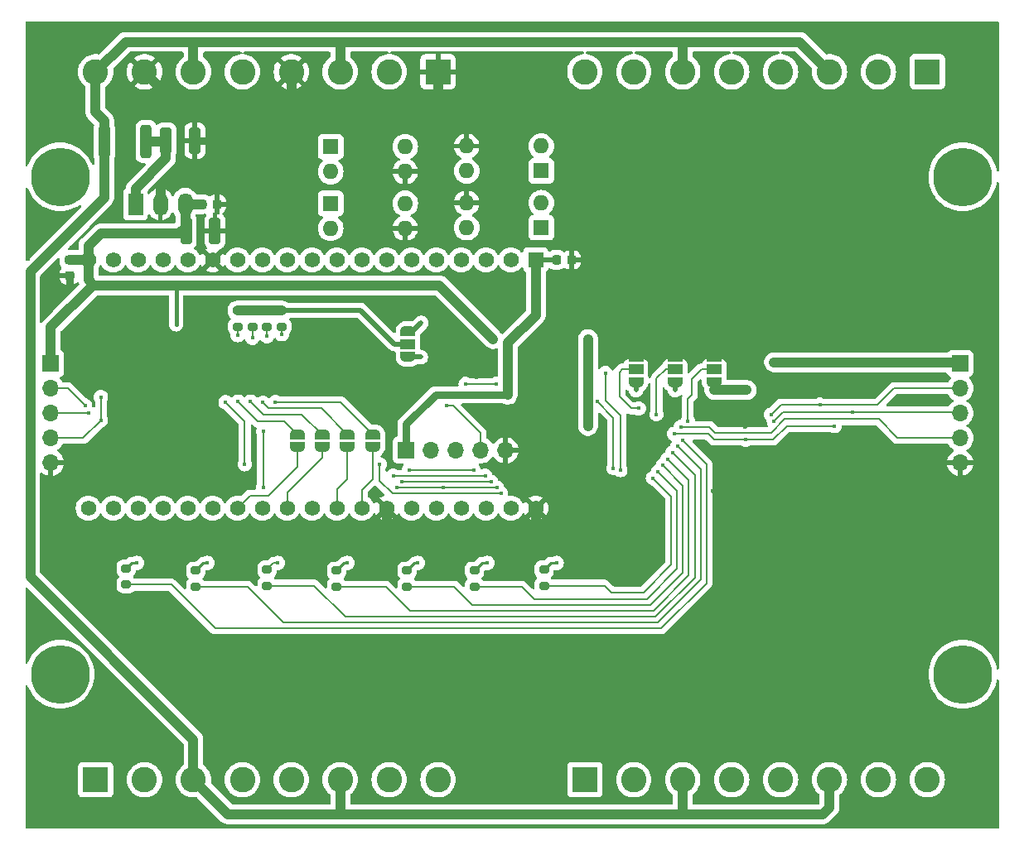
<source format=gbr>
%TF.GenerationSoftware,KiCad,Pcbnew,8.0.0*%
%TF.CreationDate,2024-09-14T23:12:03+02:00*%
%TF.ProjectId,led_stairs_controller,6c65645f-7374-4616-9972-735f636f6e74,V0.4*%
%TF.SameCoordinates,Original*%
%TF.FileFunction,Copper,L2,Bot*%
%TF.FilePolarity,Positive*%
%FSLAX46Y46*%
G04 Gerber Fmt 4.6, Leading zero omitted, Abs format (unit mm)*
G04 Created by KiCad (PCBNEW 8.0.0) date 2024-09-14 23:12:03*
%MOMM*%
%LPD*%
G01*
G04 APERTURE LIST*
G04 Aperture macros list*
%AMRoundRect*
0 Rectangle with rounded corners*
0 $1 Rounding radius*
0 $2 $3 $4 $5 $6 $7 $8 $9 X,Y pos of 4 corners*
0 Add a 4 corners polygon primitive as box body*
4,1,4,$2,$3,$4,$5,$6,$7,$8,$9,$2,$3,0*
0 Add four circle primitives for the rounded corners*
1,1,$1+$1,$2,$3*
1,1,$1+$1,$4,$5*
1,1,$1+$1,$6,$7*
1,1,$1+$1,$8,$9*
0 Add four rect primitives between the rounded corners*
20,1,$1+$1,$2,$3,$4,$5,0*
20,1,$1+$1,$4,$5,$6,$7,0*
20,1,$1+$1,$6,$7,$8,$9,0*
20,1,$1+$1,$8,$9,$2,$3,0*%
%AMFreePoly0*
4,1,19,0.550000,-0.750000,0.000000,-0.750000,0.000000,-0.744911,-0.071157,-0.744911,-0.207708,-0.704816,-0.327430,-0.627875,-0.420627,-0.520320,-0.479746,-0.390866,-0.500000,-0.250000,-0.500000,0.250000,-0.479746,0.390866,-0.420627,0.520320,-0.327430,0.627875,-0.207708,0.704816,-0.071157,0.744911,0.000000,0.744911,0.000000,0.750000,0.550000,0.750000,0.550000,-0.750000,0.550000,-0.750000,
$1*%
%AMFreePoly1*
4,1,19,0.000000,0.744911,0.071157,0.744911,0.207708,0.704816,0.327430,0.627875,0.420627,0.520320,0.479746,0.390866,0.500000,0.250000,0.500000,-0.250000,0.479746,-0.390866,0.420627,-0.520320,0.327430,-0.627875,0.207708,-0.704816,0.071157,-0.744911,0.000000,-0.744911,0.000000,-0.750000,-0.550000,-0.750000,-0.550000,0.750000,0.000000,0.750000,0.000000,0.744911,0.000000,0.744911,
$1*%
%AMFreePoly2*
4,1,19,0.500000,-0.750000,0.000000,-0.750000,0.000000,-0.744911,-0.071157,-0.744911,-0.207708,-0.704816,-0.327430,-0.627875,-0.420627,-0.520320,-0.479746,-0.390866,-0.500000,-0.250000,-0.500000,0.250000,-0.479746,0.390866,-0.420627,0.520320,-0.327430,0.627875,-0.207708,0.704816,-0.071157,0.744911,0.000000,0.744911,0.000000,0.750000,0.500000,0.750000,0.500000,-0.750000,0.500000,-0.750000,
$1*%
%AMFreePoly3*
4,1,19,0.000000,0.744911,0.071157,0.744911,0.207708,0.704816,0.327430,0.627875,0.420627,0.520320,0.479746,0.390866,0.500000,0.250000,0.500000,-0.250000,0.479746,-0.390866,0.420627,-0.520320,0.327430,-0.627875,0.207708,-0.704816,0.071157,-0.744911,0.000000,-0.744911,0.000000,-0.750000,-0.500000,-0.750000,-0.500000,0.750000,0.000000,0.750000,0.000000,0.744911,0.000000,0.744911,
$1*%
G04 Aperture macros list end*
%TA.AperFunction,ComponentPad*%
%ADD10R,1.600000X1.600000*%
%TD*%
%TA.AperFunction,ComponentPad*%
%ADD11O,1.600000X1.600000*%
%TD*%
%TA.AperFunction,ComponentPad*%
%ADD12R,1.700000X1.700000*%
%TD*%
%TA.AperFunction,ComponentPad*%
%ADD13O,1.700000X1.700000*%
%TD*%
%TA.AperFunction,ComponentPad*%
%ADD14R,1.560000X1.560000*%
%TD*%
%TA.AperFunction,ComponentPad*%
%ADD15C,1.560000*%
%TD*%
%TA.AperFunction,ComponentPad*%
%ADD16R,2.600000X2.600000*%
%TD*%
%TA.AperFunction,ComponentPad*%
%ADD17C,2.600000*%
%TD*%
%TA.AperFunction,ComponentPad*%
%ADD18C,6.000000*%
%TD*%
%TA.AperFunction,ComponentPad*%
%ADD19R,1.500000X2.300000*%
%TD*%
%TA.AperFunction,ComponentPad*%
%ADD20O,1.500000X2.300000*%
%TD*%
%TA.AperFunction,SMDPad,CuDef*%
%ADD21FreePoly0,90.000000*%
%TD*%
%TA.AperFunction,SMDPad,CuDef*%
%ADD22R,1.500000X1.000000*%
%TD*%
%TA.AperFunction,SMDPad,CuDef*%
%ADD23FreePoly1,90.000000*%
%TD*%
%TA.AperFunction,SMDPad,CuDef*%
%ADD24FreePoly0,270.000000*%
%TD*%
%TA.AperFunction,SMDPad,CuDef*%
%ADD25FreePoly1,270.000000*%
%TD*%
%TA.AperFunction,SMDPad,CuDef*%
%ADD26FreePoly2,270.000000*%
%TD*%
%TA.AperFunction,SMDPad,CuDef*%
%ADD27FreePoly3,270.000000*%
%TD*%
%TA.AperFunction,SMDPad,CuDef*%
%ADD28RoundRect,0.225000X-0.250000X0.225000X-0.250000X-0.225000X0.250000X-0.225000X0.250000X0.225000X0*%
%TD*%
%TA.AperFunction,SMDPad,CuDef*%
%ADD29RoundRect,0.200000X-0.275000X0.200000X-0.275000X-0.200000X0.275000X-0.200000X0.275000X0.200000X0*%
%TD*%
%TA.AperFunction,SMDPad,CuDef*%
%ADD30RoundRect,0.250000X-0.312500X-1.450000X0.312500X-1.450000X0.312500X1.450000X-0.312500X1.450000X0*%
%TD*%
%TA.AperFunction,SMDPad,CuDef*%
%ADD31RoundRect,0.225000X0.225000X0.250000X-0.225000X0.250000X-0.225000X-0.250000X0.225000X-0.250000X0*%
%TD*%
%TA.AperFunction,SMDPad,CuDef*%
%ADD32RoundRect,0.225000X-0.225000X-0.250000X0.225000X-0.250000X0.225000X0.250000X-0.225000X0.250000X0*%
%TD*%
%TA.AperFunction,SMDPad,CuDef*%
%ADD33RoundRect,0.200000X0.275000X-0.200000X0.275000X0.200000X-0.275000X0.200000X-0.275000X-0.200000X0*%
%TD*%
%TA.AperFunction,SMDPad,CuDef*%
%ADD34RoundRect,0.250000X-0.325000X-1.100000X0.325000X-1.100000X0.325000X1.100000X-0.325000X1.100000X0*%
%TD*%
%TA.AperFunction,SMDPad,CuDef*%
%ADD35FreePoly2,90.000000*%
%TD*%
%TA.AperFunction,SMDPad,CuDef*%
%ADD36FreePoly3,90.000000*%
%TD*%
%TA.AperFunction,ViaPad*%
%ADD37C,0.800000*%
%TD*%
%TA.AperFunction,ViaPad*%
%ADD38C,0.650000*%
%TD*%
%TA.AperFunction,ViaPad*%
%ADD39C,0.450000*%
%TD*%
%TA.AperFunction,Conductor*%
%ADD40C,1.000000*%
%TD*%
%TA.AperFunction,Conductor*%
%ADD41C,0.400000*%
%TD*%
%TA.AperFunction,Conductor*%
%ADD42C,0.250000*%
%TD*%
%TA.AperFunction,Conductor*%
%ADD43C,0.750000*%
%TD*%
%TA.AperFunction,Conductor*%
%ADD44C,0.500000*%
%TD*%
%TA.AperFunction,Conductor*%
%ADD45C,0.200000*%
%TD*%
G04 APERTURE END LIST*
D10*
%TO.P,U6,1*%
%TO.N,Net-(R28-Pad2)*%
X154220000Y-71300000D03*
D11*
%TO.P,U6,2*%
%TO.N,Net-(R38-Pad2)*%
X154220000Y-68760000D03*
%TO.P,U6,3*%
%TO.N,GND*%
X146600000Y-68760000D03*
%TO.P,U6,4*%
%TO.N,/IN3_L*%
X146600000Y-71300000D03*
%TD*%
D10*
%TO.P,U5,1*%
%TO.N,Net-(R25-Pad2)*%
X132700000Y-74625000D03*
D11*
%TO.P,U5,2*%
%TO.N,Net-(R36-Pad2)*%
X132700000Y-77165000D03*
%TO.P,U5,3*%
%TO.N,GND*%
X140320000Y-77165000D03*
%TO.P,U5,4*%
%TO.N,/IN2_L*%
X140320000Y-74625000D03*
%TD*%
D12*
%TO.P,J3,1,Pin_1*%
%TO.N,+5V*%
X197025000Y-91000000D03*
D13*
%TO.P,J3,2,Pin_2*%
%TO.N,/SDA_H*%
X197025000Y-93540000D03*
%TO.P,J3,3,Pin_3*%
%TO.N,/SCL_H*%
X197025000Y-96080000D03*
%TO.P,J3,4,Pin_4*%
%TO.N,/INT_H*%
X197025000Y-98620000D03*
%TO.P,J3,5,Pin_5*%
%TO.N,GND*%
X197025000Y-101160000D03*
%TD*%
D12*
%TO.P,J2,1,Pin_1*%
%TO.N,+3.3V*%
X140400000Y-99860000D03*
D13*
%TO.P,J2,2,Pin_2*%
%TO.N,/SDA_L*%
X142940000Y-99860000D03*
%TO.P,J2,3,Pin_3*%
%TO.N,/SCL_L*%
X145480000Y-99860000D03*
%TO.P,J2,4,Pin_4*%
%TO.N,/INT_L*%
X148020000Y-99860000D03*
%TO.P,J2,5,Pin_5*%
%TO.N,GND*%
X150560000Y-99860000D03*
%TD*%
D14*
%TO.P,U2,1,3V3*%
%TO.N,+3.3V*%
X153660000Y-80400000D03*
D15*
%TO.P,U2,2,EN*%
%TO.N,Net-(U2-EN)*%
X151120000Y-80400000D03*
%TO.P,U2,3,VP*%
%TO.N,unconnected-(U2-VP-Pad3)*%
X148580000Y-80400000D03*
%TO.P,U2,4,VN*%
%TO.N,unconnected-(U2-VN-Pad4)*%
X146040000Y-80400000D03*
%TO.P,U2,5,34*%
%TO.N,unconnected-(U2-34-Pad5)*%
X143500000Y-80400000D03*
%TO.P,U2,6,35*%
%TO.N,unconnected-(U2-35-Pad6)*%
X140960000Y-80400000D03*
%TO.P,U2,7,32*%
%TO.N,unconnected-(U2-32-Pad7)*%
X138420000Y-80400000D03*
%TO.P,U2,8,33*%
%TO.N,unconnected-(U2-33-Pad8)*%
X135880000Y-80400000D03*
%TO.P,U2,9,25*%
%TO.N,unconnected-(U2-25-Pad9)*%
X133340000Y-80400000D03*
%TO.P,U2,10,26*%
%TO.N,unconnected-(U2-26-Pad10)*%
X130800000Y-80400000D03*
%TO.P,U2,11,27*%
%TO.N,unconnected-(U2-27-Pad11)*%
X128260000Y-80400000D03*
%TO.P,U2,12,14*%
%TO.N,unconnected-(U2-14-Pad12)*%
X125720000Y-80400000D03*
%TO.P,U2,13,12*%
%TO.N,unconnected-(U2-12-Pad13)*%
X123180000Y-80400000D03*
%TO.P,U2,14,GND*%
%TO.N,GND*%
X120640000Y-80400000D03*
%TO.P,U2,15,13*%
%TO.N,unconnected-(U2-13-Pad15)*%
X118100000Y-80400000D03*
%TO.P,U2,16,D2*%
%TO.N,unconnected-(U2-D2-Pad16)*%
X115560000Y-80400000D03*
%TO.P,U2,17,D3*%
%TO.N,unconnected-(U2-D3-Pad17)*%
X113020000Y-80400000D03*
%TO.P,U2,18,CMD*%
%TO.N,unconnected-(U2-CMD-Pad18)*%
X110480000Y-80400000D03*
%TO.P,U2,19,5V*%
%TO.N,+5V*%
X107940000Y-80400000D03*
%TO.P,U2,20,GND__1*%
%TO.N,GND*%
X153660000Y-105800000D03*
%TO.P,U2,21,23*%
%TO.N,/OE*%
X151120000Y-105800000D03*
%TO.P,U2,22,22*%
%TO.N,/SCL_L*%
X148580000Y-105800000D03*
%TO.P,U2,23,TX*%
%TO.N,unconnected-(U2-TX-Pad23)*%
X146040000Y-105800000D03*
%TO.P,U2,24,RX*%
%TO.N,unconnected-(U2-RX-Pad24)*%
X143500000Y-105800000D03*
%TO.P,U2,25,21*%
%TO.N,/SDA_L*%
X140960000Y-105800000D03*
%TO.P,U2,26,GND__2*%
%TO.N,GND*%
X138420000Y-105800000D03*
%TO.P,U2,27,19*%
%TO.N,Net-(JP8-A)*%
X135880000Y-105800000D03*
%TO.P,U2,28,18*%
%TO.N,Net-(JP7-B)*%
X133340000Y-105800000D03*
%TO.P,U2,29,5*%
%TO.N,unconnected-(U2-5-Pad29)*%
X130800000Y-105800000D03*
%TO.P,U2,30,17*%
%TO.N,Net-(JP6-B)*%
X128260000Y-105800000D03*
%TO.P,U2,31,16*%
%TO.N,unconnected-(U2-16-Pad31)*%
X125720000Y-105800000D03*
%TO.P,U2,32,4*%
%TO.N,Net-(JP5-B)*%
X123180000Y-105800000D03*
%TO.P,U2,33,0*%
%TO.N,unconnected-(U2-0-Pad33)*%
X120640000Y-105800000D03*
%TO.P,U2,34,2*%
%TO.N,unconnected-(U2-2-Pad34)*%
X118100000Y-105800000D03*
%TO.P,U2,35,15*%
%TO.N,unconnected-(U2-15-Pad35)*%
X115560000Y-105800000D03*
%TO.P,U2,36,D1*%
%TO.N,unconnected-(U2-D1-Pad36)*%
X113020000Y-105800000D03*
%TO.P,U2,37,D0*%
%TO.N,unconnected-(U2-D0-Pad37)*%
X110480000Y-105800000D03*
%TO.P,U2,38,CLK*%
%TO.N,unconnected-(U2-CLK-Pad38)*%
X107940000Y-105800000D03*
%TD*%
D16*
%TO.P,MOD1,A1,A1*%
%TO.N,/LED1_OUT*%
X108675000Y-133580000D03*
D17*
%TO.P,MOD1,A2,A2*%
%TO.N,/LED2_OUT*%
X113675000Y-133580000D03*
%TO.P,MOD1,A3,A3*%
%TO.N,VBUS*%
X118675000Y-133580000D03*
%TO.P,MOD1,A4,A4*%
%TO.N,/LED3_OUT*%
X123675000Y-133580000D03*
%TO.P,MOD1,A5,A5*%
%TO.N,/LED4_OUT*%
X128675000Y-133580000D03*
%TO.P,MOD1,A6,A6*%
%TO.N,VBUS*%
X133675000Y-133580000D03*
%TO.P,MOD1,A7,A7*%
%TO.N,/LED5_OUT*%
X138675000Y-133580000D03*
%TO.P,MOD1,A8,A8*%
%TO.N,/LED6_OUT*%
X143675000Y-133580000D03*
D16*
%TO.P,MOD1,B1,B1*%
%TO.N,/LED7_OUT*%
X158675000Y-133580000D03*
D17*
%TO.P,MOD1,B2,B2*%
%TO.N,/LED8_OUT*%
X163675000Y-133580000D03*
%TO.P,MOD1,B3,B3*%
%TO.N,VBUS*%
X168675000Y-133580000D03*
%TO.P,MOD1,B4,B4*%
%TO.N,/LED9_OUT*%
X173675000Y-133580000D03*
%TO.P,MOD1,B5,B5*%
%TO.N,/LED10_OUT*%
X178675000Y-133580000D03*
%TO.P,MOD1,B6,B6*%
%TO.N,VBUS*%
X183675000Y-133580000D03*
%TO.P,MOD1,B7,B7*%
%TO.N,/LED11_OUT*%
X188675000Y-133580000D03*
%TO.P,MOD1,B8,B8*%
%TO.N,/LED12_OUT*%
X193675000Y-133580000D03*
D16*
%TO.P,MOD1,C1,C1*%
%TO.N,/LED13_OUT*%
X193675000Y-61160000D03*
D17*
%TO.P,MOD1,C2,C2*%
%TO.N,/LED14_OUT*%
X188675000Y-61160000D03*
%TO.P,MOD1,C3,C3*%
%TO.N,VBUS*%
X183675000Y-61160000D03*
%TO.P,MOD1,C4,C4*%
%TO.N,/LED15_OUT*%
X178675000Y-61160000D03*
%TO.P,MOD1,C5,C5*%
%TO.N,/LED16_OUT*%
X173675000Y-61160000D03*
%TO.P,MOD1,C6,C6*%
%TO.N,VBUS*%
X168675000Y-61160000D03*
%TO.P,MOD1,C7,C7*%
%TO.N,/IN4_H*%
X163675000Y-61160000D03*
%TO.P,MOD1,C8,C8*%
%TO.N,/IN3_H*%
X158675000Y-61160000D03*
D16*
%TO.P,MOD1,D1,D1*%
%TO.N,GND*%
X143675000Y-61160000D03*
D17*
%TO.P,MOD1,D2,D2*%
%TO.N,/IN1_H*%
X138675000Y-61160000D03*
%TO.P,MOD1,D3,D3*%
%TO.N,VBUS*%
X133675000Y-61160000D03*
%TO.P,MOD1,D4,D4*%
%TO.N,GND*%
X128675000Y-61160000D03*
%TO.P,MOD1,D5,D5*%
%TO.N,/IN2_H*%
X123675000Y-61160000D03*
%TO.P,MOD1,D6,D6*%
%TO.N,VBUS*%
X118675000Y-61160000D03*
%TO.P,MOD1,D7,D7*%
%TO.N,GND*%
X113675000Y-61160000D03*
%TO.P,MOD1,D8,D8*%
%TO.N,VBUS*%
X108675000Y-61160000D03*
D18*
%TO.P,MOD1,MH1*%
%TO.N,N/C*%
X105050000Y-71900000D03*
%TO.P,MOD1,MH2*%
X197300000Y-71900000D03*
%TO.P,MOD1,MH3*%
X105050000Y-122800000D03*
%TO.P,MOD1,MH4*%
X197300000Y-122800000D03*
%TD*%
D12*
%TO.P,J1,1,Pin_1*%
%TO.N,+5V*%
X104100000Y-91000000D03*
D13*
%TO.P,J1,2,Pin_2*%
%TO.N,/SDA_H*%
X104100000Y-93540000D03*
%TO.P,J1,3,Pin_3*%
%TO.N,/SCL_H*%
X104100000Y-96080000D03*
%TO.P,J1,4,Pin_4*%
%TO.N,/INT_H*%
X104100000Y-98620000D03*
%TO.P,J1,5,Pin_5*%
%TO.N,GND*%
X104100000Y-101160000D03*
%TD*%
D19*
%TO.P,U8,1,IN*%
%TO.N,Net-(U8-IN)*%
X112753000Y-74700000D03*
D20*
%TO.P,U8,2,GND*%
%TO.N,GND*%
X115293000Y-74700000D03*
%TO.P,U8,3,OUT*%
%TO.N,+5V*%
X117833000Y-74700000D03*
%TD*%
D10*
%TO.P,U7,1*%
%TO.N,Net-(R29-Pad2)*%
X154220000Y-77100000D03*
D11*
%TO.P,U7,2*%
%TO.N,Net-(R39-Pad2)*%
X154220000Y-74560000D03*
%TO.P,U7,3*%
%TO.N,GND*%
X146600000Y-74560000D03*
%TO.P,U7,4*%
%TO.N,/IN4_L*%
X146600000Y-77100000D03*
%TD*%
D10*
%TO.P,U3,1*%
%TO.N,Net-(R24-Pad2)*%
X132700000Y-68825000D03*
D11*
%TO.P,U3,2*%
%TO.N,Net-(R37-Pad2)*%
X132700000Y-71365000D03*
%TO.P,U3,3*%
%TO.N,GND*%
X140320000Y-71365000D03*
%TO.P,U3,4*%
%TO.N,/IN1_L*%
X140320000Y-68825000D03*
%TD*%
D21*
%TO.P,JP4,1,A*%
%TO.N,+3.3V*%
X140600000Y-90300000D03*
D22*
%TO.P,JP4,2,C*%
%TO.N,P-UP*%
X140600000Y-89000000D03*
D23*
%TO.P,JP4,3,B*%
%TO.N,+5V*%
X140600000Y-87700000D03*
%TD*%
D24*
%TO.P,JP1,1,A*%
%TO.N,GND*%
X163900000Y-90300000D03*
D22*
%TO.P,JP1,2,C*%
%TO.N,/A0*%
X163900000Y-91600000D03*
D25*
%TO.P,JP1,3,B*%
%TO.N,+5V*%
X163900000Y-92900000D03*
%TD*%
D24*
%TO.P,JP2,1,A*%
%TO.N,GND*%
X167900000Y-90300000D03*
D22*
%TO.P,JP2,2,C*%
%TO.N,/A1*%
X167900000Y-91600000D03*
D25*
%TO.P,JP2,3,B*%
%TO.N,+5V*%
X167900000Y-92900000D03*
%TD*%
D26*
%TO.P,JP7,1,A*%
%TO.N,/IN3_L*%
X134400000Y-98250000D03*
D27*
%TO.P,JP7,2,B*%
%TO.N,Net-(JP7-B)*%
X134400000Y-99550000D03*
%TD*%
D28*
%TO.P,C5,1*%
%TO.N,+5V*%
X106000000Y-80425000D03*
%TO.P,C5,2*%
%TO.N,GND*%
X106000000Y-81975000D03*
%TD*%
D29*
%TO.P,R26,1*%
%TO.N,P-UP*%
X126200000Y-85575000D03*
%TO.P,R26,2*%
%TO.N,/IN3_L*%
X126200000Y-87225000D03*
%TD*%
D26*
%TO.P,JP6,1,A*%
%TO.N,/IN2_L*%
X131800000Y-98250000D03*
D27*
%TO.P,JP6,2,B*%
%TO.N,Net-(JP6-B)*%
X131800000Y-99550000D03*
%TD*%
D29*
%TO.P,R27,1*%
%TO.N,P-UP*%
X127700000Y-85575000D03*
%TO.P,R27,2*%
%TO.N,/IN4_L*%
X127700000Y-87225000D03*
%TD*%
D30*
%TO.P,F17,1*%
%TO.N,VBUS*%
X109562500Y-68300000D03*
%TO.P,F17,2*%
%TO.N,Net-(U8-IN)*%
X113837500Y-68300000D03*
%TD*%
D31*
%TO.P,C2,1*%
%TO.N,GND*%
X121075000Y-74700000D03*
%TO.P,C2,2*%
%TO.N,+5V*%
X119525000Y-74700000D03*
%TD*%
D32*
%TO.P,C4,1*%
%TO.N,+3.3V*%
X155775000Y-80400000D03*
%TO.P,C4,2*%
%TO.N,GND*%
X157325000Y-80400000D03*
%TD*%
D29*
%TO.P,R23,1*%
%TO.N,P-UP*%
X124700000Y-85575000D03*
%TO.P,R23,2*%
%TO.N,/IN2_L*%
X124700000Y-87225000D03*
%TD*%
D33*
%TO.P,R1,1*%
%TO.N,/LED1*%
X111800000Y-113625000D03*
%TO.P,R1,2*%
%TO.N,Net-(Q1-G)*%
X111800000Y-111975000D03*
%TD*%
D29*
%TO.P,R22,1*%
%TO.N,P-UP*%
X123200000Y-85575000D03*
%TO.P,R22,2*%
%TO.N,/IN1_L*%
X123200000Y-87225000D03*
%TD*%
D33*
%TO.P,R7,1*%
%TO.N,/LED7*%
X154500000Y-113725000D03*
%TO.P,R7,2*%
%TO.N,Net-(Q7-G)*%
X154500000Y-112075000D03*
%TD*%
%TO.P,R3,1*%
%TO.N,/LED3*%
X126200000Y-113725000D03*
%TO.P,R3,2*%
%TO.N,Net-(Q3-G)*%
X126200000Y-112075000D03*
%TD*%
D34*
%TO.P,C7,1*%
%TO.N,+5V*%
X117925000Y-77450000D03*
%TO.P,C7,2*%
%TO.N,GND*%
X120875000Y-77450000D03*
%TD*%
D35*
%TO.P,JP8,1,A*%
%TO.N,Net-(JP8-A)*%
X137000000Y-99550000D03*
D36*
%TO.P,JP8,2,B*%
%TO.N,/IN4_L*%
X137000000Y-98250000D03*
%TD*%
D33*
%TO.P,R4,1*%
%TO.N,/LED4*%
X133300000Y-113825000D03*
%TO.P,R4,2*%
%TO.N,Net-(Q4-G)*%
X133300000Y-112175000D03*
%TD*%
D24*
%TO.P,JP3,1,A*%
%TO.N,GND*%
X171900000Y-90300000D03*
D22*
%TO.P,JP3,2,C*%
%TO.N,/A2*%
X171900000Y-91600000D03*
D25*
%TO.P,JP3,3,B*%
%TO.N,+5V*%
X171900000Y-92900000D03*
%TD*%
D26*
%TO.P,JP5,1,A*%
%TO.N,/IN1_L*%
X129300000Y-98250000D03*
D27*
%TO.P,JP5,2,B*%
%TO.N,Net-(JP5-B)*%
X129300000Y-99550000D03*
%TD*%
D33*
%TO.P,R5,1*%
%TO.N,/LED5*%
X140500000Y-113825000D03*
%TO.P,R5,2*%
%TO.N,Net-(Q5-G)*%
X140500000Y-112175000D03*
%TD*%
D34*
%TO.P,C6,1*%
%TO.N,Net-(U8-IN)*%
X115875000Y-68200000D03*
%TO.P,C6,2*%
%TO.N,GND*%
X118825000Y-68200000D03*
%TD*%
D33*
%TO.P,R6,1*%
%TO.N,/LED6*%
X147400000Y-113825000D03*
%TO.P,R6,2*%
%TO.N,Net-(Q6-G)*%
X147400000Y-112175000D03*
%TD*%
%TO.P,R2,1*%
%TO.N,/LED2*%
X118900000Y-113825000D03*
%TO.P,R2,2*%
%TO.N,Net-(Q2-G)*%
X118900000Y-112175000D03*
%TD*%
D37*
%TO.N,GND*%
X159400000Y-109600000D03*
X123600000Y-109700000D03*
D38*
X159300000Y-68800000D03*
D39*
X171742500Y-104000000D03*
D37*
X178320000Y-85500000D03*
D39*
X136800000Y-104500000D03*
X160300000Y-106500000D03*
X103000000Y-129000000D03*
D37*
X188300000Y-109600000D03*
X181100000Y-109600000D03*
D39*
X105500000Y-76300000D03*
D37*
X137900000Y-109700000D03*
D39*
X163200000Y-100000000D03*
D37*
X173900000Y-109600000D03*
X152200000Y-109600000D03*
D39*
X163000000Y-107000000D03*
X103250000Y-86350000D03*
X115300000Y-76500000D03*
X103000000Y-118000000D03*
D38*
X159300000Y-74600000D03*
D37*
X116400000Y-109600000D03*
D38*
X127500000Y-77200000D03*
X178600000Y-93900000D03*
D37*
X109220000Y-109600000D03*
D38*
X106000000Y-82950000D03*
D39*
X190700000Y-94700000D03*
X160000000Y-101700000D03*
D37*
X185520000Y-85500000D03*
D39*
X121900000Y-104800000D03*
X147600000Y-92400000D03*
X119450000Y-77450000D03*
X146000000Y-87200000D03*
X101800000Y-80350000D03*
X101750000Y-74050000D03*
X189500000Y-92400000D03*
X104750000Y-80650000D03*
D37*
X192720000Y-85500000D03*
X130700000Y-109600000D03*
D39*
X106150000Y-79150000D03*
D37*
X165540000Y-109600000D03*
D38*
X127500000Y-71400000D03*
D39*
X137000000Y-106800000D03*
X150500000Y-85000000D03*
D37*
X171020000Y-85500000D03*
D39*
X139800000Y-106800000D03*
X147500000Y-83500000D03*
D37*
X145100000Y-109700000D03*
D39*
X175000000Y-97525000D03*
X150500000Y-130500000D03*
%TO.N,+5V*%
X184200000Y-90900000D03*
X116900000Y-87000000D03*
D37*
X149300000Y-88500000D03*
D39*
X186000000Y-90880000D03*
X182500000Y-90880000D03*
X141950000Y-86850000D03*
X163900000Y-93700000D03*
D38*
X159000000Y-97400000D03*
D39*
X144800000Y-84000000D03*
D38*
X175200000Y-93700000D03*
D37*
X178020000Y-90880000D03*
X159000000Y-88500000D03*
D39*
X167900000Y-93700000D03*
X171900000Y-93700000D03*
%TO.N,/nOE*%
X121962500Y-94962500D03*
X150100000Y-104300000D03*
X123925000Y-101300000D03*
X184200000Y-97400000D03*
X137700000Y-101300000D03*
X167800000Y-98200000D03*
X175100000Y-98800000D03*
%TO.N,/SCL_H*%
X161600000Y-101700000D03*
X107980000Y-96080000D03*
X178000000Y-96900000D03*
X186000000Y-95960000D03*
X159925000Y-94875000D03*
%TO.N,/LED1*%
X168642500Y-98825000D03*
%TO.N,/LED7*%
X165642500Y-102725000D03*
%TO.N,/LED6*%
X166142500Y-102075000D03*
%TO.N,/LED5*%
X166642500Y-101425000D03*
%TO.N,/LED4*%
X167142500Y-100775000D03*
%TO.N,/LED3*%
X167642500Y-100125000D03*
%TO.N,/LED2*%
X168142500Y-99475000D03*
%TO.N,Net-(Q1-G)*%
X112900000Y-111400000D03*
%TO.N,Net-(Q2-G)*%
X120100000Y-111400000D03*
%TO.N,Net-(Q3-G)*%
X127300000Y-111400000D03*
%TO.N,Net-(Q4-G)*%
X134400000Y-111400000D03*
%TO.N,Net-(Q5-G)*%
X141600000Y-111400000D03*
%TO.N,Net-(Q6-G)*%
X148700000Y-111400000D03*
%TO.N,Net-(Q7-G)*%
X155800000Y-111400000D03*
%TO.N,/A0*%
X147300000Y-101900000D03*
X140700000Y-101900000D03*
X164200000Y-95600000D03*
%TO.N,/A1*%
X139100000Y-102500000D03*
X148500000Y-102500000D03*
X166000000Y-96200000D03*
%TO.N,/A2*%
X140000000Y-103100000D03*
X169200000Y-96875000D03*
X149100000Y-103100000D03*
D38*
%TO.N,+3.3V*%
X150800000Y-90700000D03*
X150800000Y-94200000D03*
D39*
X143400000Y-94200000D03*
X141900000Y-90350000D03*
%TO.N,/SDA_H*%
X107600000Y-95300000D03*
X182700000Y-95212500D03*
X162300000Y-101900000D03*
X177700000Y-96225000D03*
X160775000Y-92000000D03*
%TO.N,/IN2_L*%
X124502500Y-94900000D03*
X124700000Y-88400000D03*
%TO.N,/IN1_L*%
X123200000Y-88100000D03*
X123232500Y-94900000D03*
%TO.N,/IN3_L*%
X126200000Y-88200000D03*
X125772500Y-95000000D03*
%TO.N,/IN4_L*%
X127700000Y-88000000D03*
X127042500Y-94942500D03*
%TO.N,/INT_H*%
X125800000Y-103700000D03*
X144200000Y-103700000D03*
X109210000Y-96800000D03*
X168500000Y-97500000D03*
X149700000Y-103700000D03*
X146500000Y-93100000D03*
X149600000Y-93100000D03*
X125800000Y-97900000D03*
X109210000Y-94440000D03*
X139500000Y-103700000D03*
%TO.N,/INT_L*%
X144525000Y-95325000D03*
%TD*%
D40*
%TO.N,GND*%
X120640000Y-65140000D02*
X120640000Y-68200000D01*
X163900000Y-85500000D02*
X163900000Y-90300000D01*
X121200000Y-65000000D02*
X120500000Y-65000000D01*
X168100000Y-85500000D02*
X163900000Y-85500000D01*
X168100000Y-85500000D02*
X167900000Y-85700000D01*
D41*
X171742500Y-104000000D02*
X173900000Y-106157500D01*
D40*
X167900000Y-85700000D02*
X167900000Y-90300000D01*
X171020000Y-85500000D02*
X172000000Y-85500000D01*
D42*
X175000000Y-97525000D02*
X178600000Y-93925000D01*
D43*
X118825000Y-68200000D02*
X120640000Y-68200000D01*
D40*
X172000000Y-85500000D02*
X192720000Y-85500000D01*
X138420000Y-105800000D02*
X138420000Y-109580000D01*
X117515000Y-65000000D02*
X121200000Y-65000000D01*
X165540000Y-109600000D02*
X153700000Y-109600000D01*
X181100000Y-109600000D02*
X173900000Y-109600000D01*
X138420000Y-109580000D02*
X138400000Y-109600000D01*
X115900000Y-72200000D02*
X115293000Y-72807000D01*
X171020000Y-85500000D02*
X168100000Y-85500000D01*
X171900000Y-85600000D02*
X171900000Y-90300000D01*
X120500000Y-65000000D02*
X120640000Y-65140000D01*
D42*
X178600000Y-93925000D02*
X178600000Y-93900000D01*
D40*
X143675000Y-65000000D02*
X128675000Y-65000000D01*
X121200000Y-65000000D02*
X128675000Y-65000000D01*
X153660000Y-105800000D02*
X153660000Y-109560000D01*
X120640000Y-72200000D02*
X115900000Y-72200000D01*
X172000000Y-85500000D02*
X171900000Y-85600000D01*
X153700000Y-109600000D02*
X109220000Y-109600000D01*
X113675000Y-61160000D02*
X117515000Y-65000000D01*
D43*
X106000000Y-81975000D02*
X106000000Y-82950000D01*
D41*
X173900000Y-106157500D02*
X173900000Y-109600000D01*
D40*
X115293000Y-72807000D02*
X115293000Y-74700000D01*
X128675000Y-65000000D02*
X128675000Y-61160000D01*
X120640000Y-68200000D02*
X120640000Y-72200000D01*
X153660000Y-109560000D02*
X153700000Y-109600000D01*
X143675000Y-61160000D02*
X143675000Y-65000000D01*
X188300000Y-109600000D02*
X181100000Y-109600000D01*
%TO.N,+5V*%
X171900000Y-93700000D02*
X175200000Y-93700000D01*
X117200000Y-77700000D02*
X109200000Y-77700000D01*
X108400000Y-83000000D02*
X108500000Y-83000000D01*
X117833000Y-77067000D02*
X117200000Y-77700000D01*
X107940000Y-82440000D02*
X107940000Y-80400000D01*
X104100000Y-91000000D02*
X104100000Y-87300000D01*
D44*
X141100000Y-87700000D02*
X140600000Y-87700000D01*
D40*
X182500000Y-90880000D02*
X186000000Y-90880000D01*
X119525000Y-74700000D02*
X117833000Y-74700000D01*
X104100000Y-87300000D02*
X108400000Y-83000000D01*
X143800000Y-83000000D02*
X116900000Y-83000000D01*
D44*
X167900000Y-92900000D02*
X167900000Y-93700000D01*
D40*
X149300000Y-88500000D02*
X143800000Y-83000000D01*
X116900000Y-83000000D02*
X108500000Y-83000000D01*
X159000000Y-88500000D02*
X159000000Y-97400000D01*
D41*
X116900000Y-87000000D02*
X116900000Y-83000000D01*
D40*
X108500000Y-83000000D02*
X107940000Y-82440000D01*
D44*
X163900000Y-92900000D02*
X163900000Y-93700000D01*
D40*
X109200000Y-77700000D02*
X107940000Y-78960000D01*
X106025000Y-80400000D02*
X106000000Y-80425000D01*
X186000000Y-90880000D02*
X196905000Y-90880000D01*
X196905000Y-90880000D02*
X197025000Y-91000000D01*
X107940000Y-78960000D02*
X107940000Y-80400000D01*
X117833000Y-74700000D02*
X117833000Y-77067000D01*
X178020000Y-90880000D02*
X182500000Y-90880000D01*
D44*
X171900000Y-92900000D02*
X171900000Y-93700000D01*
D40*
X107940000Y-80400000D02*
X106025000Y-80400000D01*
D44*
X141950000Y-86850000D02*
X141100000Y-87700000D01*
D45*
%TO.N,/nOE*%
X123925000Y-96925000D02*
X123925000Y-101300000D01*
X139000000Y-104300000D02*
X150100000Y-104300000D01*
X184200000Y-97400000D02*
X179300000Y-97400000D01*
X137700000Y-101300000D02*
X137700000Y-103000000D01*
X177900000Y-98800000D02*
X175100000Y-98800000D01*
X171900000Y-98800000D02*
X175100000Y-98800000D01*
X179300000Y-97400000D02*
X177900000Y-98800000D01*
X121962500Y-94962500D02*
X123925000Y-96925000D01*
X167800000Y-98200000D02*
X171300000Y-98200000D01*
X137700000Y-103000000D02*
X139000000Y-104300000D01*
X171300000Y-98200000D02*
X171900000Y-98800000D01*
%TO.N,/SCL_H*%
X159925000Y-94875000D02*
X161600000Y-96550000D01*
X108000000Y-96100000D02*
X107980000Y-96080000D01*
X178940000Y-95960000D02*
X178000000Y-96900000D01*
X197025000Y-96080000D02*
X196905000Y-95960000D01*
X186000000Y-95960000D02*
X178940000Y-95960000D01*
X161600000Y-96550000D02*
X161600000Y-101700000D01*
X196905000Y-95960000D02*
X186000000Y-95960000D01*
X104100000Y-96080000D02*
X107980000Y-96080000D01*
%TO.N,/LED1*%
X166500000Y-118100000D02*
X120900000Y-118100000D01*
X120900000Y-118100000D02*
X116425000Y-113625000D01*
X171100000Y-101282500D02*
X171100000Y-113500000D01*
X116425000Y-113625000D02*
X111800000Y-113625000D01*
X168642500Y-98825000D02*
X171100000Y-101282500D01*
X171100000Y-113500000D02*
X166500000Y-118100000D01*
%TO.N,/LED7*%
X154500000Y-113725000D02*
X160675000Y-113725000D01*
X160675000Y-113725000D02*
X161380000Y-114430000D01*
X164670000Y-114430000D02*
X167500000Y-111600000D01*
X161380000Y-114430000D02*
X164670000Y-114430000D01*
X167500000Y-104582500D02*
X165642500Y-102725000D01*
X167500000Y-111600000D02*
X167500000Y-104582500D01*
%TO.N,/LED6*%
X152225000Y-113825000D02*
X153500000Y-115100000D01*
X153500000Y-115100000D02*
X165000000Y-115100000D01*
X168100000Y-104032500D02*
X166142500Y-102075000D01*
X147400000Y-113825000D02*
X152225000Y-113825000D01*
X168100000Y-112000000D02*
X168100000Y-104032500D01*
X165000000Y-115100000D02*
X168100000Y-112000000D01*
%TO.N,/LED5*%
X165400000Y-115700000D02*
X168700000Y-112400000D01*
X145325000Y-113825000D02*
X147200000Y-115700000D01*
X168700000Y-112400000D02*
X168700000Y-103482500D01*
X140500000Y-113825000D02*
X145325000Y-113825000D01*
X147200000Y-115700000D02*
X165400000Y-115700000D01*
X168700000Y-103482500D02*
X166642500Y-101425000D01*
%TO.N,/LED4*%
X169300000Y-102932500D02*
X167142500Y-100775000D01*
X165700000Y-116300000D02*
X169300000Y-112700000D01*
X169300000Y-112700000D02*
X169300000Y-102932500D01*
X133300000Y-113825000D02*
X138325000Y-113825000D01*
X138325000Y-113825000D02*
X140800000Y-116300000D01*
X140800000Y-116300000D02*
X165700000Y-116300000D01*
%TO.N,/LED3*%
X169900000Y-112900000D02*
X169900000Y-102382500D01*
X165900000Y-116900000D02*
X169900000Y-112900000D01*
X134200000Y-116900000D02*
X165900000Y-116900000D01*
X126200000Y-113725000D02*
X131025000Y-113725000D01*
X169900000Y-102382500D02*
X167642500Y-100125000D01*
X131025000Y-113725000D02*
X134200000Y-116900000D01*
%TO.N,/LED2*%
X170500000Y-101832500D02*
X168142500Y-99475000D01*
X170500000Y-113100000D02*
X170500000Y-101832500D01*
X124225000Y-113825000D02*
X127900000Y-117500000D01*
X118900000Y-113825000D02*
X124225000Y-113825000D01*
X127900000Y-117500000D02*
X166100000Y-117500000D01*
X166100000Y-117500000D02*
X170500000Y-113100000D01*
D42*
%TO.N,Net-(Q1-G)*%
X112375000Y-111400000D02*
X111800000Y-111975000D01*
X112900000Y-111400000D02*
X112375000Y-111400000D01*
%TO.N,Net-(Q2-G)*%
X120100000Y-111400000D02*
X119675000Y-111400000D01*
X119675000Y-111400000D02*
X118900000Y-112175000D01*
D45*
%TO.N,Net-(Q3-G)*%
X126875000Y-111400000D02*
X127300000Y-111400000D01*
X126200000Y-112075000D02*
X126875000Y-111400000D01*
D42*
%TO.N,Net-(Q4-G)*%
X134075000Y-111400000D02*
X133300000Y-112175000D01*
X134400000Y-111400000D02*
X134075000Y-111400000D01*
%TO.N,Net-(Q5-G)*%
X141600000Y-111400000D02*
X141275000Y-111400000D01*
X141275000Y-111400000D02*
X140500000Y-112175000D01*
%TO.N,Net-(Q6-G)*%
X148700000Y-111400000D02*
X148175000Y-111400000D01*
X148175000Y-111400000D02*
X147400000Y-112175000D01*
%TO.N,Net-(Q7-G)*%
X155175000Y-111400000D02*
X154500000Y-112075000D01*
X155800000Y-111400000D02*
X155175000Y-111400000D01*
D40*
%TO.N,VBUS*%
X168700000Y-137100000D02*
X168675000Y-137075000D01*
X168675000Y-137075000D02*
X168675000Y-133580000D01*
X183675000Y-61160000D02*
X180615000Y-58100000D01*
X111735000Y-58100000D02*
X119100000Y-58100000D01*
X118675000Y-61160000D02*
X118675000Y-58100000D01*
X122195000Y-137100000D02*
X118675000Y-133580000D01*
X183000000Y-137100000D02*
X168700000Y-137100000D01*
X133675000Y-61160000D02*
X133675000Y-58100000D01*
X102000000Y-112800000D02*
X118675000Y-129475000D01*
X109562500Y-66162500D02*
X109562500Y-68300000D01*
X108675000Y-61160000D02*
X111735000Y-58100000D01*
X102000000Y-81600000D02*
X102000000Y-112800000D01*
X168700000Y-137100000D02*
X133675000Y-137100000D01*
X183675000Y-133580000D02*
X183675000Y-136425000D01*
X109562500Y-68300000D02*
X109562500Y-74037500D01*
X183675000Y-136425000D02*
X183000000Y-137100000D01*
X118675000Y-58100000D02*
X119100000Y-58100000D01*
X108675000Y-61160000D02*
X108675000Y-65275000D01*
X133675000Y-58100000D02*
X168675000Y-58100000D01*
X180615000Y-58100000D02*
X168675000Y-58100000D01*
X119100000Y-58100000D02*
X133675000Y-58100000D01*
X118675000Y-129475000D02*
X118675000Y-133580000D01*
X109562500Y-74037500D02*
X102000000Y-81600000D01*
X133675000Y-137100000D02*
X122195000Y-137100000D01*
X168675000Y-58100000D02*
X168675000Y-61160000D01*
X108675000Y-65275000D02*
X109562500Y-66162500D01*
X133675000Y-137100000D02*
X133675000Y-133580000D01*
D45*
%TO.N,/A0*%
X162200000Y-94400000D02*
X163400000Y-95600000D01*
X163400000Y-95600000D02*
X164200000Y-95600000D01*
X162500000Y-91600000D02*
X162200000Y-91900000D01*
X147300000Y-101900000D02*
X140700000Y-101900000D01*
X162200000Y-91900000D02*
X162200000Y-94400000D01*
X163900000Y-91600000D02*
X162500000Y-91600000D01*
%TO.N,/A1*%
X166000000Y-96200000D02*
X166000000Y-92550000D01*
X166950000Y-91600000D02*
X167900000Y-91600000D01*
X148500000Y-102500000D02*
X139100000Y-102500000D01*
X166000000Y-92550000D02*
X166950000Y-91600000D01*
%TO.N,/A2*%
X169200000Y-96875000D02*
X169200000Y-94600000D01*
X169200000Y-94600000D02*
X169600000Y-94200000D01*
X169600000Y-94200000D02*
X169600000Y-92600000D01*
X149100000Y-103100000D02*
X140000000Y-103100000D01*
X169600000Y-92600000D02*
X170600000Y-91600000D01*
X170600000Y-91600000D02*
X171900000Y-91600000D01*
D43*
%TO.N,+3.3V*%
X150800000Y-94200000D02*
X143400000Y-94200000D01*
D44*
X153660000Y-80400000D02*
X155775000Y-80400000D01*
D40*
X150800000Y-90700000D02*
X150800000Y-94200000D01*
D43*
X143400000Y-94200000D02*
X140400000Y-97200000D01*
D44*
X140650000Y-90350000D02*
X140600000Y-90300000D01*
D40*
X150800000Y-88900000D02*
X150800000Y-90700000D01*
D43*
X140400000Y-97200000D02*
X140400000Y-99860000D01*
D40*
X153660000Y-80400000D02*
X153660000Y-86040000D01*
D44*
X141900000Y-90350000D02*
X140650000Y-90350000D01*
D40*
X153660000Y-86040000D02*
X150800000Y-88900000D01*
%TO.N,Net-(U8-IN)*%
X115775000Y-68300000D02*
X115875000Y-68200000D01*
X115875000Y-68200000D02*
X115875000Y-70025000D01*
X113837500Y-68300000D02*
X115775000Y-68300000D01*
X112753000Y-73147000D02*
X112753000Y-74700000D01*
X115875000Y-70025000D02*
X112753000Y-73147000D01*
D45*
%TO.N,/SDA_H*%
X182700000Y-95212500D02*
X178712500Y-95212500D01*
X104100000Y-93540000D02*
X105840000Y-93540000D01*
X188587500Y-95212500D02*
X182700000Y-95212500D01*
X162300000Y-96300000D02*
X162300000Y-101900000D01*
X105840000Y-93540000D02*
X107600000Y-95300000D01*
X190260000Y-93540000D02*
X188587500Y-95212500D01*
X160775000Y-92000000D02*
X160775000Y-94775000D01*
X197025000Y-93540000D02*
X190260000Y-93540000D01*
X160775000Y-94775000D02*
X162300000Y-96300000D01*
X178712500Y-95212500D02*
X177700000Y-96225000D01*
%TO.N,/IN2_L*%
X129750000Y-96200000D02*
X131800000Y-98250000D01*
X125802500Y-96200000D02*
X129750000Y-96200000D01*
X124502500Y-94900000D02*
X125802500Y-96200000D01*
X124700000Y-88400000D02*
X124700000Y-87225000D01*
%TO.N,/IN1_L*%
X125232500Y-96900000D02*
X127950000Y-96900000D01*
X127950000Y-96900000D02*
X129300000Y-98250000D01*
X123200000Y-88100000D02*
X123200000Y-87225000D01*
X123232500Y-94900000D02*
X125232500Y-96900000D01*
%TO.N,/IN3_L*%
X131750000Y-95600000D02*
X134400000Y-98250000D01*
X126372500Y-95600000D02*
X131750000Y-95600000D01*
X126200000Y-88200000D02*
X126200000Y-87225000D01*
X125772500Y-95000000D02*
X126372500Y-95600000D01*
%TO.N,/IN4_L*%
X127700000Y-88000000D02*
X127700000Y-87225000D01*
X133692500Y-94942500D02*
X137000000Y-98250000D01*
X127042500Y-94942500D02*
X133692500Y-94942500D01*
%TO.N,/INT_H*%
X146500000Y-93100000D02*
X149600000Y-93100000D01*
X149700000Y-103700000D02*
X144200000Y-103700000D01*
X168500000Y-97500000D02*
X171400000Y-97500000D01*
X190620000Y-98620000D02*
X197025000Y-98620000D01*
X171400000Y-97500000D02*
X172000000Y-98100000D01*
X144200000Y-103700000D02*
X139500000Y-103700000D01*
X188700000Y-96700000D02*
X190620000Y-98620000D01*
X177700000Y-98100000D02*
X179100000Y-96700000D01*
X172000000Y-98100000D02*
X177700000Y-98100000D01*
X109210000Y-96800000D02*
X107390000Y-98620000D01*
X109210000Y-96800000D02*
X109210000Y-94440000D01*
X107390000Y-98620000D02*
X104100000Y-98620000D01*
X125800000Y-97900000D02*
X125800000Y-103700000D01*
X179100000Y-96700000D02*
X188700000Y-96700000D01*
D44*
%TO.N,P-UP*%
X139200000Y-89000000D02*
X140600000Y-89000000D01*
X135775000Y-85575000D02*
X127700000Y-85575000D01*
D40*
X127700000Y-85575000D02*
X123200000Y-85575000D01*
D44*
X139200000Y-89000000D02*
X135775000Y-85575000D01*
D45*
%TO.N,/INT_L*%
X144525000Y-95325000D02*
X145225000Y-95325000D01*
X145225000Y-95325000D02*
X148020000Y-98120000D01*
X148020000Y-98120000D02*
X148020000Y-99860000D01*
%TO.N,Net-(JP5-B)*%
X124460000Y-104520000D02*
X126380000Y-104520000D01*
X123180000Y-105800000D02*
X124460000Y-104520000D01*
X126380000Y-104520000D02*
X129300000Y-101600000D01*
X129300000Y-101600000D02*
X129300000Y-99550000D01*
%TO.N,Net-(JP6-B)*%
X128260000Y-104170000D02*
X128260000Y-105800000D01*
X131800000Y-100630000D02*
X128260000Y-104170000D01*
X131800000Y-99550000D02*
X131800000Y-100630000D01*
%TO.N,Net-(JP7-B)*%
X134400000Y-99550000D02*
X134400000Y-102800000D01*
X133340000Y-103860000D02*
X133340000Y-105800000D01*
X134400000Y-102800000D02*
X133340000Y-103860000D01*
%TO.N,Net-(JP8-A)*%
X137000000Y-99550000D02*
X137000000Y-102800000D01*
X137000000Y-102800000D02*
X135880000Y-103920000D01*
X135880000Y-103920000D02*
X135880000Y-105800000D01*
%TD*%
%TA.AperFunction,Conductor*%
%TO.N,GND*%
G36*
X195799750Y-94168185D02*
G01*
X195836519Y-94204678D01*
X195949276Y-94377265D01*
X195949284Y-94377276D01*
X196101756Y-94542902D01*
X196101761Y-94542907D01*
X196141229Y-94573626D01*
X196279424Y-94681189D01*
X196279429Y-94681191D01*
X196279431Y-94681193D01*
X196315930Y-94700946D01*
X196365520Y-94750165D01*
X196380628Y-94818382D01*
X196356457Y-94883937D01*
X196315930Y-94919054D01*
X196279431Y-94938806D01*
X196279422Y-94938812D01*
X196101761Y-95077092D01*
X196101756Y-95077097D01*
X195949284Y-95242723D01*
X195949276Y-95242734D01*
X195914919Y-95295322D01*
X195861773Y-95340679D01*
X195811111Y-95351500D01*
X189608411Y-95351500D01*
X189541372Y-95331815D01*
X189495617Y-95279011D01*
X189485673Y-95209853D01*
X189514698Y-95146297D01*
X189520730Y-95139819D01*
X190475730Y-94184819D01*
X190537053Y-94151334D01*
X190563411Y-94148500D01*
X195732711Y-94148500D01*
X195799750Y-94168185D01*
G37*
%TD.AperFunction*%
%TA.AperFunction,Conductor*%
G36*
X200943039Y-56019685D02*
G01*
X200988794Y-56072489D01*
X201000000Y-56124000D01*
X201000000Y-71257388D01*
X200980315Y-71324427D01*
X200927511Y-71370182D01*
X200858353Y-71380126D01*
X200794797Y-71351101D01*
X200757023Y-71292323D01*
X200753527Y-71276786D01*
X200743045Y-71210606D01*
X200736541Y-71169541D01*
X200641361Y-70814326D01*
X200509573Y-70471006D01*
X200342620Y-70143343D01*
X200338950Y-70137691D01*
X200142333Y-69834926D01*
X199967580Y-69619124D01*
X199910902Y-69549133D01*
X199650867Y-69289098D01*
X199548641Y-69206317D01*
X199365073Y-69057666D01*
X199056662Y-68857382D01*
X198728997Y-68690428D01*
X198385681Y-68558641D01*
X198285950Y-68531918D01*
X198030459Y-68463459D01*
X198030455Y-68463458D01*
X198030454Y-68463458D01*
X197667242Y-68405931D01*
X197300001Y-68386685D01*
X197299999Y-68386685D01*
X196932757Y-68405931D01*
X196569546Y-68463458D01*
X196569544Y-68463458D01*
X196214318Y-68558641D01*
X195871002Y-68690428D01*
X195543338Y-68857382D01*
X195234926Y-69057666D01*
X194949137Y-69289094D01*
X194949129Y-69289101D01*
X194689101Y-69549129D01*
X194689094Y-69549137D01*
X194457666Y-69834926D01*
X194257382Y-70143338D01*
X194090428Y-70471002D01*
X193958641Y-70814318D01*
X193863458Y-71169544D01*
X193863458Y-71169546D01*
X193805931Y-71532757D01*
X193786685Y-71899999D01*
X193786685Y-71900000D01*
X193805931Y-72267242D01*
X193858950Y-72601988D01*
X193863459Y-72630459D01*
X193923043Y-72852830D01*
X193958641Y-72985681D01*
X194090428Y-73328997D01*
X194257382Y-73656662D01*
X194457666Y-73965073D01*
X194535914Y-74061701D01*
X194689098Y-74250867D01*
X194949133Y-74510902D01*
X195009764Y-74560000D01*
X195234926Y-74742333D01*
X195543337Y-74942617D01*
X195543342Y-74942620D01*
X195871006Y-75109573D01*
X196214326Y-75241361D01*
X196569541Y-75336541D01*
X196932759Y-75394069D01*
X197279688Y-75412250D01*
X197299999Y-75413315D01*
X197300000Y-75413315D01*
X197300001Y-75413315D01*
X197319247Y-75412306D01*
X197667241Y-75394069D01*
X198030459Y-75336541D01*
X198385674Y-75241361D01*
X198728994Y-75109573D01*
X199056658Y-74942620D01*
X199365075Y-74742332D01*
X199650867Y-74510902D01*
X199910902Y-74250867D01*
X200142332Y-73965075D01*
X200342620Y-73656658D01*
X200509573Y-73328994D01*
X200641361Y-72985674D01*
X200736541Y-72630459D01*
X200753527Y-72523212D01*
X200783456Y-72460078D01*
X200842768Y-72423147D01*
X200912630Y-72424145D01*
X200970863Y-72462755D01*
X200998977Y-72526718D01*
X201000000Y-72542611D01*
X201000000Y-122157388D01*
X200980315Y-122224427D01*
X200927511Y-122270182D01*
X200858353Y-122280126D01*
X200794797Y-122251101D01*
X200757023Y-122192323D01*
X200753527Y-122176786D01*
X200750455Y-122157388D01*
X200736541Y-122069541D01*
X200641361Y-121714326D01*
X200509573Y-121371006D01*
X200342620Y-121043343D01*
X200142332Y-120734925D01*
X199910902Y-120449133D01*
X199650867Y-120189098D01*
X199365075Y-119957668D01*
X199365073Y-119957666D01*
X199056662Y-119757382D01*
X198728997Y-119590428D01*
X198385681Y-119458641D01*
X198385674Y-119458639D01*
X198030459Y-119363459D01*
X198030455Y-119363458D01*
X198030454Y-119363458D01*
X197667242Y-119305931D01*
X197300001Y-119286685D01*
X197299999Y-119286685D01*
X196932757Y-119305931D01*
X196569546Y-119363458D01*
X196569544Y-119363458D01*
X196214318Y-119458641D01*
X195871002Y-119590428D01*
X195543338Y-119757382D01*
X195234926Y-119957666D01*
X194949137Y-120189094D01*
X194949129Y-120189101D01*
X194689101Y-120449129D01*
X194689094Y-120449137D01*
X194457666Y-120734926D01*
X194257382Y-121043338D01*
X194090428Y-121371002D01*
X193958641Y-121714318D01*
X193863458Y-122069544D01*
X193863458Y-122069546D01*
X193805931Y-122432757D01*
X193786685Y-122799999D01*
X193786685Y-122800000D01*
X193805931Y-123167242D01*
X193863458Y-123530453D01*
X193863458Y-123530455D01*
X193958641Y-123885681D01*
X194090428Y-124228997D01*
X194257382Y-124556662D01*
X194457666Y-124865073D01*
X194457668Y-124865075D01*
X194689098Y-125150867D01*
X194949133Y-125410902D01*
X194949137Y-125410905D01*
X195234926Y-125642333D01*
X195543337Y-125842617D01*
X195543342Y-125842620D01*
X195871006Y-126009573D01*
X196214326Y-126141361D01*
X196569541Y-126236541D01*
X196932759Y-126294069D01*
X197279688Y-126312250D01*
X197299999Y-126313315D01*
X197300000Y-126313315D01*
X197300001Y-126313315D01*
X197319247Y-126312306D01*
X197667241Y-126294069D01*
X198030459Y-126236541D01*
X198385674Y-126141361D01*
X198728994Y-126009573D01*
X199056658Y-125842620D01*
X199365075Y-125642332D01*
X199650867Y-125410902D01*
X199910902Y-125150867D01*
X200142332Y-124865075D01*
X200342620Y-124556658D01*
X200509573Y-124228994D01*
X200641361Y-123885674D01*
X200736541Y-123530459D01*
X200753527Y-123423212D01*
X200783456Y-123360078D01*
X200842768Y-123323147D01*
X200912630Y-123324145D01*
X200970863Y-123362755D01*
X200998977Y-123426718D01*
X201000000Y-123442611D01*
X201000000Y-138476000D01*
X200980315Y-138543039D01*
X200927511Y-138588794D01*
X200876000Y-138600000D01*
X101624000Y-138600000D01*
X101556961Y-138580315D01*
X101511206Y-138527511D01*
X101500000Y-138476000D01*
X101500000Y-134928654D01*
X106866500Y-134928654D01*
X106873011Y-134989202D01*
X106873011Y-134989204D01*
X106924111Y-135126204D01*
X107011739Y-135243261D01*
X107128796Y-135330889D01*
X107265799Y-135381989D01*
X107293050Y-135384918D01*
X107326345Y-135388499D01*
X107326362Y-135388500D01*
X110023638Y-135388500D01*
X110023654Y-135388499D01*
X110050692Y-135385591D01*
X110084201Y-135381989D01*
X110221204Y-135330889D01*
X110338261Y-135243261D01*
X110425889Y-135126204D01*
X110476989Y-134989201D01*
X110480591Y-134955692D01*
X110483499Y-134928654D01*
X110483500Y-134928637D01*
X110483500Y-133580004D01*
X111861429Y-133580004D01*
X111881683Y-133850289D01*
X111881684Y-133850294D01*
X111941997Y-134114545D01*
X111941999Y-134114554D01*
X111942001Y-134114559D01*
X112041029Y-134366879D01*
X112176557Y-134601621D01*
X112345558Y-134813542D01*
X112544257Y-134997907D01*
X112768215Y-135150599D01*
X113012428Y-135268206D01*
X113271442Y-135348101D01*
X113271443Y-135348101D01*
X113271446Y-135348102D01*
X113539464Y-135388499D01*
X113539469Y-135388499D01*
X113539472Y-135388500D01*
X113539473Y-135388500D01*
X113810527Y-135388500D01*
X113810528Y-135388500D01*
X113853726Y-135381989D01*
X114078553Y-135348102D01*
X114078554Y-135348101D01*
X114078558Y-135348101D01*
X114337572Y-135268206D01*
X114581786Y-135150599D01*
X114805743Y-134997907D01*
X115004442Y-134813542D01*
X115173443Y-134601621D01*
X115308971Y-134366879D01*
X115407999Y-134114559D01*
X115468315Y-133850299D01*
X115488571Y-133580000D01*
X115468315Y-133309701D01*
X115407999Y-133045441D01*
X115308971Y-132793121D01*
X115173443Y-132558379D01*
X115004442Y-132346458D01*
X114805743Y-132162093D01*
X114581786Y-132009401D01*
X114581780Y-132009398D01*
X114581779Y-132009397D01*
X114581778Y-132009396D01*
X114337574Y-131891795D01*
X114337576Y-131891795D01*
X114078559Y-131811899D01*
X114078553Y-131811897D01*
X113810535Y-131771500D01*
X113810528Y-131771500D01*
X113539472Y-131771500D01*
X113539464Y-131771500D01*
X113271446Y-131811897D01*
X113271440Y-131811899D01*
X113012427Y-131891794D01*
X112768219Y-132009398D01*
X112544256Y-132162093D01*
X112345560Y-132346456D01*
X112345558Y-132346458D01*
X112176557Y-132558379D01*
X112041029Y-132793120D01*
X111942003Y-133045435D01*
X111941997Y-133045454D01*
X111881684Y-133309705D01*
X111881683Y-133309710D01*
X111861429Y-133579995D01*
X111861429Y-133580004D01*
X110483500Y-133580004D01*
X110483500Y-132231362D01*
X110483499Y-132231345D01*
X110480157Y-132200270D01*
X110476989Y-132170799D01*
X110473741Y-132162092D01*
X110442655Y-132078748D01*
X110425889Y-132033796D01*
X110338261Y-131916739D01*
X110221204Y-131829111D01*
X110084203Y-131778011D01*
X110023654Y-131771500D01*
X110023638Y-131771500D01*
X107326362Y-131771500D01*
X107326345Y-131771500D01*
X107265797Y-131778011D01*
X107265795Y-131778011D01*
X107128795Y-131829111D01*
X107011739Y-131916739D01*
X106924111Y-132033795D01*
X106873011Y-132170795D01*
X106873011Y-132170797D01*
X106866500Y-132231345D01*
X106866500Y-134928654D01*
X101500000Y-134928654D01*
X101500000Y-124011195D01*
X101519685Y-123944156D01*
X101572489Y-123898401D01*
X101641647Y-123888457D01*
X101705203Y-123917482D01*
X101739764Y-123966757D01*
X101840428Y-124228997D01*
X102007382Y-124556662D01*
X102207666Y-124865073D01*
X102207668Y-124865075D01*
X102439098Y-125150867D01*
X102699133Y-125410902D01*
X102699137Y-125410905D01*
X102984926Y-125642333D01*
X103293337Y-125842617D01*
X103293342Y-125842620D01*
X103621006Y-126009573D01*
X103964326Y-126141361D01*
X104319541Y-126236541D01*
X104682759Y-126294069D01*
X105029688Y-126312250D01*
X105049999Y-126313315D01*
X105050000Y-126313315D01*
X105050001Y-126313315D01*
X105069247Y-126312306D01*
X105417241Y-126294069D01*
X105780459Y-126236541D01*
X106135674Y-126141361D01*
X106478994Y-126009573D01*
X106806658Y-125842620D01*
X107115075Y-125642332D01*
X107400867Y-125410902D01*
X107660902Y-125150867D01*
X107892332Y-124865075D01*
X108092620Y-124556658D01*
X108259573Y-124228994D01*
X108391361Y-123885674D01*
X108486541Y-123530459D01*
X108544069Y-123167241D01*
X108563315Y-122800000D01*
X108544069Y-122432759D01*
X108486541Y-122069541D01*
X108391361Y-121714326D01*
X108259573Y-121371006D01*
X108092620Y-121043343D01*
X107892332Y-120734925D01*
X107660902Y-120449133D01*
X107400867Y-120189098D01*
X107115075Y-119957668D01*
X107115073Y-119957666D01*
X106806662Y-119757382D01*
X106478997Y-119590428D01*
X106135681Y-119458641D01*
X106135674Y-119458639D01*
X105780459Y-119363459D01*
X105780455Y-119363458D01*
X105780454Y-119363458D01*
X105417242Y-119305931D01*
X105050001Y-119286685D01*
X105049999Y-119286685D01*
X104682757Y-119305931D01*
X104319546Y-119363458D01*
X104319544Y-119363458D01*
X103964318Y-119458641D01*
X103621002Y-119590428D01*
X103293338Y-119757382D01*
X102984926Y-119957666D01*
X102699137Y-120189094D01*
X102699129Y-120189101D01*
X102439101Y-120449129D01*
X102439094Y-120449137D01*
X102207666Y-120734926D01*
X102007382Y-121043338D01*
X101840428Y-121371002D01*
X101739764Y-121633242D01*
X101697362Y-121688774D01*
X101631668Y-121712567D01*
X101563540Y-121697065D01*
X101514607Y-121647192D01*
X101500000Y-121588804D01*
X101500000Y-114025596D01*
X101519685Y-113958557D01*
X101572489Y-113912802D01*
X101641647Y-113902858D01*
X101705203Y-113931883D01*
X101711681Y-113937915D01*
X117630181Y-129856415D01*
X117663666Y-129917738D01*
X117666500Y-129944096D01*
X117666500Y-132013212D01*
X117646815Y-132080251D01*
X117612353Y-132115665D01*
X117544258Y-132162092D01*
X117345560Y-132346456D01*
X117345558Y-132346458D01*
X117176557Y-132558379D01*
X117041029Y-132793120D01*
X116942003Y-133045435D01*
X116941997Y-133045454D01*
X116881684Y-133309705D01*
X116881683Y-133309710D01*
X116861429Y-133579995D01*
X116861429Y-133580004D01*
X116881683Y-133850289D01*
X116881684Y-133850294D01*
X116941997Y-134114545D01*
X116941999Y-134114554D01*
X116942001Y-134114559D01*
X117041029Y-134366879D01*
X117176557Y-134601621D01*
X117345558Y-134813542D01*
X117544257Y-134997907D01*
X117768215Y-135150599D01*
X118012428Y-135268206D01*
X118271442Y-135348101D01*
X118271443Y-135348101D01*
X118271446Y-135348102D01*
X118539464Y-135388499D01*
X118539469Y-135388499D01*
X118539472Y-135388500D01*
X118539473Y-135388500D01*
X118810528Y-135388500D01*
X118963048Y-135365511D01*
X119032273Y-135374984D01*
X119069211Y-135400445D01*
X121552115Y-137883351D01*
X121552123Y-137883357D01*
X121717286Y-137993715D01*
X121717289Y-137993716D01*
X121717297Y-137993722D01*
X121824809Y-138038254D01*
X121900831Y-138069744D01*
X122095666Y-138108499D01*
X122095670Y-138108500D01*
X122095671Y-138108500D01*
X183099330Y-138108500D01*
X183099331Y-138108499D01*
X183294169Y-138069744D01*
X183477704Y-137993721D01*
X183642881Y-137883353D01*
X183783353Y-137742881D01*
X184458353Y-137067881D01*
X184568721Y-136902704D01*
X184644744Y-136719169D01*
X184683500Y-136524329D01*
X184683500Y-136325671D01*
X184683500Y-135146786D01*
X184703185Y-135079748D01*
X184737648Y-135044334D01*
X184766682Y-135024537D01*
X184805743Y-134997907D01*
X185004442Y-134813542D01*
X185173443Y-134601621D01*
X185308971Y-134366879D01*
X185407999Y-134114559D01*
X185468315Y-133850299D01*
X185488571Y-133580004D01*
X186861429Y-133580004D01*
X186881683Y-133850289D01*
X186881684Y-133850294D01*
X186941997Y-134114545D01*
X186941999Y-134114554D01*
X186942001Y-134114559D01*
X187041029Y-134366879D01*
X187176557Y-134601621D01*
X187345558Y-134813542D01*
X187544257Y-134997907D01*
X187768215Y-135150599D01*
X188012428Y-135268206D01*
X188271442Y-135348101D01*
X188271443Y-135348101D01*
X188271446Y-135348102D01*
X188539464Y-135388499D01*
X188539469Y-135388499D01*
X188539472Y-135388500D01*
X188539473Y-135388500D01*
X188810527Y-135388500D01*
X188810528Y-135388500D01*
X188853726Y-135381989D01*
X189078553Y-135348102D01*
X189078554Y-135348101D01*
X189078558Y-135348101D01*
X189337572Y-135268206D01*
X189581786Y-135150599D01*
X189805743Y-134997907D01*
X190004442Y-134813542D01*
X190173443Y-134601621D01*
X190308971Y-134366879D01*
X190407999Y-134114559D01*
X190468315Y-133850299D01*
X190488571Y-133580004D01*
X191861429Y-133580004D01*
X191881683Y-133850289D01*
X191881684Y-133850294D01*
X191941997Y-134114545D01*
X191941999Y-134114554D01*
X191942001Y-134114559D01*
X192041029Y-134366879D01*
X192176557Y-134601621D01*
X192345558Y-134813542D01*
X192544257Y-134997907D01*
X192768215Y-135150599D01*
X193012428Y-135268206D01*
X193271442Y-135348101D01*
X193271443Y-135348101D01*
X193271446Y-135348102D01*
X193539464Y-135388499D01*
X193539469Y-135388499D01*
X193539472Y-135388500D01*
X193539473Y-135388500D01*
X193810527Y-135388500D01*
X193810528Y-135388500D01*
X193853726Y-135381989D01*
X194078553Y-135348102D01*
X194078554Y-135348101D01*
X194078558Y-135348101D01*
X194337572Y-135268206D01*
X194581786Y-135150599D01*
X194805743Y-134997907D01*
X195004442Y-134813542D01*
X195173443Y-134601621D01*
X195308971Y-134366879D01*
X195407999Y-134114559D01*
X195468315Y-133850299D01*
X195488571Y-133580000D01*
X195468315Y-133309701D01*
X195407999Y-133045441D01*
X195308971Y-132793121D01*
X195173443Y-132558379D01*
X195004442Y-132346458D01*
X194805743Y-132162093D01*
X194581786Y-132009401D01*
X194581780Y-132009398D01*
X194581779Y-132009397D01*
X194581778Y-132009396D01*
X194337574Y-131891795D01*
X194337576Y-131891795D01*
X194078559Y-131811899D01*
X194078553Y-131811897D01*
X193810535Y-131771500D01*
X193810528Y-131771500D01*
X193539472Y-131771500D01*
X193539464Y-131771500D01*
X193271446Y-131811897D01*
X193271440Y-131811899D01*
X193012427Y-131891794D01*
X192768219Y-132009398D01*
X192544256Y-132162093D01*
X192345560Y-132346456D01*
X192345558Y-132346458D01*
X192176557Y-132558379D01*
X192041029Y-132793120D01*
X191942003Y-133045435D01*
X191941997Y-133045454D01*
X191881684Y-133309705D01*
X191881683Y-133309710D01*
X191861429Y-133579995D01*
X191861429Y-133580004D01*
X190488571Y-133580004D01*
X190488571Y-133580000D01*
X190468315Y-133309701D01*
X190407999Y-133045441D01*
X190308971Y-132793121D01*
X190173443Y-132558379D01*
X190004442Y-132346458D01*
X189805743Y-132162093D01*
X189581786Y-132009401D01*
X189581780Y-132009398D01*
X189581779Y-132009397D01*
X189581778Y-132009396D01*
X189337574Y-131891795D01*
X189337576Y-131891795D01*
X189078559Y-131811899D01*
X189078553Y-131811897D01*
X188810535Y-131771500D01*
X188810528Y-131771500D01*
X188539472Y-131771500D01*
X188539464Y-131771500D01*
X188271446Y-131811897D01*
X188271440Y-131811899D01*
X188012427Y-131891794D01*
X187768219Y-132009398D01*
X187544256Y-132162093D01*
X187345560Y-132346456D01*
X187345558Y-132346458D01*
X187176557Y-132558379D01*
X187041029Y-132793120D01*
X186942003Y-133045435D01*
X186941997Y-133045454D01*
X186881684Y-133309705D01*
X186881683Y-133309710D01*
X186861429Y-133579995D01*
X186861429Y-133580004D01*
X185488571Y-133580004D01*
X185488571Y-133580000D01*
X185468315Y-133309701D01*
X185407999Y-133045441D01*
X185308971Y-132793121D01*
X185173443Y-132558379D01*
X185004442Y-132346458D01*
X184805743Y-132162093D01*
X184581786Y-132009401D01*
X184581780Y-132009398D01*
X184581779Y-132009397D01*
X184581778Y-132009396D01*
X184337574Y-131891795D01*
X184337576Y-131891795D01*
X184078559Y-131811899D01*
X184078553Y-131811897D01*
X183810535Y-131771500D01*
X183810528Y-131771500D01*
X183539472Y-131771500D01*
X183539464Y-131771500D01*
X183271446Y-131811897D01*
X183271440Y-131811899D01*
X183012427Y-131891794D01*
X182768219Y-132009398D01*
X182544256Y-132162093D01*
X182345560Y-132346456D01*
X182345558Y-132346458D01*
X182176557Y-132558379D01*
X182041029Y-132793120D01*
X181942003Y-133045435D01*
X181941997Y-133045454D01*
X181881684Y-133309705D01*
X181881683Y-133309710D01*
X181861429Y-133579995D01*
X181861429Y-133580004D01*
X181881683Y-133850289D01*
X181881684Y-133850294D01*
X181941997Y-134114545D01*
X181941999Y-134114554D01*
X181942001Y-134114559D01*
X182041029Y-134366879D01*
X182176557Y-134601621D01*
X182345558Y-134813542D01*
X182544257Y-134997907D01*
X182544260Y-134997909D01*
X182612351Y-135044332D01*
X182656653Y-135098360D01*
X182666500Y-135146786D01*
X182666500Y-135955904D01*
X182646815Y-136022943D01*
X182630181Y-136043585D01*
X182618585Y-136055181D01*
X182557262Y-136088666D01*
X182530904Y-136091500D01*
X169807500Y-136091500D01*
X169740461Y-136071815D01*
X169694706Y-136019011D01*
X169683500Y-135967500D01*
X169683500Y-135146787D01*
X169703185Y-135079748D01*
X169737648Y-135044334D01*
X169766682Y-135024537D01*
X169805743Y-134997907D01*
X170004442Y-134813542D01*
X170173443Y-134601621D01*
X170308971Y-134366879D01*
X170407999Y-134114559D01*
X170468315Y-133850299D01*
X170488571Y-133580004D01*
X171861429Y-133580004D01*
X171881683Y-133850289D01*
X171881684Y-133850294D01*
X171941997Y-134114545D01*
X171941999Y-134114554D01*
X171942001Y-134114559D01*
X172041029Y-134366879D01*
X172176557Y-134601621D01*
X172345558Y-134813542D01*
X172544257Y-134997907D01*
X172768215Y-135150599D01*
X173012428Y-135268206D01*
X173271442Y-135348101D01*
X173271443Y-135348101D01*
X173271446Y-135348102D01*
X173539464Y-135388499D01*
X173539469Y-135388499D01*
X173539472Y-135388500D01*
X173539473Y-135388500D01*
X173810527Y-135388500D01*
X173810528Y-135388500D01*
X173853726Y-135381989D01*
X174078553Y-135348102D01*
X174078554Y-135348101D01*
X174078558Y-135348101D01*
X174337572Y-135268206D01*
X174581786Y-135150599D01*
X174805743Y-134997907D01*
X175004442Y-134813542D01*
X175173443Y-134601621D01*
X175308971Y-134366879D01*
X175407999Y-134114559D01*
X175468315Y-133850299D01*
X175488571Y-133580004D01*
X176861429Y-133580004D01*
X176881683Y-133850289D01*
X176881684Y-133850294D01*
X176941997Y-134114545D01*
X176941999Y-134114554D01*
X176942001Y-134114559D01*
X177041029Y-134366879D01*
X177176557Y-134601621D01*
X177345558Y-134813542D01*
X177544257Y-134997907D01*
X177768215Y-135150599D01*
X178012428Y-135268206D01*
X178271442Y-135348101D01*
X178271443Y-135348101D01*
X178271446Y-135348102D01*
X178539464Y-135388499D01*
X178539469Y-135388499D01*
X178539472Y-135388500D01*
X178539473Y-135388500D01*
X178810527Y-135388500D01*
X178810528Y-135388500D01*
X178853726Y-135381989D01*
X179078553Y-135348102D01*
X179078554Y-135348101D01*
X179078558Y-135348101D01*
X179337572Y-135268206D01*
X179581786Y-135150599D01*
X179805743Y-134997907D01*
X180004442Y-134813542D01*
X180173443Y-134601621D01*
X180308971Y-134366879D01*
X180407999Y-134114559D01*
X180468315Y-133850299D01*
X180488571Y-133580000D01*
X180468315Y-133309701D01*
X180407999Y-133045441D01*
X180308971Y-132793121D01*
X180173443Y-132558379D01*
X180004442Y-132346458D01*
X179805743Y-132162093D01*
X179581786Y-132009401D01*
X179581780Y-132009398D01*
X179581779Y-132009397D01*
X179581778Y-132009396D01*
X179337574Y-131891795D01*
X179337576Y-131891795D01*
X179078559Y-131811899D01*
X179078553Y-131811897D01*
X178810535Y-131771500D01*
X178810528Y-131771500D01*
X178539472Y-131771500D01*
X178539464Y-131771500D01*
X178271446Y-131811897D01*
X178271440Y-131811899D01*
X178012427Y-131891794D01*
X177768219Y-132009398D01*
X177544256Y-132162093D01*
X177345560Y-132346456D01*
X177345558Y-132346458D01*
X177176557Y-132558379D01*
X177041029Y-132793120D01*
X176942003Y-133045435D01*
X176941997Y-133045454D01*
X176881684Y-133309705D01*
X176881683Y-133309710D01*
X176861429Y-133579995D01*
X176861429Y-133580004D01*
X175488571Y-133580004D01*
X175488571Y-133580000D01*
X175468315Y-133309701D01*
X175407999Y-133045441D01*
X175308971Y-132793121D01*
X175173443Y-132558379D01*
X175004442Y-132346458D01*
X174805743Y-132162093D01*
X174581786Y-132009401D01*
X174581780Y-132009398D01*
X174581779Y-132009397D01*
X174581778Y-132009396D01*
X174337574Y-131891795D01*
X174337576Y-131891795D01*
X174078559Y-131811899D01*
X174078553Y-131811897D01*
X173810535Y-131771500D01*
X173810528Y-131771500D01*
X173539472Y-131771500D01*
X173539464Y-131771500D01*
X173271446Y-131811897D01*
X173271440Y-131811899D01*
X173012427Y-131891794D01*
X172768219Y-132009398D01*
X172544256Y-132162093D01*
X172345560Y-132346456D01*
X172345558Y-132346458D01*
X172176557Y-132558379D01*
X172041029Y-132793120D01*
X171942003Y-133045435D01*
X171941997Y-133045454D01*
X171881684Y-133309705D01*
X171881683Y-133309710D01*
X171861429Y-133579995D01*
X171861429Y-133580004D01*
X170488571Y-133580004D01*
X170488571Y-133580000D01*
X170468315Y-133309701D01*
X170407999Y-133045441D01*
X170308971Y-132793121D01*
X170173443Y-132558379D01*
X170004442Y-132346458D01*
X169805743Y-132162093D01*
X169581786Y-132009401D01*
X169581780Y-132009398D01*
X169581779Y-132009397D01*
X169581778Y-132009396D01*
X169337574Y-131891795D01*
X169337576Y-131891795D01*
X169078559Y-131811899D01*
X169078553Y-131811897D01*
X168810535Y-131771500D01*
X168810528Y-131771500D01*
X168539472Y-131771500D01*
X168539464Y-131771500D01*
X168271446Y-131811897D01*
X168271440Y-131811899D01*
X168012427Y-131891794D01*
X167768219Y-132009398D01*
X167544256Y-132162093D01*
X167345560Y-132346456D01*
X167345558Y-132346458D01*
X167176557Y-132558379D01*
X167041029Y-132793120D01*
X166942003Y-133045435D01*
X166941997Y-133045454D01*
X166881684Y-133309705D01*
X166881683Y-133309710D01*
X166861429Y-133579995D01*
X166861429Y-133580004D01*
X166881683Y-133850289D01*
X166881684Y-133850294D01*
X166941997Y-134114545D01*
X166941999Y-134114554D01*
X166942001Y-134114559D01*
X167041029Y-134366879D01*
X167176557Y-134601621D01*
X167345558Y-134813542D01*
X167544257Y-134997907D01*
X167544260Y-134997909D01*
X167612351Y-135044332D01*
X167656653Y-135098360D01*
X167666500Y-135146786D01*
X167666500Y-135967500D01*
X167646815Y-136034539D01*
X167594011Y-136080294D01*
X167542500Y-136091500D01*
X134807500Y-136091500D01*
X134740461Y-136071815D01*
X134694706Y-136019011D01*
X134683500Y-135967500D01*
X134683500Y-135146787D01*
X134703185Y-135079748D01*
X134737648Y-135044334D01*
X134766682Y-135024537D01*
X134805743Y-134997907D01*
X135004442Y-134813542D01*
X135173443Y-134601621D01*
X135308971Y-134366879D01*
X135407999Y-134114559D01*
X135468315Y-133850299D01*
X135488571Y-133580004D01*
X136861429Y-133580004D01*
X136881683Y-133850289D01*
X136881684Y-133850294D01*
X136941997Y-134114545D01*
X136941999Y-134114554D01*
X136942001Y-134114559D01*
X137041029Y-134366879D01*
X137176557Y-134601621D01*
X137345558Y-134813542D01*
X137544257Y-134997907D01*
X137768215Y-135150599D01*
X138012428Y-135268206D01*
X138271442Y-135348101D01*
X138271443Y-135348101D01*
X138271446Y-135348102D01*
X138539464Y-135388499D01*
X138539469Y-135388499D01*
X138539472Y-135388500D01*
X138539473Y-135388500D01*
X138810527Y-135388500D01*
X138810528Y-135388500D01*
X138853726Y-135381989D01*
X139078553Y-135348102D01*
X139078554Y-135348101D01*
X139078558Y-135348101D01*
X139337572Y-135268206D01*
X139581786Y-135150599D01*
X139805743Y-134997907D01*
X140004442Y-134813542D01*
X140173443Y-134601621D01*
X140308971Y-134366879D01*
X140407999Y-134114559D01*
X140468315Y-133850299D01*
X140488571Y-133580004D01*
X141861429Y-133580004D01*
X141881683Y-133850289D01*
X141881684Y-133850294D01*
X141941997Y-134114545D01*
X141941999Y-134114554D01*
X141942001Y-134114559D01*
X142041029Y-134366879D01*
X142176557Y-134601621D01*
X142345558Y-134813542D01*
X142544257Y-134997907D01*
X142768215Y-135150599D01*
X143012428Y-135268206D01*
X143271442Y-135348101D01*
X143271443Y-135348101D01*
X143271446Y-135348102D01*
X143539464Y-135388499D01*
X143539469Y-135388499D01*
X143539472Y-135388500D01*
X143539473Y-135388500D01*
X143810527Y-135388500D01*
X143810528Y-135388500D01*
X143853726Y-135381989D01*
X144078553Y-135348102D01*
X144078554Y-135348101D01*
X144078558Y-135348101D01*
X144337572Y-135268206D01*
X144581786Y-135150599D01*
X144805743Y-134997907D01*
X144880380Y-134928654D01*
X156866500Y-134928654D01*
X156873011Y-134989202D01*
X156873011Y-134989204D01*
X156924111Y-135126204D01*
X157011739Y-135243261D01*
X157128796Y-135330889D01*
X157265799Y-135381989D01*
X157293050Y-135384918D01*
X157326345Y-135388499D01*
X157326362Y-135388500D01*
X160023638Y-135388500D01*
X160023654Y-135388499D01*
X160050692Y-135385591D01*
X160084201Y-135381989D01*
X160221204Y-135330889D01*
X160338261Y-135243261D01*
X160425889Y-135126204D01*
X160476989Y-134989201D01*
X160480591Y-134955692D01*
X160483499Y-134928654D01*
X160483500Y-134928637D01*
X160483500Y-133580004D01*
X161861429Y-133580004D01*
X161881683Y-133850289D01*
X161881684Y-133850294D01*
X161941997Y-134114545D01*
X161941999Y-134114554D01*
X161942001Y-134114559D01*
X162041029Y-134366879D01*
X162176557Y-134601621D01*
X162345558Y-134813542D01*
X162544257Y-134997907D01*
X162768215Y-135150599D01*
X163012428Y-135268206D01*
X163271442Y-135348101D01*
X163271443Y-135348101D01*
X163271446Y-135348102D01*
X163539464Y-135388499D01*
X163539469Y-135388499D01*
X163539472Y-135388500D01*
X163539473Y-135388500D01*
X163810527Y-135388500D01*
X163810528Y-135388500D01*
X163853726Y-135381989D01*
X164078553Y-135348102D01*
X164078554Y-135348101D01*
X164078558Y-135348101D01*
X164337572Y-135268206D01*
X164581786Y-135150599D01*
X164805743Y-134997907D01*
X165004442Y-134813542D01*
X165173443Y-134601621D01*
X165308971Y-134366879D01*
X165407999Y-134114559D01*
X165468315Y-133850299D01*
X165488571Y-133580000D01*
X165468315Y-133309701D01*
X165407999Y-133045441D01*
X165308971Y-132793121D01*
X165173443Y-132558379D01*
X165004442Y-132346458D01*
X164805743Y-132162093D01*
X164581786Y-132009401D01*
X164581780Y-132009398D01*
X164581779Y-132009397D01*
X164581778Y-132009396D01*
X164337574Y-131891795D01*
X164337576Y-131891795D01*
X164078559Y-131811899D01*
X164078553Y-131811897D01*
X163810535Y-131771500D01*
X163810528Y-131771500D01*
X163539472Y-131771500D01*
X163539464Y-131771500D01*
X163271446Y-131811897D01*
X163271440Y-131811899D01*
X163012427Y-131891794D01*
X162768219Y-132009398D01*
X162544256Y-132162093D01*
X162345560Y-132346456D01*
X162345558Y-132346458D01*
X162176557Y-132558379D01*
X162041029Y-132793120D01*
X161942003Y-133045435D01*
X161941997Y-133045454D01*
X161881684Y-133309705D01*
X161881683Y-133309710D01*
X161861429Y-133579995D01*
X161861429Y-133580004D01*
X160483500Y-133580004D01*
X160483500Y-132231362D01*
X160483499Y-132231345D01*
X160480157Y-132200270D01*
X160476989Y-132170799D01*
X160473741Y-132162092D01*
X160442655Y-132078748D01*
X160425889Y-132033796D01*
X160338261Y-131916739D01*
X160221204Y-131829111D01*
X160084203Y-131778011D01*
X160023654Y-131771500D01*
X160023638Y-131771500D01*
X157326362Y-131771500D01*
X157326345Y-131771500D01*
X157265797Y-131778011D01*
X157265795Y-131778011D01*
X157128795Y-131829111D01*
X157011739Y-131916739D01*
X156924111Y-132033795D01*
X156873011Y-132170795D01*
X156873011Y-132170797D01*
X156866500Y-132231345D01*
X156866500Y-134928654D01*
X144880380Y-134928654D01*
X145004442Y-134813542D01*
X145173443Y-134601621D01*
X145308971Y-134366879D01*
X145407999Y-134114559D01*
X145468315Y-133850299D01*
X145488571Y-133580000D01*
X145468315Y-133309701D01*
X145407999Y-133045441D01*
X145308971Y-132793121D01*
X145173443Y-132558379D01*
X145004442Y-132346458D01*
X144805743Y-132162093D01*
X144581786Y-132009401D01*
X144581780Y-132009398D01*
X144581779Y-132009397D01*
X144581778Y-132009396D01*
X144337574Y-131891795D01*
X144337576Y-131891795D01*
X144078559Y-131811899D01*
X144078553Y-131811897D01*
X143810535Y-131771500D01*
X143810528Y-131771500D01*
X143539472Y-131771500D01*
X143539464Y-131771500D01*
X143271446Y-131811897D01*
X143271440Y-131811899D01*
X143012427Y-131891794D01*
X142768219Y-132009398D01*
X142544256Y-132162093D01*
X142345560Y-132346456D01*
X142345558Y-132346458D01*
X142176557Y-132558379D01*
X142041029Y-132793120D01*
X141942003Y-133045435D01*
X141941997Y-133045454D01*
X141881684Y-133309705D01*
X141881683Y-133309710D01*
X141861429Y-133579995D01*
X141861429Y-133580004D01*
X140488571Y-133580004D01*
X140488571Y-133580000D01*
X140468315Y-133309701D01*
X140407999Y-133045441D01*
X140308971Y-132793121D01*
X140173443Y-132558379D01*
X140004442Y-132346458D01*
X139805743Y-132162093D01*
X139581786Y-132009401D01*
X139581780Y-132009398D01*
X139581779Y-132009397D01*
X139581778Y-132009396D01*
X139337574Y-131891795D01*
X139337576Y-131891795D01*
X139078559Y-131811899D01*
X139078553Y-131811897D01*
X138810535Y-131771500D01*
X138810528Y-131771500D01*
X138539472Y-131771500D01*
X138539464Y-131771500D01*
X138271446Y-131811897D01*
X138271440Y-131811899D01*
X138012427Y-131891794D01*
X137768219Y-132009398D01*
X137544256Y-132162093D01*
X137345560Y-132346456D01*
X137345558Y-132346458D01*
X137176557Y-132558379D01*
X137041029Y-132793120D01*
X136942003Y-133045435D01*
X136941997Y-133045454D01*
X136881684Y-133309705D01*
X136881683Y-133309710D01*
X136861429Y-133579995D01*
X136861429Y-133580004D01*
X135488571Y-133580004D01*
X135488571Y-133580000D01*
X135468315Y-133309701D01*
X135407999Y-133045441D01*
X135308971Y-132793121D01*
X135173443Y-132558379D01*
X135004442Y-132346458D01*
X134805743Y-132162093D01*
X134581786Y-132009401D01*
X134581780Y-132009398D01*
X134581779Y-132009397D01*
X134581778Y-132009396D01*
X134337574Y-131891795D01*
X134337576Y-131891795D01*
X134078559Y-131811899D01*
X134078553Y-131811897D01*
X133810535Y-131771500D01*
X133810528Y-131771500D01*
X133539472Y-131771500D01*
X133539464Y-131771500D01*
X133271446Y-131811897D01*
X133271440Y-131811899D01*
X133012427Y-131891794D01*
X132768219Y-132009398D01*
X132544256Y-132162093D01*
X132345560Y-132346456D01*
X132345558Y-132346458D01*
X132176557Y-132558379D01*
X132041029Y-132793120D01*
X131942003Y-133045435D01*
X131941997Y-133045454D01*
X131881684Y-133309705D01*
X131881683Y-133309710D01*
X131861429Y-133579995D01*
X131861429Y-133580004D01*
X131881683Y-133850289D01*
X131881684Y-133850294D01*
X131941997Y-134114545D01*
X131941999Y-134114554D01*
X131942001Y-134114559D01*
X132041029Y-134366879D01*
X132176557Y-134601621D01*
X132345558Y-134813542D01*
X132544257Y-134997907D01*
X132544260Y-134997909D01*
X132612351Y-135044332D01*
X132656653Y-135098360D01*
X132666500Y-135146786D01*
X132666500Y-135967500D01*
X132646815Y-136034539D01*
X132594011Y-136080294D01*
X132542500Y-136091500D01*
X122664097Y-136091500D01*
X122597058Y-136071815D01*
X122576416Y-136055181D01*
X120498789Y-133977554D01*
X120465304Y-133916231D01*
X120465580Y-133862277D01*
X120468315Y-133850299D01*
X120468315Y-133850295D01*
X120468316Y-133850292D01*
X120488571Y-133580004D01*
X121861429Y-133580004D01*
X121881683Y-133850289D01*
X121881684Y-133850294D01*
X121941997Y-134114545D01*
X121941999Y-134114554D01*
X121942001Y-134114559D01*
X122041029Y-134366879D01*
X122176557Y-134601621D01*
X122345558Y-134813542D01*
X122544257Y-134997907D01*
X122768215Y-135150599D01*
X123012428Y-135268206D01*
X123271442Y-135348101D01*
X123271443Y-135348101D01*
X123271446Y-135348102D01*
X123539464Y-135388499D01*
X123539469Y-135388499D01*
X123539472Y-135388500D01*
X123539473Y-135388500D01*
X123810527Y-135388500D01*
X123810528Y-135388500D01*
X123853726Y-135381989D01*
X124078553Y-135348102D01*
X124078554Y-135348101D01*
X124078558Y-135348101D01*
X124337572Y-135268206D01*
X124581786Y-135150599D01*
X124805743Y-134997907D01*
X125004442Y-134813542D01*
X125173443Y-134601621D01*
X125308971Y-134366879D01*
X125407999Y-134114559D01*
X125468315Y-133850299D01*
X125488571Y-133580004D01*
X126861429Y-133580004D01*
X126881683Y-133850289D01*
X126881684Y-133850294D01*
X126941997Y-134114545D01*
X126941999Y-134114554D01*
X126942001Y-134114559D01*
X127041029Y-134366879D01*
X127176557Y-134601621D01*
X127345558Y-134813542D01*
X127544257Y-134997907D01*
X127768215Y-135150599D01*
X128012428Y-135268206D01*
X128271442Y-135348101D01*
X128271443Y-135348101D01*
X128271446Y-135348102D01*
X128539464Y-135388499D01*
X128539469Y-135388499D01*
X128539472Y-135388500D01*
X128539473Y-135388500D01*
X128810527Y-135388500D01*
X128810528Y-135388500D01*
X128853726Y-135381989D01*
X129078553Y-135348102D01*
X129078554Y-135348101D01*
X129078558Y-135348101D01*
X129337572Y-135268206D01*
X129581786Y-135150599D01*
X129805743Y-134997907D01*
X130004442Y-134813542D01*
X130173443Y-134601621D01*
X130308971Y-134366879D01*
X130407999Y-134114559D01*
X130468315Y-133850299D01*
X130488571Y-133580000D01*
X130468315Y-133309701D01*
X130407999Y-133045441D01*
X130308971Y-132793121D01*
X130173443Y-132558379D01*
X130004442Y-132346458D01*
X129805743Y-132162093D01*
X129581786Y-132009401D01*
X129581780Y-132009398D01*
X129581779Y-132009397D01*
X129581778Y-132009396D01*
X129337574Y-131891795D01*
X129337576Y-131891795D01*
X129078559Y-131811899D01*
X129078553Y-131811897D01*
X128810535Y-131771500D01*
X128810528Y-131771500D01*
X128539472Y-131771500D01*
X128539464Y-131771500D01*
X128271446Y-131811897D01*
X128271440Y-131811899D01*
X128012427Y-131891794D01*
X127768219Y-132009398D01*
X127544256Y-132162093D01*
X127345560Y-132346456D01*
X127345558Y-132346458D01*
X127176557Y-132558379D01*
X127041029Y-132793120D01*
X126942003Y-133045435D01*
X126941997Y-133045454D01*
X126881684Y-133309705D01*
X126881683Y-133309710D01*
X126861429Y-133579995D01*
X126861429Y-133580004D01*
X125488571Y-133580004D01*
X125488571Y-133580000D01*
X125468315Y-133309701D01*
X125407999Y-133045441D01*
X125308971Y-132793121D01*
X125173443Y-132558379D01*
X125004442Y-132346458D01*
X124805743Y-132162093D01*
X124581786Y-132009401D01*
X124581780Y-132009398D01*
X124581779Y-132009397D01*
X124581778Y-132009396D01*
X124337574Y-131891795D01*
X124337576Y-131891795D01*
X124078559Y-131811899D01*
X124078553Y-131811897D01*
X123810535Y-131771500D01*
X123810528Y-131771500D01*
X123539472Y-131771500D01*
X123539464Y-131771500D01*
X123271446Y-131811897D01*
X123271440Y-131811899D01*
X123012427Y-131891794D01*
X122768219Y-132009398D01*
X122544256Y-132162093D01*
X122345560Y-132346456D01*
X122345558Y-132346458D01*
X122176557Y-132558379D01*
X122041029Y-132793120D01*
X121942003Y-133045435D01*
X121941997Y-133045454D01*
X121881684Y-133309705D01*
X121881683Y-133309710D01*
X121861429Y-133579995D01*
X121861429Y-133580004D01*
X120488571Y-133580004D01*
X120488571Y-133579995D01*
X120468316Y-133309710D01*
X120468315Y-133309705D01*
X120468315Y-133309701D01*
X120407999Y-133045441D01*
X120308971Y-132793121D01*
X120173443Y-132558379D01*
X120004442Y-132346458D01*
X119805743Y-132162093D01*
X119805739Y-132162090D01*
X119805732Y-132162084D01*
X119737648Y-132115665D01*
X119693346Y-132061636D01*
X119683500Y-132013212D01*
X119683500Y-129375670D01*
X119683499Y-129375666D01*
X119644745Y-129180838D01*
X119644744Y-129180831D01*
X119568721Y-128997296D01*
X119568720Y-128997295D01*
X119568717Y-128997289D01*
X119458354Y-128832120D01*
X119458353Y-128832119D01*
X119317881Y-128691647D01*
X104508506Y-113882272D01*
X110816500Y-113882272D01*
X110822985Y-113953645D01*
X110822988Y-113953655D01*
X110874171Y-114117909D01*
X110874172Y-114117911D01*
X110874173Y-114117913D01*
X110903494Y-114166416D01*
X110963186Y-114265158D01*
X111084841Y-114386813D01*
X111084843Y-114386814D01*
X111084845Y-114386816D01*
X111232087Y-114475827D01*
X111396351Y-114527013D01*
X111467735Y-114533500D01*
X112132264Y-114533499D01*
X112132272Y-114533499D01*
X112203645Y-114527014D01*
X112203648Y-114527013D01*
X112203649Y-114527013D01*
X112367913Y-114475827D01*
X112515155Y-114386816D01*
X112632153Y-114269817D01*
X112693474Y-114236334D01*
X112719833Y-114233500D01*
X116121589Y-114233500D01*
X116188628Y-114253185D01*
X116209270Y-114269819D01*
X120526373Y-118586922D01*
X120665128Y-118667032D01*
X120819889Y-118708500D01*
X120819890Y-118708500D01*
X120819891Y-118708500D01*
X166580109Y-118708500D01*
X166580110Y-118708500D01*
X166580111Y-118708500D01*
X166657491Y-118687766D01*
X166734873Y-118667032D01*
X166873627Y-118586922D01*
X171586921Y-113873628D01*
X171626480Y-113805110D01*
X171667032Y-113734872D01*
X171708500Y-113580111D01*
X171708500Y-101202389D01*
X171667032Y-101047628D01*
X171641628Y-101003627D01*
X171641628Y-101003626D01*
X171586926Y-100908879D01*
X171586920Y-100908871D01*
X169698230Y-99020181D01*
X169664745Y-98958858D01*
X169669729Y-98889166D01*
X169711601Y-98833233D01*
X169777065Y-98808816D01*
X169785911Y-98808500D01*
X170996589Y-98808500D01*
X171063628Y-98828185D01*
X171084270Y-98844819D01*
X171526372Y-99286921D01*
X171665127Y-99367032D01*
X171742508Y-99387766D01*
X171819889Y-99408500D01*
X171819890Y-99408500D01*
X171980110Y-99408500D01*
X174654023Y-99408500D01*
X174719995Y-99427507D01*
X174779729Y-99465041D01*
X174833988Y-99484026D01*
X174935748Y-99519634D01*
X174935751Y-99519634D01*
X174935753Y-99519635D01*
X175099996Y-99538141D01*
X175100000Y-99538141D01*
X175100004Y-99538141D01*
X175264246Y-99519635D01*
X175264247Y-99519634D01*
X175264252Y-99519634D01*
X175420267Y-99465042D01*
X175420266Y-99465042D01*
X175420270Y-99465041D01*
X175480005Y-99427507D01*
X175545977Y-99408500D01*
X177980109Y-99408500D01*
X177980110Y-99408500D01*
X177980111Y-99408500D01*
X178057491Y-99387766D01*
X178134873Y-99367032D01*
X178273627Y-99286922D01*
X179515730Y-98044819D01*
X179577053Y-98011334D01*
X179603411Y-98008500D01*
X183754023Y-98008500D01*
X183819995Y-98027507D01*
X183879729Y-98065041D01*
X183933988Y-98084026D01*
X184035748Y-98119634D01*
X184035751Y-98119634D01*
X184035753Y-98119635D01*
X184199996Y-98138141D01*
X184200000Y-98138141D01*
X184200004Y-98138141D01*
X184364246Y-98119635D01*
X184364247Y-98119634D01*
X184364252Y-98119634D01*
X184520267Y-98065042D01*
X184660223Y-97977102D01*
X184777102Y-97860223D01*
X184865042Y-97720267D01*
X184919634Y-97564252D01*
X184919635Y-97564246D01*
X184936044Y-97418616D01*
X184963111Y-97354202D01*
X185020705Y-97314647D01*
X185059264Y-97308500D01*
X188396589Y-97308500D01*
X188463628Y-97328185D01*
X188484270Y-97344819D01*
X190128738Y-98989286D01*
X190128748Y-98989297D01*
X190133078Y-98993627D01*
X190133079Y-98993628D01*
X190246372Y-99106921D01*
X190300336Y-99138077D01*
X190385127Y-99187032D01*
X190428401Y-99198627D01*
X190539889Y-99228500D01*
X190539890Y-99228500D01*
X190700110Y-99228500D01*
X195732711Y-99228500D01*
X195799750Y-99248185D01*
X195836519Y-99284678D01*
X195949276Y-99457265D01*
X195949284Y-99457276D01*
X196101756Y-99622902D01*
X196101761Y-99622907D01*
X196155554Y-99664776D01*
X196279424Y-99761189D01*
X196322693Y-99784605D01*
X196322695Y-99784606D01*
X196372286Y-99833825D01*
X196387394Y-99902042D01*
X196363224Y-99967597D01*
X196334802Y-99995236D01*
X196153922Y-100121890D01*
X196153920Y-100121891D01*
X195986891Y-100288920D01*
X195986886Y-100288926D01*
X195851400Y-100482420D01*
X195851399Y-100482422D01*
X195751570Y-100696507D01*
X195751567Y-100696513D01*
X195694364Y-100909999D01*
X195694364Y-100910000D01*
X196591988Y-100910000D01*
X196559075Y-100967007D01*
X196525000Y-101094174D01*
X196525000Y-101225826D01*
X196559075Y-101352993D01*
X196591988Y-101410000D01*
X195694364Y-101410000D01*
X195751567Y-101623486D01*
X195751570Y-101623492D01*
X195851399Y-101837578D01*
X195986894Y-102031082D01*
X196153917Y-102198105D01*
X196347421Y-102333600D01*
X196561507Y-102433429D01*
X196561516Y-102433433D01*
X196775000Y-102490634D01*
X196775000Y-101593012D01*
X196832007Y-101625925D01*
X196959174Y-101660000D01*
X197090826Y-101660000D01*
X197217993Y-101625925D01*
X197275000Y-101593012D01*
X197275000Y-102490633D01*
X197488483Y-102433433D01*
X197488492Y-102433429D01*
X197702578Y-102333600D01*
X197896082Y-102198105D01*
X198063105Y-102031082D01*
X198198600Y-101837578D01*
X198298429Y-101623492D01*
X198298432Y-101623486D01*
X198355636Y-101410000D01*
X197458012Y-101410000D01*
X197490925Y-101352993D01*
X197525000Y-101225826D01*
X197525000Y-101094174D01*
X197490925Y-100967007D01*
X197458012Y-100910000D01*
X198355636Y-100910000D01*
X198355635Y-100909999D01*
X198298432Y-100696513D01*
X198298429Y-100696507D01*
X198198600Y-100482422D01*
X198198599Y-100482420D01*
X198063113Y-100288926D01*
X198063108Y-100288920D01*
X197896082Y-100121894D01*
X197715197Y-99995236D01*
X197671572Y-99940659D01*
X197664380Y-99871160D01*
X197695902Y-99808806D01*
X197727300Y-99784608D01*
X197770576Y-99761189D01*
X197948240Y-99622906D01*
X198047614Y-99514957D01*
X198100715Y-99457276D01*
X198100716Y-99457274D01*
X198100722Y-99457268D01*
X198223860Y-99268791D01*
X198314296Y-99062616D01*
X198369564Y-98844368D01*
X198371328Y-98823079D01*
X198388156Y-98620005D01*
X198388156Y-98619994D01*
X198369565Y-98395640D01*
X198369563Y-98395628D01*
X198363592Y-98372049D01*
X198314296Y-98177384D01*
X198223860Y-97971209D01*
X198174384Y-97895481D01*
X198100723Y-97782734D01*
X198100715Y-97782723D01*
X197948243Y-97617097D01*
X197948238Y-97617092D01*
X197796942Y-97499333D01*
X197770576Y-97478811D01*
X197734070Y-97459055D01*
X197684479Y-97409836D01*
X197669371Y-97341619D01*
X197693541Y-97276064D01*
X197734070Y-97240945D01*
X197739192Y-97238173D01*
X197770576Y-97221189D01*
X197948240Y-97082906D01*
X198077686Y-96942292D01*
X198100715Y-96917276D01*
X198100716Y-96917274D01*
X198100722Y-96917268D01*
X198223860Y-96728791D01*
X198314296Y-96522616D01*
X198369564Y-96304368D01*
X198372823Y-96265041D01*
X198388156Y-96080005D01*
X198388156Y-96079994D01*
X198369565Y-95855640D01*
X198369563Y-95855628D01*
X198346422Y-95764246D01*
X198314296Y-95637384D01*
X198223860Y-95431209D01*
X198222796Y-95429581D01*
X198135081Y-95295322D01*
X198100722Y-95242732D01*
X198100719Y-95242729D01*
X198100715Y-95242723D01*
X197948243Y-95077097D01*
X197948238Y-95077092D01*
X197770577Y-94938812D01*
X197770578Y-94938812D01*
X197770576Y-94938811D01*
X197734070Y-94919055D01*
X197684479Y-94869836D01*
X197669371Y-94801619D01*
X197693541Y-94736064D01*
X197734070Y-94700945D01*
X197734084Y-94700936D01*
X197770576Y-94681189D01*
X197948240Y-94542906D01*
X198100722Y-94377268D01*
X198223860Y-94188791D01*
X198314296Y-93982616D01*
X198369564Y-93764368D01*
X198373210Y-93720366D01*
X198388156Y-93540005D01*
X198388156Y-93539994D01*
X198369565Y-93315640D01*
X198369563Y-93315628D01*
X198354088Y-93254518D01*
X198314296Y-93097384D01*
X198223860Y-92891209D01*
X198168374Y-92806282D01*
X198100723Y-92702734D01*
X198100715Y-92702723D01*
X197955510Y-92544991D01*
X197924587Y-92482337D01*
X197932447Y-92412911D01*
X197976594Y-92358755D01*
X198003405Y-92344827D01*
X198083584Y-92314920D01*
X198121204Y-92300889D01*
X198238261Y-92213261D01*
X198325889Y-92096204D01*
X198376989Y-91959201D01*
X198382474Y-91908185D01*
X198383499Y-91898654D01*
X198383500Y-91898637D01*
X198383500Y-90101362D01*
X198383499Y-90101345D01*
X198380157Y-90070270D01*
X198376989Y-90040799D01*
X198325889Y-89903796D01*
X198238261Y-89786739D01*
X198121204Y-89699111D01*
X198116499Y-89697356D01*
X197984203Y-89648011D01*
X197923654Y-89641500D01*
X197923638Y-89641500D01*
X196126362Y-89641500D01*
X196126345Y-89641500D01*
X196065797Y-89648011D01*
X196065795Y-89648011D01*
X195928795Y-89699111D01*
X195811739Y-89786739D01*
X195785485Y-89821811D01*
X195729551Y-89863682D01*
X195686218Y-89871500D01*
X177920666Y-89871500D01*
X177725838Y-89910254D01*
X177725830Y-89910256D01*
X177542298Y-89986277D01*
X177542289Y-89986282D01*
X177377119Y-90096646D01*
X177377115Y-90096649D01*
X177236649Y-90237115D01*
X177236646Y-90237119D01*
X177126282Y-90402289D01*
X177126277Y-90402298D01*
X177050256Y-90585830D01*
X177050254Y-90585838D01*
X177011500Y-90780666D01*
X177011500Y-90979333D01*
X177050254Y-91174161D01*
X177050256Y-91174169D01*
X177126277Y-91357701D01*
X177126282Y-91357710D01*
X177236646Y-91522880D01*
X177236649Y-91522884D01*
X177377115Y-91663350D01*
X177377119Y-91663353D01*
X177542289Y-91773717D01*
X177542295Y-91773720D01*
X177542296Y-91773721D01*
X177725831Y-91849744D01*
X177885922Y-91881588D01*
X177920666Y-91888499D01*
X177920670Y-91888500D01*
X177920671Y-91888500D01*
X182400671Y-91888500D01*
X185900671Y-91888500D01*
X195560546Y-91888500D01*
X195627585Y-91908185D01*
X195673340Y-91960989D01*
X195676727Y-91969166D01*
X195724110Y-92096203D01*
X195724111Y-92096204D01*
X195811739Y-92213261D01*
X195928796Y-92300889D01*
X195966972Y-92315128D01*
X196046595Y-92344827D01*
X196102528Y-92386699D01*
X196126944Y-92452163D01*
X196112092Y-92520436D01*
X196094490Y-92544991D01*
X195949279Y-92702730D01*
X195949276Y-92702734D01*
X195836519Y-92875322D01*
X195783373Y-92920678D01*
X195732711Y-92931500D01*
X190179887Y-92931500D01*
X190143874Y-92941149D01*
X190143875Y-92941150D01*
X190025127Y-92972968D01*
X190025125Y-92972968D01*
X190025125Y-92972969D01*
X189886372Y-93053079D01*
X189886369Y-93053081D01*
X188371770Y-94567681D01*
X188310447Y-94601166D01*
X188284089Y-94604000D01*
X183145977Y-94604000D01*
X183080005Y-94584993D01*
X183020270Y-94547458D01*
X182864246Y-94492864D01*
X182700004Y-94474359D01*
X182699996Y-94474359D01*
X182535753Y-94492864D01*
X182379729Y-94547458D01*
X182319995Y-94584993D01*
X182254023Y-94604000D01*
X178632389Y-94604000D01*
X178578296Y-94618493D01*
X178578297Y-94618494D01*
X178477627Y-94645468D01*
X178477625Y-94645468D01*
X178477625Y-94645469D01*
X178338872Y-94725579D01*
X178338869Y-94725581D01*
X177591246Y-95473204D01*
X177541492Y-95500703D01*
X177542320Y-95503067D01*
X177535750Y-95505365D01*
X177535748Y-95505366D01*
X177464538Y-95530283D01*
X177379731Y-95559958D01*
X177239776Y-95647898D01*
X177122898Y-95764776D01*
X177034958Y-95904731D01*
X176980364Y-96060753D01*
X176961859Y-96224996D01*
X176961859Y-96225003D01*
X176980364Y-96389246D01*
X177034958Y-96545268D01*
X177122898Y-96685223D01*
X177227311Y-96789636D01*
X177260796Y-96850959D01*
X177262851Y-96891199D01*
X177261859Y-96900004D01*
X177280364Y-97064246D01*
X177334958Y-97220268D01*
X177334959Y-97220269D01*
X177386017Y-97301527D01*
X177405018Y-97368764D01*
X177384651Y-97435599D01*
X177331383Y-97480814D01*
X177281024Y-97491500D01*
X172303411Y-97491500D01*
X172236372Y-97471815D01*
X172215730Y-97455181D01*
X171773629Y-97013080D01*
X171773627Y-97013078D01*
X171634873Y-96932968D01*
X171543556Y-96908500D01*
X171543555Y-96908499D01*
X171497110Y-96896054D01*
X171480111Y-96891500D01*
X171480110Y-96891500D01*
X170050813Y-96891500D01*
X169983774Y-96871815D01*
X169938019Y-96819011D01*
X169927593Y-96781383D01*
X169919635Y-96710753D01*
X169919634Y-96710751D01*
X169919634Y-96710748D01*
X169865042Y-96554733D01*
X169827505Y-96494993D01*
X169808500Y-96429023D01*
X169808500Y-94903411D01*
X169828185Y-94836372D01*
X169844819Y-94815730D01*
X169959604Y-94700945D01*
X170086921Y-94573628D01*
X170117947Y-94519889D01*
X170167032Y-94434872D01*
X170208500Y-94280111D01*
X170208500Y-92903411D01*
X170228185Y-92836372D01*
X170244819Y-92815730D01*
X170424819Y-92635730D01*
X170486142Y-92602245D01*
X170555834Y-92607229D01*
X170611767Y-92649101D01*
X170636184Y-92714565D01*
X170636500Y-92723411D01*
X170636500Y-92971889D01*
X170657298Y-93116550D01*
X170657301Y-93116562D01*
X170697808Y-93254518D01*
X170758516Y-93387450D01*
X170758523Y-93387463D01*
X170832646Y-93502801D01*
X170833465Y-93504241D01*
X170836254Y-93508416D01*
X170836256Y-93508418D01*
X170836257Y-93508420D01*
X170861213Y-93537220D01*
X170890238Y-93600774D01*
X170891500Y-93618422D01*
X170891500Y-93799333D01*
X170930254Y-93994161D01*
X170930256Y-93994169D01*
X171006277Y-94177701D01*
X171006282Y-94177710D01*
X171116646Y-94342880D01*
X171116649Y-94342884D01*
X171257115Y-94483350D01*
X171257119Y-94483353D01*
X171422289Y-94593717D01*
X171422298Y-94593722D01*
X171447705Y-94604246D01*
X171605831Y-94669744D01*
X171800666Y-94708499D01*
X171800670Y-94708500D01*
X171800671Y-94708500D01*
X175299330Y-94708500D01*
X175299331Y-94708499D01*
X175494169Y-94669744D01*
X175677704Y-94593721D01*
X175842881Y-94483353D01*
X175983353Y-94342881D01*
X176093721Y-94177704D01*
X176169744Y-93994169D01*
X176208500Y-93799329D01*
X176208500Y-93600671D01*
X176169744Y-93405831D01*
X176093721Y-93222296D01*
X176093720Y-93222295D01*
X176093717Y-93222289D01*
X175983353Y-93057119D01*
X175983350Y-93057115D01*
X175842884Y-92916649D01*
X175842880Y-92916646D01*
X175677710Y-92806282D01*
X175677701Y-92806277D01*
X175494169Y-92730256D01*
X175494161Y-92730254D01*
X175299333Y-92691500D01*
X175299329Y-92691500D01*
X173287500Y-92691500D01*
X173220461Y-92671815D01*
X173174706Y-92619011D01*
X173163500Y-92567500D01*
X173163500Y-92350000D01*
X173158273Y-92276921D01*
X173155174Y-92266370D01*
X173153875Y-92217204D01*
X173151160Y-92216913D01*
X173158499Y-92148654D01*
X173158500Y-92148637D01*
X173158500Y-91051362D01*
X173158499Y-91051345D01*
X173155007Y-91018876D01*
X173151989Y-90990799D01*
X173147712Y-90979333D01*
X173119167Y-90902801D01*
X173100889Y-90853796D01*
X173013261Y-90736739D01*
X172896204Y-90649111D01*
X172759203Y-90598011D01*
X172698654Y-90591500D01*
X172698638Y-90591500D01*
X171101362Y-90591500D01*
X171101345Y-90591500D01*
X171040797Y-90598011D01*
X171040795Y-90598011D01*
X170903795Y-90649111D01*
X170786739Y-90736739D01*
X170699111Y-90853795D01*
X170677836Y-90910835D01*
X170635964Y-90966768D01*
X170570500Y-90991184D01*
X170561655Y-90991500D01*
X170519889Y-90991500D01*
X170457309Y-91008267D01*
X170457310Y-91008268D01*
X170365126Y-91032968D01*
X170365125Y-91032969D01*
X170226376Y-91113075D01*
X170226371Y-91113079D01*
X169370181Y-91969269D01*
X169308858Y-92002754D01*
X169239166Y-91997770D01*
X169183233Y-91955898D01*
X169158816Y-91890434D01*
X169158500Y-91881588D01*
X169158500Y-91051362D01*
X169158499Y-91051345D01*
X169155007Y-91018876D01*
X169151989Y-90990799D01*
X169147712Y-90979333D01*
X169119167Y-90902801D01*
X169100889Y-90853796D01*
X169013261Y-90736739D01*
X168896204Y-90649111D01*
X168759203Y-90598011D01*
X168698654Y-90591500D01*
X168698638Y-90591500D01*
X167101362Y-90591500D01*
X167101345Y-90591500D01*
X167040797Y-90598011D01*
X167040795Y-90598011D01*
X166903795Y-90649111D01*
X166786739Y-90736739D01*
X166699111Y-90853795D01*
X166648011Y-90990795D01*
X166648011Y-90990796D01*
X166645469Y-91014440D01*
X166618731Y-91078990D01*
X166584184Y-91108568D01*
X166576370Y-91113079D01*
X165513080Y-92176370D01*
X165513076Y-92176376D01*
X165432967Y-92315128D01*
X165432966Y-92315129D01*
X165415488Y-92380364D01*
X165415488Y-92380366D01*
X165407275Y-92411017D01*
X165370910Y-92470677D01*
X165308063Y-92501206D01*
X165238687Y-92492911D01*
X165184809Y-92448426D01*
X165163535Y-92381874D01*
X165163500Y-92378923D01*
X165163500Y-92350000D01*
X165158273Y-92276921D01*
X165155174Y-92266370D01*
X165153875Y-92217204D01*
X165151160Y-92216913D01*
X165158499Y-92148654D01*
X165158500Y-92148637D01*
X165158500Y-91051362D01*
X165158499Y-91051345D01*
X165155007Y-91018876D01*
X165151989Y-90990799D01*
X165147712Y-90979333D01*
X165119167Y-90902801D01*
X165100889Y-90853796D01*
X165013261Y-90736739D01*
X164896204Y-90649111D01*
X164759203Y-90598011D01*
X164698654Y-90591500D01*
X164698638Y-90591500D01*
X163101362Y-90591500D01*
X163101345Y-90591500D01*
X163040797Y-90598011D01*
X163040795Y-90598011D01*
X162903795Y-90649111D01*
X162786739Y-90736739D01*
X162699111Y-90853795D01*
X162677836Y-90910835D01*
X162635964Y-90966768D01*
X162570500Y-90991184D01*
X162561655Y-90991500D01*
X162419889Y-90991500D01*
X162357309Y-91008267D01*
X162357310Y-91008268D01*
X162265127Y-91032968D01*
X162195750Y-91073023D01*
X162134303Y-91108500D01*
X162126372Y-91113079D01*
X162126369Y-91113081D01*
X161713080Y-91526370D01*
X161713078Y-91526373D01*
X161639084Y-91654533D01*
X161588516Y-91702748D01*
X161519909Y-91715970D01*
X161455045Y-91690002D01*
X161426703Y-91658504D01*
X161419951Y-91647758D01*
X161352102Y-91539777D01*
X161235223Y-91422898D01*
X161131477Y-91357710D01*
X161095268Y-91334958D01*
X160939246Y-91280364D01*
X160775004Y-91261859D01*
X160774996Y-91261859D01*
X160610753Y-91280364D01*
X160454731Y-91334958D01*
X160314776Y-91422898D01*
X160220181Y-91517494D01*
X160158858Y-91550979D01*
X160089166Y-91545995D01*
X160033233Y-91504123D01*
X160008816Y-91438659D01*
X160008500Y-91429813D01*
X160008500Y-88400670D01*
X160008499Y-88400666D01*
X160006479Y-88390512D01*
X159969744Y-88205831D01*
X159910635Y-88063130D01*
X159893722Y-88022298D01*
X159893717Y-88022289D01*
X159783353Y-87857119D01*
X159783350Y-87857115D01*
X159642884Y-87716649D01*
X159642880Y-87716646D01*
X159477710Y-87606282D01*
X159477701Y-87606277D01*
X159294169Y-87530256D01*
X159294161Y-87530254D01*
X159099333Y-87491500D01*
X159099329Y-87491500D01*
X158900671Y-87491500D01*
X158900666Y-87491500D01*
X158705838Y-87530254D01*
X158705830Y-87530256D01*
X158522298Y-87606277D01*
X158522289Y-87606282D01*
X158357119Y-87716646D01*
X158357115Y-87716649D01*
X158216649Y-87857115D01*
X158216646Y-87857119D01*
X158106282Y-88022289D01*
X158106277Y-88022298D01*
X158030256Y-88205830D01*
X158030254Y-88205838D01*
X157991500Y-88400666D01*
X157991500Y-97499333D01*
X158030254Y-97694161D01*
X158030256Y-97694169D01*
X158106277Y-97877701D01*
X158106282Y-97877710D01*
X158216646Y-98042880D01*
X158216649Y-98042884D01*
X158357115Y-98183350D01*
X158357119Y-98183353D01*
X158522289Y-98293717D01*
X158522295Y-98293720D01*
X158522296Y-98293721D01*
X158705831Y-98369744D01*
X158870628Y-98402524D01*
X158900666Y-98408499D01*
X158900670Y-98408500D01*
X158900671Y-98408500D01*
X159099330Y-98408500D01*
X159099331Y-98408499D01*
X159294169Y-98369744D01*
X159477704Y-98293721D01*
X159642881Y-98183353D01*
X159783353Y-98042881D01*
X159893721Y-97877704D01*
X159969744Y-97694169D01*
X160008500Y-97499329D01*
X160008500Y-96118411D01*
X160028185Y-96051372D01*
X160080989Y-96005617D01*
X160150147Y-95995673D01*
X160213703Y-96024698D01*
X160220181Y-96030730D01*
X160955181Y-96765730D01*
X160988666Y-96827053D01*
X160991500Y-96853411D01*
X160991500Y-101254023D01*
X160972494Y-101319993D01*
X160954928Y-101347951D01*
X160934957Y-101379734D01*
X160880364Y-101535753D01*
X160861859Y-101699996D01*
X160861859Y-101700003D01*
X160880364Y-101864246D01*
X160880365Y-101864251D01*
X160880366Y-101864252D01*
X160892450Y-101898786D01*
X160934958Y-102020268D01*
X160966832Y-102070995D01*
X161022898Y-102160223D01*
X161139777Y-102277102D01*
X161222558Y-102329117D01*
X161272063Y-102360223D01*
X161279733Y-102365042D01*
X161435748Y-102419634D01*
X161435751Y-102419634D01*
X161435753Y-102419635D01*
X161599996Y-102438141D01*
X161600000Y-102438141D01*
X161600001Y-102438141D01*
X161616149Y-102436321D01*
X161721141Y-102424491D01*
X161789961Y-102436545D01*
X161822705Y-102460030D01*
X161839777Y-102477102D01*
X161876219Y-102500000D01*
X161977482Y-102563628D01*
X161979733Y-102565042D01*
X162135748Y-102619634D01*
X162135751Y-102619634D01*
X162135753Y-102619635D01*
X162299996Y-102638141D01*
X162300000Y-102638141D01*
X162300004Y-102638141D01*
X162464246Y-102619635D01*
X162464247Y-102619634D01*
X162464252Y-102619634D01*
X162620267Y-102565042D01*
X162760223Y-102477102D01*
X162877102Y-102360223D01*
X162965042Y-102220267D01*
X163019634Y-102064252D01*
X163022576Y-102038141D01*
X163038141Y-101900003D01*
X163038141Y-101899996D01*
X163019635Y-101735753D01*
X163019634Y-101735750D01*
X163019634Y-101735748D01*
X162965042Y-101579733D01*
X162927505Y-101519993D01*
X162908500Y-101454023D01*
X162908500Y-96233642D01*
X162928185Y-96166603D01*
X162980989Y-96120848D01*
X163050147Y-96110904D01*
X163094501Y-96126256D01*
X163165121Y-96167029D01*
X163165122Y-96167030D01*
X163165124Y-96167030D01*
X163165127Y-96167032D01*
X163214891Y-96180366D01*
X163319889Y-96208500D01*
X163319890Y-96208500D01*
X163480110Y-96208500D01*
X163754023Y-96208500D01*
X163819995Y-96227507D01*
X163879729Y-96265041D01*
X163933988Y-96284026D01*
X164035748Y-96319634D01*
X164035751Y-96319634D01*
X164035753Y-96319635D01*
X164199996Y-96338141D01*
X164200000Y-96338141D01*
X164200004Y-96338141D01*
X164364246Y-96319635D01*
X164364247Y-96319634D01*
X164364252Y-96319634D01*
X164520267Y-96265042D01*
X164660223Y-96177102D01*
X164777102Y-96060223D01*
X164865042Y-95920267D01*
X164919634Y-95764252D01*
X164926721Y-95701358D01*
X164938141Y-95600003D01*
X164938141Y-95599996D01*
X164919635Y-95435753D01*
X164919634Y-95435751D01*
X164919634Y-95435748D01*
X164865042Y-95279733D01*
X164864588Y-95279011D01*
X164795931Y-95169743D01*
X164777102Y-95139777D01*
X164660223Y-95022898D01*
X164649038Y-95015870D01*
X164520268Y-94934958D01*
X164364246Y-94880364D01*
X164200004Y-94861859D01*
X164199996Y-94861859D01*
X164035753Y-94880364D01*
X163879729Y-94934958D01*
X163819995Y-94972493D01*
X163754023Y-94991500D01*
X163703411Y-94991500D01*
X163636372Y-94971815D01*
X163615730Y-94955181D01*
X162844819Y-94184270D01*
X162811334Y-94122947D01*
X162808500Y-94096589D01*
X162808500Y-93783411D01*
X162828185Y-93716372D01*
X162880989Y-93670617D01*
X162950147Y-93660673D01*
X163013702Y-93689698D01*
X163027737Y-93701859D01*
X163040632Y-93713032D01*
X163097913Y-93749843D01*
X163143668Y-93802645D01*
X163152492Y-93829968D01*
X163170647Y-93921238D01*
X163170650Y-93921250D01*
X163227822Y-94059277D01*
X163227829Y-94059290D01*
X163310834Y-94183515D01*
X163310837Y-94183519D01*
X163416480Y-94289162D01*
X163416484Y-94289165D01*
X163540709Y-94372170D01*
X163540722Y-94372177D01*
X163663175Y-94422898D01*
X163678754Y-94429351D01*
X163678758Y-94429351D01*
X163678759Y-94429352D01*
X163825291Y-94458500D01*
X163825294Y-94458500D01*
X163974708Y-94458500D01*
X164093490Y-94434872D01*
X164121246Y-94429351D01*
X164259284Y-94372174D01*
X164383516Y-94289165D01*
X164489165Y-94183516D01*
X164572174Y-94059284D01*
X164629351Y-93921246D01*
X164647507Y-93829966D01*
X164679889Y-93768059D01*
X164702081Y-93749846D01*
X164759368Y-93713032D01*
X164864747Y-93621721D01*
X164866467Y-93620334D01*
X164868031Y-93618877D01*
X164868426Y-93618422D01*
X164904898Y-93576330D01*
X164963736Y-93508427D01*
X164963738Y-93508423D01*
X164963745Y-93508416D01*
X165041477Y-93387462D01*
X165041479Y-93387457D01*
X165041483Y-93387450D01*
X165102191Y-93254518D01*
X165102191Y-93254516D01*
X165102193Y-93254513D01*
X165142700Y-93116558D01*
X165144762Y-93102218D01*
X165173787Y-93038662D01*
X165232565Y-93000887D01*
X165302434Y-93000887D01*
X165361213Y-93038661D01*
X165390238Y-93102216D01*
X165391500Y-93119864D01*
X165391500Y-95754023D01*
X165372494Y-95819993D01*
X165350752Y-95854596D01*
X165334957Y-95879734D01*
X165280364Y-96035753D01*
X165261859Y-96199996D01*
X165261859Y-96200003D01*
X165280364Y-96364246D01*
X165334958Y-96520268D01*
X165411881Y-96642690D01*
X165422898Y-96660223D01*
X165539777Y-96777102D01*
X165679733Y-96865042D01*
X165835748Y-96919634D01*
X165835751Y-96919634D01*
X165835753Y-96919635D01*
X165999996Y-96938141D01*
X166000000Y-96938141D01*
X166000004Y-96938141D01*
X166164246Y-96919635D01*
X166164247Y-96919634D01*
X166164252Y-96919634D01*
X166320267Y-96865042D01*
X166460223Y-96777102D01*
X166577102Y-96660223D01*
X166665042Y-96520267D01*
X166719634Y-96364252D01*
X166722576Y-96338141D01*
X166738141Y-96200003D01*
X166738141Y-96199996D01*
X166719635Y-96035753D01*
X166719634Y-96035751D01*
X166719634Y-96035748D01*
X166665042Y-95879733D01*
X166627505Y-95819993D01*
X166608500Y-95754023D01*
X166608500Y-93576330D01*
X166628185Y-93509291D01*
X166680989Y-93463536D01*
X166750147Y-93453592D01*
X166813703Y-93482617D01*
X166835614Y-93507457D01*
X166836257Y-93508420D01*
X166931969Y-93618876D01*
X166931972Y-93618879D01*
X166991679Y-93670615D01*
X167040632Y-93713032D01*
X167097913Y-93749843D01*
X167143668Y-93802645D01*
X167152492Y-93829968D01*
X167170647Y-93921238D01*
X167170650Y-93921250D01*
X167227822Y-94059277D01*
X167227829Y-94059290D01*
X167310834Y-94183515D01*
X167310837Y-94183519D01*
X167416480Y-94289162D01*
X167416484Y-94289165D01*
X167540709Y-94372170D01*
X167540722Y-94372177D01*
X167663175Y-94422898D01*
X167678754Y-94429351D01*
X167678758Y-94429351D01*
X167678759Y-94429352D01*
X167825291Y-94458500D01*
X167825294Y-94458500D01*
X167974708Y-94458500D01*
X168093490Y-94434872D01*
X168121246Y-94429351D01*
X168259284Y-94372174D01*
X168383516Y-94289165D01*
X168424846Y-94247835D01*
X168486169Y-94214349D01*
X168555860Y-94219333D01*
X168611794Y-94261203D01*
X168636212Y-94326668D01*
X168632303Y-94367608D01*
X168629715Y-94377268D01*
X168615324Y-94430976D01*
X168591501Y-94519888D01*
X168591500Y-94519890D01*
X168591500Y-96429023D01*
X168572494Y-96494993D01*
X168555138Y-96522616D01*
X168534956Y-96554736D01*
X168486674Y-96692718D01*
X168445953Y-96749494D01*
X168383519Y-96774983D01*
X168335748Y-96780366D01*
X168179731Y-96834958D01*
X168039776Y-96922898D01*
X167922898Y-97039776D01*
X167834958Y-97179731D01*
X167780364Y-97335753D01*
X167776792Y-97367458D01*
X167749724Y-97431871D01*
X167692129Y-97471425D01*
X167667458Y-97476792D01*
X167635753Y-97480364D01*
X167479731Y-97534958D01*
X167339776Y-97622898D01*
X167222898Y-97739776D01*
X167134958Y-97879731D01*
X167080364Y-98035753D01*
X167061859Y-98199996D01*
X167061859Y-98200003D01*
X167080364Y-98364246D01*
X167134958Y-98520268D01*
X167213100Y-98644629D01*
X167222898Y-98660223D01*
X167339777Y-98777102D01*
X167479733Y-98865042D01*
X167480310Y-98865244D01*
X167480634Y-98865476D01*
X167486006Y-98868063D01*
X167485553Y-98869003D01*
X167537088Y-98905960D01*
X167562841Y-98970910D01*
X167549391Y-99039473D01*
X167544358Y-99048259D01*
X167477460Y-99154727D01*
X167477458Y-99154731D01*
X167422864Y-99310753D01*
X167418217Y-99352000D01*
X167391150Y-99416414D01*
X167335954Y-99455156D01*
X167323932Y-99459363D01*
X167322230Y-99459959D01*
X167182276Y-99547898D01*
X167065398Y-99664776D01*
X166977458Y-99804731D01*
X166922864Y-99960753D01*
X166918217Y-100002000D01*
X166891150Y-100066414D01*
X166835954Y-100105156D01*
X166823932Y-100109363D01*
X166822230Y-100109959D01*
X166682276Y-100197898D01*
X166565398Y-100314776D01*
X166477458Y-100454731D01*
X166422864Y-100610753D01*
X166418217Y-100652000D01*
X166391150Y-100716414D01*
X166335954Y-100755156D01*
X166323932Y-100759363D01*
X166322230Y-100759959D01*
X166182276Y-100847898D01*
X166065398Y-100964776D01*
X165977458Y-101104731D01*
X165922864Y-101260753D01*
X165918217Y-101302000D01*
X165891150Y-101366414D01*
X165835954Y-101405156D01*
X165823932Y-101409363D01*
X165822230Y-101409959D01*
X165682276Y-101497898D01*
X165565398Y-101614776D01*
X165477458Y-101754731D01*
X165422864Y-101910753D01*
X165418217Y-101952000D01*
X165391150Y-102016414D01*
X165335954Y-102055156D01*
X165323932Y-102059363D01*
X165322230Y-102059959D01*
X165182276Y-102147898D01*
X165065398Y-102264776D01*
X164977458Y-102404731D01*
X164922864Y-102560753D01*
X164904359Y-102724996D01*
X164904359Y-102725003D01*
X164922864Y-102889246D01*
X164977458Y-103045268D01*
X165052717Y-103165042D01*
X165065398Y-103185223D01*
X165182277Y-103302102D01*
X165322233Y-103390042D01*
X165478248Y-103444634D01*
X165478249Y-103444634D01*
X165484822Y-103446934D01*
X165483994Y-103449300D01*
X165533748Y-103476797D01*
X166855181Y-104798230D01*
X166888666Y-104859553D01*
X166891500Y-104885911D01*
X166891500Y-111296589D01*
X166871815Y-111363628D01*
X166855181Y-111384270D01*
X164454270Y-113785181D01*
X164392947Y-113818666D01*
X164366589Y-113821500D01*
X161683411Y-113821500D01*
X161616372Y-113801815D01*
X161595730Y-113785181D01*
X161048629Y-113238080D01*
X161048627Y-113238078D01*
X160956425Y-113184845D01*
X160909874Y-113157968D01*
X160823676Y-113134872D01*
X160823675Y-113134871D01*
X160773482Y-113121422D01*
X160755111Y-113116500D01*
X160755110Y-113116500D01*
X155419833Y-113116500D01*
X155352794Y-113096815D01*
X155332152Y-113080181D01*
X155239652Y-112987681D01*
X155206167Y-112926358D01*
X155211151Y-112856666D01*
X155239650Y-112812320D01*
X155336816Y-112715155D01*
X155425827Y-112567913D01*
X155477013Y-112403649D01*
X155483500Y-112332265D01*
X155483499Y-112240373D01*
X155503183Y-112173337D01*
X155555986Y-112127581D01*
X155625145Y-112117637D01*
X155635103Y-112119487D01*
X155635752Y-112119635D01*
X155799996Y-112138141D01*
X155800000Y-112138141D01*
X155800004Y-112138141D01*
X155964246Y-112119635D01*
X155964247Y-112119634D01*
X155964252Y-112119634D01*
X156120267Y-112065042D01*
X156260223Y-111977102D01*
X156377102Y-111860223D01*
X156465042Y-111720267D01*
X156519634Y-111564252D01*
X156519635Y-111564246D01*
X156538141Y-111400003D01*
X156538141Y-111399996D01*
X156519635Y-111235753D01*
X156519634Y-111235751D01*
X156519634Y-111235748D01*
X156465042Y-111079733D01*
X156454946Y-111063666D01*
X156377101Y-110939776D01*
X156260223Y-110822898D01*
X156120268Y-110734958D01*
X155964246Y-110680364D01*
X155800004Y-110661859D01*
X155799996Y-110661859D01*
X155635753Y-110680364D01*
X155479731Y-110734958D01*
X155479730Y-110734959D01*
X155459783Y-110747493D01*
X155393810Y-110766500D01*
X155112601Y-110766500D01*
X154990222Y-110790843D01*
X154990214Y-110790845D01*
X154874927Y-110838598D01*
X154874918Y-110838603D01*
X154771167Y-110907928D01*
X154771163Y-110907931D01*
X154548913Y-111130181D01*
X154487590Y-111163666D01*
X154461232Y-111166500D01*
X154167727Y-111166500D01*
X154096354Y-111172985D01*
X154096344Y-111172988D01*
X153932090Y-111224171D01*
X153784841Y-111313186D01*
X153663186Y-111434841D01*
X153574173Y-111582086D01*
X153522986Y-111746354D01*
X153516500Y-111817737D01*
X153516500Y-112332272D01*
X153522985Y-112403645D01*
X153522988Y-112403655D01*
X153574171Y-112567909D01*
X153574172Y-112567911D01*
X153574173Y-112567913D01*
X153602734Y-112615158D01*
X153663186Y-112715158D01*
X153760347Y-112812319D01*
X153793832Y-112873642D01*
X153788848Y-112943334D01*
X153760347Y-112987681D01*
X153663187Y-113084840D01*
X153663186Y-113084841D01*
X153574173Y-113232086D01*
X153522986Y-113396354D01*
X153516500Y-113467737D01*
X153516500Y-113956589D01*
X153496815Y-114023628D01*
X153444011Y-114069383D01*
X153374853Y-114079327D01*
X153311297Y-114050302D01*
X153304819Y-114044270D01*
X152598629Y-113338080D01*
X152598627Y-113338078D01*
X152459873Y-113257968D01*
X152382491Y-113237234D01*
X152382490Y-113237233D01*
X152325844Y-113222055D01*
X152305111Y-113216500D01*
X152305110Y-113216500D01*
X148319833Y-113216500D01*
X148252794Y-113196815D01*
X148232152Y-113180181D01*
X148139652Y-113087681D01*
X148106167Y-113026358D01*
X148111151Y-112956666D01*
X148139650Y-112912320D01*
X148236816Y-112815155D01*
X148325827Y-112667913D01*
X148377013Y-112503649D01*
X148383500Y-112432265D01*
X148383499Y-112240374D01*
X148403183Y-112173336D01*
X148455987Y-112127581D01*
X148525145Y-112117637D01*
X148535103Y-112119487D01*
X148535752Y-112119635D01*
X148699996Y-112138141D01*
X148700000Y-112138141D01*
X148700004Y-112138141D01*
X148864246Y-112119635D01*
X148864247Y-112119634D01*
X148864252Y-112119634D01*
X149020267Y-112065042D01*
X149160223Y-111977102D01*
X149277102Y-111860223D01*
X149365042Y-111720267D01*
X149419634Y-111564252D01*
X149419635Y-111564246D01*
X149438141Y-111400003D01*
X149438141Y-111399996D01*
X149419635Y-111235753D01*
X149419634Y-111235751D01*
X149419634Y-111235748D01*
X149365042Y-111079733D01*
X149354946Y-111063666D01*
X149277101Y-110939776D01*
X149160223Y-110822898D01*
X149020268Y-110734958D01*
X148864246Y-110680364D01*
X148700004Y-110661859D01*
X148699996Y-110661859D01*
X148535753Y-110680364D01*
X148379731Y-110734958D01*
X148379730Y-110734959D01*
X148359783Y-110747493D01*
X148293810Y-110766500D01*
X148112602Y-110766500D01*
X147990219Y-110790843D01*
X147990214Y-110790845D01*
X147956448Y-110804829D01*
X147956449Y-110804830D01*
X147874926Y-110838598D01*
X147874922Y-110838600D01*
X147771171Y-110907924D01*
X147771163Y-110907930D01*
X147448912Y-111230181D01*
X147387589Y-111263666D01*
X147361231Y-111266500D01*
X147067727Y-111266500D01*
X146996354Y-111272985D01*
X146996344Y-111272988D01*
X146832090Y-111324171D01*
X146684841Y-111413186D01*
X146563186Y-111534841D01*
X146474173Y-111682086D01*
X146422986Y-111846354D01*
X146416500Y-111917737D01*
X146416500Y-112432272D01*
X146422985Y-112503645D01*
X146422988Y-112503655D01*
X146474171Y-112667909D01*
X146474172Y-112667911D01*
X146474173Y-112667913D01*
X146561469Y-112812318D01*
X146563186Y-112815158D01*
X146660347Y-112912319D01*
X146693832Y-112973642D01*
X146688848Y-113043334D01*
X146660347Y-113087681D01*
X146563187Y-113184840D01*
X146563186Y-113184841D01*
X146474173Y-113332086D01*
X146422986Y-113496354D01*
X146416500Y-113567737D01*
X146416500Y-113756589D01*
X146396815Y-113823628D01*
X146344011Y-113869383D01*
X146274853Y-113879327D01*
X146211297Y-113850302D01*
X146204819Y-113844270D01*
X145698629Y-113338080D01*
X145698627Y-113338078D01*
X145559873Y-113257968D01*
X145482491Y-113237234D01*
X145482490Y-113237233D01*
X145425844Y-113222055D01*
X145405111Y-113216500D01*
X145405110Y-113216500D01*
X141419833Y-113216500D01*
X141352794Y-113196815D01*
X141332152Y-113180181D01*
X141239652Y-113087681D01*
X141206167Y-113026358D01*
X141211151Y-112956666D01*
X141239650Y-112912320D01*
X141336816Y-112815155D01*
X141425827Y-112667913D01*
X141477013Y-112503649D01*
X141483500Y-112432265D01*
X141483499Y-112262079D01*
X141503183Y-112195041D01*
X141555987Y-112149286D01*
X141593616Y-112138860D01*
X141599998Y-112138140D01*
X141600000Y-112138141D01*
X141678616Y-112129283D01*
X141764246Y-112119635D01*
X141764247Y-112119634D01*
X141764252Y-112119634D01*
X141920267Y-112065042D01*
X142060223Y-111977102D01*
X142177102Y-111860223D01*
X142265042Y-111720267D01*
X142319634Y-111564252D01*
X142319635Y-111564246D01*
X142338141Y-111400003D01*
X142338141Y-111399996D01*
X142319635Y-111235753D01*
X142319634Y-111235751D01*
X142319634Y-111235748D01*
X142265042Y-111079733D01*
X142254946Y-111063666D01*
X142177101Y-110939776D01*
X142060223Y-110822898D01*
X141920268Y-110734958D01*
X141764246Y-110680364D01*
X141600004Y-110661859D01*
X141599996Y-110661859D01*
X141435753Y-110680364D01*
X141279731Y-110734958D01*
X141256729Y-110749411D01*
X141214952Y-110766032D01*
X141090217Y-110790844D01*
X141090214Y-110790845D01*
X141056448Y-110804829D01*
X141056449Y-110804830D01*
X140974926Y-110838598D01*
X140974922Y-110838600D01*
X140871171Y-110907924D01*
X140871163Y-110907930D01*
X140548912Y-111230181D01*
X140487589Y-111263666D01*
X140461231Y-111266500D01*
X140167727Y-111266500D01*
X140096354Y-111272985D01*
X140096344Y-111272988D01*
X139932090Y-111324171D01*
X139784841Y-111413186D01*
X139663186Y-111534841D01*
X139574173Y-111682086D01*
X139522986Y-111846354D01*
X139516500Y-111917737D01*
X139516500Y-112432272D01*
X139522985Y-112503645D01*
X139522988Y-112503655D01*
X139574171Y-112667909D01*
X139574172Y-112667911D01*
X139574173Y-112667913D01*
X139661469Y-112812318D01*
X139663186Y-112815158D01*
X139760347Y-112912319D01*
X139793832Y-112973642D01*
X139788848Y-113043334D01*
X139760347Y-113087681D01*
X139663187Y-113184840D01*
X139663186Y-113184841D01*
X139574173Y-113332086D01*
X139522986Y-113496354D01*
X139516500Y-113567737D01*
X139516500Y-113856589D01*
X139496815Y-113923628D01*
X139444011Y-113969383D01*
X139374853Y-113979327D01*
X139311297Y-113950302D01*
X139304819Y-113944270D01*
X138698629Y-113338080D01*
X138698627Y-113338078D01*
X138559873Y-113257968D01*
X138482491Y-113237234D01*
X138482490Y-113237233D01*
X138425844Y-113222055D01*
X138405111Y-113216500D01*
X138405110Y-113216500D01*
X134219833Y-113216500D01*
X134152794Y-113196815D01*
X134132152Y-113180181D01*
X134039652Y-113087681D01*
X134006167Y-113026358D01*
X134011151Y-112956666D01*
X134039650Y-112912320D01*
X134136816Y-112815155D01*
X134225827Y-112667913D01*
X134277013Y-112503649D01*
X134283500Y-112432265D01*
X134283499Y-112262079D01*
X134303183Y-112195041D01*
X134355987Y-112149286D01*
X134393616Y-112138860D01*
X134399998Y-112138140D01*
X134400000Y-112138141D01*
X134478616Y-112129283D01*
X134564246Y-112119635D01*
X134564247Y-112119634D01*
X134564252Y-112119634D01*
X134720267Y-112065042D01*
X134860223Y-111977102D01*
X134977102Y-111860223D01*
X135065042Y-111720267D01*
X135119634Y-111564252D01*
X135119635Y-111564246D01*
X135138141Y-111400003D01*
X135138141Y-111399996D01*
X135119635Y-111235753D01*
X135119634Y-111235751D01*
X135119634Y-111235748D01*
X135065042Y-111079733D01*
X135054946Y-111063666D01*
X134977101Y-110939776D01*
X134860223Y-110822898D01*
X134720268Y-110734958D01*
X134564246Y-110680364D01*
X134400004Y-110661859D01*
X134399996Y-110661859D01*
X134235753Y-110680364D01*
X134079731Y-110734958D01*
X134056729Y-110749411D01*
X134014952Y-110766032D01*
X133890217Y-110790844D01*
X133890214Y-110790845D01*
X133856448Y-110804829D01*
X133856449Y-110804830D01*
X133774926Y-110838598D01*
X133774922Y-110838600D01*
X133671171Y-110907924D01*
X133671163Y-110907930D01*
X133348912Y-111230181D01*
X133287589Y-111263666D01*
X133261231Y-111266500D01*
X132967727Y-111266500D01*
X132896354Y-111272985D01*
X132896344Y-111272988D01*
X132732090Y-111324171D01*
X132584841Y-111413186D01*
X132463186Y-111534841D01*
X132374173Y-111682086D01*
X132322986Y-111846354D01*
X132316500Y-111917737D01*
X132316500Y-112432272D01*
X132322985Y-112503645D01*
X132322988Y-112503655D01*
X132374171Y-112667909D01*
X132374172Y-112667911D01*
X132374173Y-112667913D01*
X132461469Y-112812318D01*
X132463186Y-112815158D01*
X132560347Y-112912319D01*
X132593832Y-112973642D01*
X132588848Y-113043334D01*
X132560347Y-113087681D01*
X132463187Y-113184840D01*
X132463186Y-113184841D01*
X132374173Y-113332086D01*
X132322986Y-113496354D01*
X132316500Y-113567737D01*
X132316500Y-113856589D01*
X132296815Y-113923628D01*
X132244011Y-113969383D01*
X132174853Y-113979327D01*
X132111297Y-113950302D01*
X132104819Y-113944270D01*
X131398629Y-113238080D01*
X131398627Y-113238078D01*
X131306425Y-113184845D01*
X131259874Y-113157968D01*
X131173676Y-113134872D01*
X131173675Y-113134871D01*
X131123482Y-113121422D01*
X131105111Y-113116500D01*
X131105110Y-113116500D01*
X127119833Y-113116500D01*
X127052794Y-113096815D01*
X127032152Y-113080181D01*
X126939652Y-112987681D01*
X126906167Y-112926358D01*
X126911151Y-112856666D01*
X126939650Y-112812320D01*
X127036816Y-112715155D01*
X127125827Y-112567913D01*
X127177013Y-112403649D01*
X127183500Y-112332265D01*
X127183499Y-112262079D01*
X127203183Y-112195042D01*
X127255986Y-112149286D01*
X127293616Y-112138860D01*
X127299998Y-112138140D01*
X127300000Y-112138141D01*
X127378616Y-112129283D01*
X127464246Y-112119635D01*
X127464247Y-112119634D01*
X127464252Y-112119634D01*
X127620267Y-112065042D01*
X127760223Y-111977102D01*
X127877102Y-111860223D01*
X127965042Y-111720267D01*
X128019634Y-111564252D01*
X128019635Y-111564246D01*
X128038141Y-111400003D01*
X128038141Y-111399996D01*
X128019635Y-111235753D01*
X128019634Y-111235751D01*
X128019634Y-111235748D01*
X127965042Y-111079733D01*
X127954946Y-111063666D01*
X127877101Y-110939776D01*
X127760223Y-110822898D01*
X127620268Y-110734958D01*
X127464246Y-110680364D01*
X127300004Y-110661859D01*
X127299996Y-110661859D01*
X127135753Y-110680364D01*
X126979729Y-110734958D01*
X126919995Y-110772493D01*
X126854023Y-110791500D01*
X126794889Y-110791500D01*
X126736437Y-110807161D01*
X126736438Y-110807162D01*
X126640127Y-110832968D01*
X126640125Y-110832968D01*
X126640125Y-110832969D01*
X126501372Y-110913079D01*
X126501369Y-110913081D01*
X126284269Y-111130181D01*
X126222946Y-111163666D01*
X126196588Y-111166500D01*
X125867727Y-111166500D01*
X125796354Y-111172985D01*
X125796344Y-111172988D01*
X125632090Y-111224171D01*
X125484841Y-111313186D01*
X125363186Y-111434841D01*
X125274173Y-111582086D01*
X125222986Y-111746354D01*
X125216500Y-111817737D01*
X125216500Y-112332272D01*
X125222985Y-112403645D01*
X125222988Y-112403655D01*
X125274171Y-112567909D01*
X125274172Y-112567911D01*
X125274173Y-112567913D01*
X125302734Y-112615158D01*
X125363186Y-112715158D01*
X125460347Y-112812319D01*
X125493832Y-112873642D01*
X125488848Y-112943334D01*
X125460347Y-112987681D01*
X125363187Y-113084840D01*
X125363186Y-113084841D01*
X125274173Y-113232086D01*
X125222986Y-113396354D01*
X125216500Y-113467737D01*
X125216500Y-113656589D01*
X125196815Y-113723628D01*
X125144011Y-113769383D01*
X125074853Y-113779327D01*
X125011297Y-113750302D01*
X125004819Y-113744270D01*
X124598629Y-113338080D01*
X124598627Y-113338078D01*
X124459873Y-113257968D01*
X124382491Y-113237234D01*
X124382490Y-113237233D01*
X124325844Y-113222055D01*
X124305111Y-113216500D01*
X124305110Y-113216500D01*
X119819833Y-113216500D01*
X119752794Y-113196815D01*
X119732152Y-113180181D01*
X119639652Y-113087681D01*
X119606167Y-113026358D01*
X119611151Y-112956666D01*
X119639650Y-112912320D01*
X119736816Y-112815155D01*
X119825827Y-112667913D01*
X119877013Y-112503649D01*
X119883500Y-112432265D01*
X119883499Y-112252502D01*
X119903183Y-112185464D01*
X119955987Y-112139709D01*
X120021383Y-112129283D01*
X120099998Y-112138141D01*
X120100000Y-112138141D01*
X120100004Y-112138141D01*
X120264246Y-112119635D01*
X120264247Y-112119634D01*
X120264252Y-112119634D01*
X120420267Y-112065042D01*
X120560223Y-111977102D01*
X120677102Y-111860223D01*
X120765042Y-111720267D01*
X120819634Y-111564252D01*
X120819635Y-111564246D01*
X120838141Y-111400003D01*
X120838141Y-111399996D01*
X120819635Y-111235753D01*
X120819634Y-111235751D01*
X120819634Y-111235748D01*
X120765042Y-111079733D01*
X120754946Y-111063666D01*
X120677101Y-110939776D01*
X120560223Y-110822898D01*
X120420268Y-110734958D01*
X120264246Y-110680364D01*
X120100004Y-110661859D01*
X120099996Y-110661859D01*
X119935753Y-110680364D01*
X119779731Y-110734958D01*
X119779730Y-110734959D01*
X119759783Y-110747493D01*
X119693810Y-110766500D01*
X119612602Y-110766500D01*
X119490219Y-110790843D01*
X119490214Y-110790845D01*
X119456448Y-110804829D01*
X119456449Y-110804830D01*
X119374926Y-110838598D01*
X119374922Y-110838600D01*
X119271171Y-110907924D01*
X119271163Y-110907930D01*
X118948912Y-111230181D01*
X118887589Y-111263666D01*
X118861231Y-111266500D01*
X118567727Y-111266500D01*
X118496354Y-111272985D01*
X118496344Y-111272988D01*
X118332090Y-111324171D01*
X118184841Y-111413186D01*
X118063186Y-111534841D01*
X117974173Y-111682086D01*
X117922986Y-111846354D01*
X117916500Y-111917737D01*
X117916500Y-112432272D01*
X117922985Y-112503645D01*
X117922988Y-112503655D01*
X117974171Y-112667909D01*
X117974172Y-112667911D01*
X117974173Y-112667913D01*
X118061469Y-112812318D01*
X118063186Y-112815158D01*
X118160347Y-112912319D01*
X118193832Y-112973642D01*
X118188848Y-113043334D01*
X118160347Y-113087681D01*
X118063187Y-113184840D01*
X118063186Y-113184841D01*
X117974173Y-113332086D01*
X117922986Y-113496354D01*
X117916500Y-113567737D01*
X117916500Y-113956589D01*
X117896815Y-114023628D01*
X117844011Y-114069383D01*
X117774853Y-114079327D01*
X117711297Y-114050302D01*
X117704819Y-114044270D01*
X116798629Y-113138080D01*
X116798627Y-113138078D01*
X116698347Y-113080181D01*
X116659875Y-113057969D01*
X116659874Y-113057968D01*
X116659873Y-113057968D01*
X116582491Y-113037234D01*
X116582490Y-113037233D01*
X116525844Y-113022055D01*
X116505111Y-113016500D01*
X116505110Y-113016500D01*
X112719833Y-113016500D01*
X112652794Y-112996815D01*
X112632152Y-112980181D01*
X112539652Y-112887681D01*
X112506167Y-112826358D01*
X112511151Y-112756666D01*
X112539650Y-112712320D01*
X112636816Y-112615155D01*
X112725827Y-112467913D01*
X112777013Y-112303649D01*
X112781805Y-112250918D01*
X112807476Y-112185935D01*
X112864205Y-112145147D01*
X112893225Y-112140199D01*
X112893081Y-112138921D01*
X113064246Y-112119635D01*
X113064247Y-112119634D01*
X113064252Y-112119634D01*
X113220267Y-112065042D01*
X113360223Y-111977102D01*
X113477102Y-111860223D01*
X113565042Y-111720267D01*
X113619634Y-111564252D01*
X113619635Y-111564246D01*
X113638141Y-111400003D01*
X113638141Y-111399996D01*
X113619635Y-111235753D01*
X113619634Y-111235751D01*
X113619634Y-111235748D01*
X113565042Y-111079733D01*
X113554946Y-111063666D01*
X113477101Y-110939776D01*
X113360223Y-110822898D01*
X113220268Y-110734958D01*
X113064246Y-110680364D01*
X112900004Y-110661859D01*
X112899996Y-110661859D01*
X112735753Y-110680364D01*
X112579731Y-110734958D01*
X112579730Y-110734959D01*
X112559783Y-110747493D01*
X112493810Y-110766500D01*
X112312601Y-110766500D01*
X112190222Y-110790842D01*
X112190213Y-110790845D01*
X112074924Y-110838599D01*
X112074921Y-110838600D01*
X111971167Y-110907927D01*
X111848912Y-111030182D01*
X111787589Y-111063666D01*
X111761231Y-111066500D01*
X111467727Y-111066500D01*
X111396354Y-111072985D01*
X111396344Y-111072988D01*
X111232090Y-111124171D01*
X111084841Y-111213186D01*
X110963186Y-111334841D01*
X110874173Y-111482086D01*
X110822986Y-111646354D01*
X110816500Y-111717737D01*
X110816500Y-112232272D01*
X110822985Y-112303645D01*
X110822988Y-112303655D01*
X110874171Y-112467909D01*
X110874172Y-112467911D01*
X110874173Y-112467913D01*
X110895780Y-112503655D01*
X110963186Y-112615158D01*
X111060347Y-112712319D01*
X111093832Y-112773642D01*
X111088848Y-112843334D01*
X111060347Y-112887681D01*
X110963187Y-112984840D01*
X110963186Y-112984841D01*
X110874173Y-113132086D01*
X110822986Y-113296354D01*
X110816500Y-113367737D01*
X110816500Y-113882272D01*
X104508506Y-113882272D01*
X103044819Y-112418585D01*
X103011334Y-112357262D01*
X103008500Y-112330904D01*
X103008500Y-102277050D01*
X103028185Y-102210011D01*
X103080989Y-102164256D01*
X103150147Y-102154312D01*
X103213703Y-102183337D01*
X103220181Y-102189369D01*
X103228917Y-102198105D01*
X103422421Y-102333600D01*
X103636507Y-102433429D01*
X103636516Y-102433433D01*
X103850000Y-102490634D01*
X103850000Y-101593012D01*
X103907007Y-101625925D01*
X104034174Y-101660000D01*
X104165826Y-101660000D01*
X104292993Y-101625925D01*
X104350000Y-101593012D01*
X104350000Y-102490633D01*
X104563483Y-102433433D01*
X104563492Y-102433429D01*
X104777578Y-102333600D01*
X104971082Y-102198105D01*
X105138105Y-102031082D01*
X105273600Y-101837578D01*
X105373429Y-101623492D01*
X105373432Y-101623486D01*
X105430636Y-101410000D01*
X104533012Y-101410000D01*
X104565925Y-101352993D01*
X104600000Y-101225826D01*
X104600000Y-101094174D01*
X104565925Y-100967007D01*
X104533012Y-100910000D01*
X105430636Y-100910000D01*
X105430635Y-100909999D01*
X105373432Y-100696513D01*
X105373429Y-100696507D01*
X105273600Y-100482422D01*
X105273599Y-100482420D01*
X105138113Y-100288926D01*
X105138108Y-100288920D01*
X104971082Y-100121894D01*
X104790197Y-99995236D01*
X104746572Y-99940659D01*
X104739380Y-99871160D01*
X104770902Y-99808806D01*
X104802300Y-99784608D01*
X104845576Y-99761189D01*
X105023240Y-99622906D01*
X105122614Y-99514957D01*
X105175715Y-99457276D01*
X105175716Y-99457274D01*
X105175722Y-99457268D01*
X105287014Y-99286923D01*
X105288481Y-99284678D01*
X105341627Y-99239322D01*
X105392289Y-99228500D01*
X107470109Y-99228500D01*
X107470110Y-99228500D01*
X107470111Y-99228500D01*
X107581599Y-99198627D01*
X107624873Y-99187032D01*
X107763627Y-99106922D01*
X109318752Y-97551795D01*
X109368507Y-97524304D01*
X109367678Y-97521934D01*
X109374250Y-97519634D01*
X109374252Y-97519634D01*
X109530267Y-97465042D01*
X109670223Y-97377102D01*
X109787102Y-97260223D01*
X109875042Y-97120267D01*
X109929634Y-96964252D01*
X109930242Y-96958858D01*
X109948141Y-96800003D01*
X109948141Y-96799996D01*
X109929635Y-96635753D01*
X109929634Y-96635751D01*
X109929634Y-96635748D01*
X109875042Y-96479733D01*
X109837505Y-96419993D01*
X109818500Y-96354023D01*
X109818500Y-94885977D01*
X109837507Y-94820005D01*
X109875041Y-94760270D01*
X109895799Y-94700946D01*
X109929634Y-94604252D01*
X109929635Y-94604246D01*
X109948141Y-94440003D01*
X109948141Y-94439996D01*
X109929635Y-94275753D01*
X109929634Y-94275751D01*
X109929634Y-94275748D01*
X109875042Y-94119733D01*
X109787102Y-93979777D01*
X109670223Y-93862898D01*
X109569060Y-93799333D01*
X109530268Y-93774958D01*
X109374246Y-93720364D01*
X109210004Y-93701859D01*
X109209996Y-93701859D01*
X109045753Y-93720364D01*
X108889731Y-93774958D01*
X108749776Y-93862898D01*
X108632898Y-93979776D01*
X108544958Y-94119731D01*
X108490364Y-94275753D01*
X108471859Y-94439996D01*
X108471859Y-94440003D01*
X108490364Y-94604246D01*
X108544958Y-94760270D01*
X108582493Y-94820005D01*
X108601500Y-94885977D01*
X108601500Y-95379873D01*
X108581815Y-95446912D01*
X108529011Y-95492667D01*
X108459853Y-95502611D01*
X108411530Y-95484868D01*
X108389514Y-95471035D01*
X108343222Y-95418701D01*
X108332264Y-95352155D01*
X108338141Y-95300000D01*
X108338141Y-95299996D01*
X108319635Y-95135753D01*
X108319634Y-95135751D01*
X108319634Y-95135748D01*
X108265042Y-94979733D01*
X108177102Y-94839777D01*
X108060223Y-94722898D01*
X107993845Y-94681190D01*
X107920268Y-94634958D01*
X107831794Y-94604000D01*
X107764252Y-94580366D01*
X107764249Y-94580365D01*
X107757680Y-94578067D01*
X107758504Y-94575709D01*
X107708752Y-94548203D01*
X106213629Y-93053080D01*
X106213627Y-93053078D01*
X106123230Y-93000887D01*
X106074874Y-92972968D01*
X105956125Y-92941150D01*
X105956123Y-92941149D01*
X105920112Y-92931500D01*
X105920111Y-92931500D01*
X105392289Y-92931500D01*
X105325250Y-92911815D01*
X105288481Y-92875322D01*
X105175723Y-92702734D01*
X105175715Y-92702723D01*
X105030510Y-92544991D01*
X104999587Y-92482337D01*
X105007447Y-92412911D01*
X105051594Y-92358755D01*
X105078405Y-92344827D01*
X105158584Y-92314920D01*
X105196204Y-92300889D01*
X105313261Y-92213261D01*
X105400889Y-92096204D01*
X105451989Y-91959201D01*
X105457474Y-91908185D01*
X105458499Y-91898654D01*
X105458500Y-91898637D01*
X105458500Y-90101362D01*
X105458499Y-90101345D01*
X105455157Y-90070270D01*
X105451989Y-90040799D01*
X105400889Y-89903796D01*
X105313261Y-89786739D01*
X105196204Y-89699111D01*
X105189162Y-89696484D01*
X105133231Y-89654612D01*
X105108816Y-89589147D01*
X105108500Y-89580304D01*
X105108500Y-87769096D01*
X105128185Y-87702057D01*
X105144819Y-87681415D01*
X108781415Y-84044819D01*
X108842738Y-84011334D01*
X108869096Y-84008500D01*
X116067500Y-84008500D01*
X116134539Y-84028185D01*
X116180294Y-84080989D01*
X116191500Y-84132500D01*
X116191500Y-86782859D01*
X116184542Y-86823812D01*
X116180365Y-86835748D01*
X116161859Y-86999997D01*
X116161859Y-87000003D01*
X116180364Y-87164246D01*
X116234958Y-87320268D01*
X116322898Y-87460223D01*
X116439777Y-87577102D01*
X116579733Y-87665042D01*
X116735748Y-87719634D01*
X116735751Y-87719634D01*
X116735753Y-87719635D01*
X116899996Y-87738141D01*
X116900000Y-87738141D01*
X116900004Y-87738141D01*
X117064246Y-87719635D01*
X117064247Y-87719634D01*
X117064252Y-87719634D01*
X117220267Y-87665042D01*
X117360223Y-87577102D01*
X117477102Y-87460223D01*
X117565042Y-87320267D01*
X117619634Y-87164252D01*
X117619635Y-87164246D01*
X117638141Y-87000003D01*
X117638141Y-86999997D01*
X117619634Y-86835748D01*
X117615458Y-86823812D01*
X117608500Y-86782859D01*
X117608500Y-85674327D01*
X122191500Y-85674327D01*
X122214118Y-85788043D01*
X122216500Y-85812228D01*
X122216500Y-85832259D01*
X122216501Y-85832265D01*
X122222985Y-85903644D01*
X122222988Y-85903655D01*
X122274171Y-86067909D01*
X122363186Y-86215158D01*
X122460347Y-86312319D01*
X122493832Y-86373642D01*
X122488848Y-86443334D01*
X122460347Y-86487681D01*
X122363187Y-86584840D01*
X122363186Y-86584841D01*
X122274173Y-86732086D01*
X122222986Y-86896354D01*
X122216500Y-86967737D01*
X122216500Y-87482272D01*
X122222985Y-87553645D01*
X122222988Y-87553655D01*
X122274171Y-87717909D01*
X122274172Y-87717911D01*
X122274173Y-87717913D01*
X122358324Y-87857115D01*
X122363186Y-87865158D01*
X122433422Y-87935394D01*
X122466907Y-87996717D01*
X122468961Y-88036957D01*
X122461859Y-88099994D01*
X122461859Y-88100003D01*
X122480364Y-88264246D01*
X122534958Y-88420268D01*
X122597792Y-88520267D01*
X122622898Y-88560223D01*
X122739777Y-88677102D01*
X122879733Y-88765042D01*
X123035748Y-88819634D01*
X123035751Y-88819634D01*
X123035753Y-88819635D01*
X123199996Y-88838141D01*
X123200000Y-88838141D01*
X123200004Y-88838141D01*
X123364246Y-88819635D01*
X123364247Y-88819634D01*
X123364252Y-88819634D01*
X123520267Y-88765042D01*
X123660223Y-88677102D01*
X123777102Y-88560223D01*
X123777111Y-88560207D01*
X123777499Y-88559723D01*
X123777844Y-88559480D01*
X123782026Y-88555299D01*
X123782757Y-88556030D01*
X123834682Y-88519574D01*
X123904493Y-88516715D01*
X123964768Y-88552052D01*
X123991497Y-88596065D01*
X124034958Y-88720267D01*
X124122898Y-88860223D01*
X124239777Y-88977102D01*
X124379733Y-89065042D01*
X124535748Y-89119634D01*
X124535751Y-89119634D01*
X124535753Y-89119635D01*
X124699996Y-89138141D01*
X124700000Y-89138141D01*
X124700004Y-89138141D01*
X124864246Y-89119635D01*
X124864247Y-89119634D01*
X124864252Y-89119634D01*
X125020267Y-89065042D01*
X125160223Y-88977102D01*
X125277102Y-88860223D01*
X125365042Y-88720267D01*
X125385727Y-88661150D01*
X125426447Y-88604377D01*
X125491399Y-88578628D01*
X125559961Y-88592083D01*
X125607761Y-88636133D01*
X125622898Y-88660223D01*
X125739777Y-88777102D01*
X125807468Y-88819635D01*
X125872063Y-88860223D01*
X125879733Y-88865042D01*
X126035748Y-88919634D01*
X126035751Y-88919634D01*
X126035753Y-88919635D01*
X126199996Y-88938141D01*
X126200000Y-88938141D01*
X126200004Y-88938141D01*
X126364246Y-88919635D01*
X126364247Y-88919634D01*
X126364252Y-88919634D01*
X126520267Y-88865042D01*
X126660223Y-88777102D01*
X126777102Y-88660223D01*
X126865042Y-88520267D01*
X126885727Y-88461150D01*
X126926447Y-88404377D01*
X126991399Y-88378628D01*
X127059961Y-88392083D01*
X127107761Y-88436133D01*
X127122898Y-88460223D01*
X127239777Y-88577102D01*
X127269960Y-88596067D01*
X127373543Y-88661153D01*
X127379733Y-88665042D01*
X127535748Y-88719634D01*
X127535751Y-88719634D01*
X127535753Y-88719635D01*
X127699996Y-88738141D01*
X127700000Y-88738141D01*
X127700004Y-88738141D01*
X127864246Y-88719635D01*
X127864247Y-88719634D01*
X127864252Y-88719634D01*
X128020267Y-88665042D01*
X128160223Y-88577102D01*
X128277102Y-88460223D01*
X128365042Y-88320267D01*
X128419634Y-88164252D01*
X128426874Y-88100003D01*
X128437876Y-88002354D01*
X128464942Y-87937940D01*
X128473415Y-87928555D01*
X128536816Y-87865155D01*
X128625827Y-87717913D01*
X128677013Y-87553649D01*
X128683500Y-87482265D01*
X128683499Y-86967736D01*
X128683499Y-86967735D01*
X128683499Y-86967727D01*
X128677014Y-86896354D01*
X128677011Y-86896344D01*
X128625828Y-86732090D01*
X128625827Y-86732089D01*
X128625827Y-86732087D01*
X128536816Y-86584845D01*
X128536814Y-86584843D01*
X128536813Y-86584841D01*
X128497153Y-86545181D01*
X128463668Y-86483858D01*
X128468652Y-86414166D01*
X128510524Y-86358233D01*
X128575988Y-86333816D01*
X128584834Y-86333500D01*
X135409457Y-86333500D01*
X135476496Y-86353185D01*
X135497138Y-86369819D01*
X138610834Y-89483515D01*
X138610835Y-89483516D01*
X138716484Y-89589165D01*
X138716487Y-89589167D01*
X138716488Y-89589168D01*
X138840714Y-89672173D01*
X138840717Y-89672175D01*
X138905747Y-89699111D01*
X138905748Y-89699111D01*
X138978753Y-89729351D01*
X139013432Y-89736249D01*
X139041397Y-89741811D01*
X139125291Y-89758500D01*
X139125294Y-89758500D01*
X139125295Y-89758500D01*
X139212500Y-89758500D01*
X139279539Y-89778185D01*
X139325294Y-89830989D01*
X139336500Y-89882500D01*
X139336500Y-90371889D01*
X139357298Y-90516550D01*
X139357301Y-90516562D01*
X139397808Y-90654518D01*
X139458516Y-90787450D01*
X139458523Y-90787463D01*
X139532646Y-90902801D01*
X139533465Y-90904241D01*
X139536257Y-90908420D01*
X139631969Y-91018876D01*
X139631972Y-91018879D01*
X139740620Y-91113023D01*
X139740626Y-91113027D01*
X139740632Y-91113032D01*
X139835752Y-91174161D01*
X139863581Y-91192046D01*
X139863594Y-91192053D01*
X139988319Y-91249013D01*
X139992618Y-91251261D01*
X139994367Y-91251774D01*
X139994368Y-91251775D01*
X139994369Y-91251776D01*
X140134606Y-91292953D01*
X140276921Y-91313415D01*
X140334317Y-91313415D01*
X140334606Y-91313500D01*
X140385764Y-91313500D01*
X140864892Y-91313500D01*
X140865683Y-91313415D01*
X140923078Y-91313415D01*
X140923079Y-91313415D01*
X141056617Y-91294215D01*
X141056619Y-91294215D01*
X141062750Y-91293333D01*
X141065394Y-91292953D01*
X141065395Y-91292953D01*
X141205632Y-91251775D01*
X141205643Y-91251770D01*
X141336405Y-91192053D01*
X141336409Y-91192050D01*
X141336417Y-91192047D01*
X141364236Y-91174169D01*
X141435790Y-91128185D01*
X141502829Y-91108500D01*
X141974708Y-91108500D01*
X142073292Y-91088889D01*
X142121246Y-91079351D01*
X142228006Y-91035129D01*
X142259277Y-91022177D01*
X142259277Y-91022176D01*
X142259284Y-91022174D01*
X142383516Y-90939165D01*
X142489165Y-90833516D01*
X142572174Y-90709284D01*
X142629351Y-90571246D01*
X142658500Y-90424706D01*
X142658500Y-90275294D01*
X142658500Y-90275291D01*
X142629352Y-90128759D01*
X142629351Y-90128758D01*
X142629351Y-90128754D01*
X142616052Y-90096647D01*
X142572177Y-89990722D01*
X142572170Y-89990709D01*
X142489165Y-89866484D01*
X142489162Y-89866480D01*
X142383519Y-89760837D01*
X142383515Y-89760834D01*
X142259290Y-89677829D01*
X142259277Y-89677822D01*
X142121250Y-89620650D01*
X142121240Y-89620647D01*
X141974701Y-89591498D01*
X141970341Y-89591069D01*
X141905555Y-89564906D01*
X141865198Y-89507870D01*
X141858500Y-89467667D01*
X141858500Y-88451362D01*
X141858499Y-88451345D01*
X141851989Y-88390801D01*
X141851967Y-88390707D01*
X141851958Y-88390512D01*
X141851160Y-88383088D01*
X141851624Y-88383038D01*
X141849906Y-88344546D01*
X141863500Y-88250000D01*
X141863500Y-88060543D01*
X141883185Y-87993504D01*
X141899819Y-87972862D01*
X142539164Y-87333517D01*
X142539166Y-87333515D01*
X142622174Y-87209284D01*
X142679351Y-87071246D01*
X142708500Y-86924705D01*
X142708500Y-86775295D01*
X142708500Y-86775292D01*
X142708499Y-86775290D01*
X142695416Y-86709519D01*
X142679351Y-86628753D01*
X142661162Y-86584840D01*
X142622176Y-86490718D01*
X142539164Y-86366481D01*
X142433518Y-86260835D01*
X142309281Y-86177823D01*
X142171251Y-86120650D01*
X142171239Y-86120647D01*
X142024708Y-86091500D01*
X142024705Y-86091500D01*
X141875295Y-86091500D01*
X141875292Y-86091500D01*
X141728761Y-86120647D01*
X141728749Y-86120650D01*
X141590719Y-86177823D01*
X141466482Y-86260835D01*
X141069833Y-86657484D01*
X141008510Y-86690969D01*
X140964506Y-86692541D01*
X140923079Y-86686585D01*
X140865683Y-86686585D01*
X140865394Y-86686500D01*
X140814236Y-86686500D01*
X140385764Y-86686500D01*
X140335108Y-86686500D01*
X140334317Y-86686585D01*
X140276921Y-86686585D01*
X140143383Y-86705785D01*
X140143381Y-86705785D01*
X140134606Y-86707046D01*
X139994369Y-86748224D01*
X139994356Y-86748229D01*
X139863594Y-86807946D01*
X139863581Y-86807953D01*
X139740632Y-86886968D01*
X139740628Y-86886970D01*
X139635281Y-86978254D01*
X139633539Y-86979658D01*
X139631968Y-86981122D01*
X139536263Y-87091572D01*
X139536252Y-87091587D01*
X139458525Y-87212532D01*
X139458516Y-87212549D01*
X139397808Y-87345481D01*
X139357301Y-87483437D01*
X139357298Y-87483449D01*
X139336500Y-87628110D01*
X139336500Y-87764456D01*
X139316815Y-87831495D01*
X139264011Y-87877250D01*
X139194853Y-87887194D01*
X139131297Y-87858169D01*
X139124819Y-87852137D01*
X136258517Y-84985835D01*
X136182198Y-84934841D01*
X136134284Y-84902826D01*
X135996247Y-84845649D01*
X135996239Y-84845647D01*
X135922976Y-84831074D01*
X135849709Y-84816500D01*
X135849706Y-84816500D01*
X128455207Y-84816500D01*
X128391059Y-84798617D01*
X128267913Y-84724173D01*
X128267910Y-84724172D01*
X128236267Y-84714311D01*
X128204269Y-84699029D01*
X128177704Y-84681279D01*
X127994169Y-84605256D01*
X127994161Y-84605254D01*
X127799333Y-84566500D01*
X127799329Y-84566500D01*
X123100671Y-84566500D01*
X123100666Y-84566500D01*
X122905838Y-84605254D01*
X122905830Y-84605256D01*
X122722297Y-84681278D01*
X122695727Y-84699031D01*
X122663735Y-84714310D01*
X122632087Y-84724172D01*
X122484841Y-84813186D01*
X122363186Y-84934841D01*
X122274173Y-85082086D01*
X122222986Y-85246354D01*
X122216500Y-85317737D01*
X122216500Y-85337775D01*
X122214117Y-85361966D01*
X122191500Y-85475667D01*
X122191500Y-85674327D01*
X117608500Y-85674327D01*
X117608500Y-84132500D01*
X117628185Y-84065461D01*
X117680989Y-84019706D01*
X117732500Y-84008500D01*
X143330904Y-84008500D01*
X143397943Y-84028185D01*
X143418585Y-84044819D01*
X148657115Y-89283351D01*
X148657123Y-89283357D01*
X148822286Y-89393715D01*
X148822289Y-89393716D01*
X148822297Y-89393722D01*
X149005832Y-89469744D01*
X149005834Y-89469744D01*
X149005839Y-89469746D01*
X149200667Y-89508499D01*
X149200671Y-89508500D01*
X149200672Y-89508500D01*
X149399330Y-89508500D01*
X149399331Y-89508499D01*
X149464275Y-89495581D01*
X149594161Y-89469746D01*
X149594161Y-89469745D01*
X149594169Y-89469744D01*
X149620050Y-89459023D01*
X149689515Y-89451555D01*
X149751995Y-89482829D01*
X149787648Y-89542918D01*
X149791500Y-89573585D01*
X149791500Y-92244679D01*
X149771815Y-92311718D01*
X149719011Y-92357473D01*
X149653618Y-92367899D01*
X149600005Y-92361859D01*
X149599996Y-92361859D01*
X149435753Y-92380364D01*
X149279729Y-92434958D01*
X149219995Y-92472493D01*
X149154023Y-92491500D01*
X146945977Y-92491500D01*
X146880005Y-92472493D01*
X146820270Y-92434958D01*
X146677753Y-92385090D01*
X146664252Y-92380366D01*
X146664251Y-92380365D01*
X146664246Y-92380364D01*
X146500004Y-92361859D01*
X146499996Y-92361859D01*
X146335753Y-92380364D01*
X146179731Y-92434958D01*
X146039776Y-92522898D01*
X145922898Y-92639776D01*
X145834958Y-92779731D01*
X145780364Y-92935753D01*
X145761859Y-93099996D01*
X145761859Y-93100002D01*
X145770717Y-93178616D01*
X145758663Y-93247438D01*
X145711314Y-93298817D01*
X145647497Y-93316500D01*
X143312978Y-93316500D01*
X143142299Y-93350450D01*
X143142287Y-93350453D01*
X142981511Y-93417048D01*
X142981505Y-93417051D01*
X142981505Y-93417052D01*
X142844766Y-93508420D01*
X142836795Y-93513746D01*
X142836794Y-93513747D01*
X139713743Y-96636797D01*
X139713740Y-96636801D01*
X139617050Y-96781507D01*
X139617049Y-96781509D01*
X139550454Y-96942285D01*
X139550452Y-96942291D01*
X139550452Y-96942292D01*
X139537957Y-97005110D01*
X139516500Y-97112979D01*
X139516500Y-98393680D01*
X139496815Y-98460719D01*
X139444011Y-98506474D01*
X139435835Y-98509861D01*
X139303795Y-98559111D01*
X139186739Y-98646739D01*
X139099111Y-98763795D01*
X139048011Y-98900795D01*
X139048011Y-98900797D01*
X139041500Y-98961345D01*
X139041500Y-100758654D01*
X139048011Y-100819202D01*
X139048011Y-100819204D01*
X139086057Y-100921206D01*
X139099111Y-100956204D01*
X139186739Y-101073261D01*
X139303796Y-101160889D01*
X139440799Y-101211989D01*
X139468050Y-101214918D01*
X139501345Y-101218499D01*
X139501362Y-101218500D01*
X140044813Y-101218500D01*
X140111852Y-101238185D01*
X140157607Y-101290989D01*
X140167551Y-101360147D01*
X140138526Y-101423703D01*
X140132494Y-101430181D01*
X140122898Y-101439776D01*
X140034958Y-101579731D01*
X139980365Y-101735750D01*
X139980364Y-101735756D01*
X139975224Y-101781382D01*
X139948158Y-101845797D01*
X139890564Y-101885352D01*
X139852004Y-101891500D01*
X139545977Y-101891500D01*
X139480005Y-101872493D01*
X139420270Y-101834958D01*
X139277753Y-101785090D01*
X139264252Y-101780366D01*
X139264251Y-101780365D01*
X139264246Y-101780364D01*
X139100004Y-101761859D01*
X139099996Y-101761859D01*
X138935753Y-101780364D01*
X138779731Y-101834958D01*
X138639776Y-101922898D01*
X138520181Y-102042494D01*
X138458858Y-102075979D01*
X138389166Y-102070995D01*
X138333233Y-102029123D01*
X138308816Y-101963659D01*
X138308500Y-101954813D01*
X138308500Y-101745977D01*
X138327507Y-101680005D01*
X138365041Y-101620270D01*
X138379226Y-101579731D01*
X138419634Y-101464252D01*
X138420787Y-101454023D01*
X138438141Y-101300003D01*
X138438141Y-101299996D01*
X138419635Y-101135753D01*
X138419634Y-101135751D01*
X138419634Y-101135748D01*
X138365042Y-100979733D01*
X138277102Y-100839777D01*
X138160223Y-100722898D01*
X138139871Y-100710110D01*
X138020268Y-100634958D01*
X137951079Y-100610748D01*
X137882030Y-100586587D01*
X137825256Y-100545866D01*
X137799508Y-100480914D01*
X137812964Y-100412352D01*
X137855948Y-100365230D01*
X137856618Y-100364798D01*
X137859368Y-100363032D01*
X137964747Y-100271721D01*
X137966467Y-100270334D01*
X137968031Y-100268877D01*
X138063736Y-100158427D01*
X138063738Y-100158423D01*
X138063745Y-100158416D01*
X138141477Y-100037462D01*
X138141479Y-100037457D01*
X138141483Y-100037450D01*
X138202191Y-99904518D01*
X138202191Y-99904516D01*
X138202193Y-99904513D01*
X138242700Y-99766558D01*
X138263500Y-99621889D01*
X138263500Y-99050000D01*
X138258273Y-98976921D01*
X138247478Y-98940160D01*
X138243718Y-98887586D01*
X138263500Y-98750000D01*
X138263500Y-98178111D01*
X138242700Y-98033442D01*
X138202193Y-97895487D01*
X138202192Y-97895485D01*
X138202191Y-97895481D01*
X138141483Y-97762549D01*
X138141476Y-97762536D01*
X138067353Y-97647198D01*
X138066533Y-97645758D01*
X138063742Y-97641579D01*
X137968030Y-97531123D01*
X137968027Y-97531120D01*
X137859379Y-97436976D01*
X137859371Y-97436970D01*
X137859368Y-97436968D01*
X137766214Y-97377102D01*
X137736418Y-97357953D01*
X137736410Y-97357949D01*
X137611679Y-97300986D01*
X137607380Y-97298737D01*
X137465392Y-97257046D01*
X137346975Y-97240020D01*
X137323079Y-97236585D01*
X137323078Y-97236585D01*
X137265683Y-97236585D01*
X137265394Y-97236500D01*
X137214236Y-97236500D01*
X136898411Y-97236500D01*
X136831372Y-97216815D01*
X136810730Y-97200181D01*
X134066129Y-94455580D01*
X134066127Y-94455578D01*
X133927373Y-94375468D01*
X133827655Y-94348749D01*
X133827653Y-94348748D01*
X133827651Y-94348747D01*
X133772612Y-94334000D01*
X133772611Y-94334000D01*
X127488477Y-94334000D01*
X127422505Y-94314993D01*
X127362770Y-94277458D01*
X127206746Y-94222864D01*
X127042504Y-94204359D01*
X127042496Y-94204359D01*
X126878253Y-94222864D01*
X126722231Y-94277458D01*
X126582276Y-94365398D01*
X126466431Y-94481244D01*
X126405108Y-94514729D01*
X126335416Y-94509745D01*
X126291069Y-94481244D01*
X126232723Y-94422898D01*
X126092768Y-94334958D01*
X125961898Y-94289165D01*
X125936752Y-94280366D01*
X125936751Y-94280365D01*
X125936746Y-94280364D01*
X125772504Y-94261859D01*
X125772496Y-94261859D01*
X125608253Y-94280364D01*
X125452231Y-94334958D01*
X125312276Y-94422898D01*
X125272820Y-94462354D01*
X125211497Y-94495839D01*
X125141805Y-94490853D01*
X125085872Y-94448981D01*
X125080150Y-94440649D01*
X125079602Y-94439777D01*
X124962723Y-94322898D01*
X124950142Y-94314993D01*
X124822768Y-94234958D01*
X124666746Y-94180364D01*
X124502504Y-94161859D01*
X124502496Y-94161859D01*
X124338253Y-94180364D01*
X124182231Y-94234958D01*
X124042276Y-94322898D01*
X123955181Y-94409994D01*
X123893858Y-94443479D01*
X123824166Y-94438495D01*
X123779819Y-94409994D01*
X123692723Y-94322898D01*
X123552768Y-94234958D01*
X123396746Y-94180364D01*
X123232504Y-94161859D01*
X123232496Y-94161859D01*
X123068253Y-94180364D01*
X122912231Y-94234958D01*
X122772276Y-94322898D01*
X122653931Y-94441244D01*
X122592608Y-94474729D01*
X122522916Y-94469745D01*
X122478569Y-94441244D01*
X122422723Y-94385398D01*
X122282768Y-94297458D01*
X122161286Y-94254950D01*
X122126752Y-94242866D01*
X122126751Y-94242865D01*
X122126746Y-94242864D01*
X121962504Y-94224359D01*
X121962496Y-94224359D01*
X121798253Y-94242864D01*
X121642231Y-94297458D01*
X121502276Y-94385398D01*
X121385398Y-94502276D01*
X121297458Y-94642231D01*
X121242864Y-94798253D01*
X121224359Y-94962496D01*
X121224359Y-94962503D01*
X121242864Y-95126746D01*
X121297458Y-95282768D01*
X121365361Y-95390834D01*
X121385398Y-95422723D01*
X121502277Y-95539602D01*
X121642233Y-95627542D01*
X121798248Y-95682134D01*
X121798249Y-95682134D01*
X121804822Y-95684434D01*
X121803994Y-95686800D01*
X121853748Y-95714297D01*
X123280181Y-97140730D01*
X123313666Y-97202053D01*
X123316500Y-97228411D01*
X123316500Y-100854023D01*
X123297494Y-100919993D01*
X123296733Y-100921206D01*
X123259957Y-100979734D01*
X123205364Y-101135753D01*
X123186859Y-101299996D01*
X123186859Y-101300003D01*
X123205364Y-101464246D01*
X123259958Y-101620268D01*
X123332524Y-101735756D01*
X123347898Y-101760223D01*
X123464777Y-101877102D01*
X123537661Y-101922898D01*
X123588453Y-101954813D01*
X123604733Y-101965042D01*
X123760748Y-102019634D01*
X123760751Y-102019634D01*
X123760753Y-102019635D01*
X123924996Y-102038141D01*
X123925000Y-102038141D01*
X123925004Y-102038141D01*
X124089246Y-102019635D01*
X124089247Y-102019634D01*
X124089252Y-102019634D01*
X124245267Y-101965042D01*
X124385223Y-101877102D01*
X124502102Y-101760223D01*
X124590042Y-101620267D01*
X124644634Y-101464252D01*
X124645787Y-101454023D01*
X124663141Y-101300003D01*
X124663141Y-101299996D01*
X124644635Y-101135753D01*
X124644634Y-101135751D01*
X124644634Y-101135748D01*
X124590042Y-100979733D01*
X124552505Y-100919993D01*
X124533500Y-100854023D01*
X124533500Y-97360911D01*
X124553185Y-97293872D01*
X124605989Y-97248117D01*
X124675147Y-97238173D01*
X124738703Y-97267198D01*
X124745181Y-97273230D01*
X124858872Y-97386921D01*
X124997627Y-97467032D01*
X125030155Y-97475747D01*
X125089814Y-97512112D01*
X125120343Y-97574959D01*
X125115102Y-97636475D01*
X125080364Y-97735752D01*
X125061859Y-97899996D01*
X125061859Y-97900003D01*
X125080364Y-98064246D01*
X125080365Y-98064251D01*
X125080366Y-98064252D01*
X125085090Y-98077753D01*
X125134958Y-98220270D01*
X125172493Y-98280005D01*
X125191500Y-98345977D01*
X125191500Y-103254023D01*
X125172494Y-103319993D01*
X125150752Y-103354596D01*
X125134957Y-103379734D01*
X125080364Y-103535753D01*
X125061859Y-103699996D01*
X125061859Y-103700003D01*
X125070153Y-103773617D01*
X125058098Y-103842439D01*
X125010749Y-103893818D01*
X124946933Y-103911500D01*
X124379889Y-103911500D01*
X124225125Y-103952968D01*
X124086372Y-104033079D01*
X124086369Y-104033081D01*
X123603984Y-104515465D01*
X123542661Y-104548950D01*
X123484210Y-104547559D01*
X123404605Y-104526229D01*
X123404601Y-104526228D01*
X123404600Y-104526228D01*
X123404599Y-104526227D01*
X123404594Y-104526227D01*
X123180002Y-104506578D01*
X123179998Y-104506578D01*
X122955405Y-104526227D01*
X122955394Y-104526229D01*
X122737631Y-104584578D01*
X122737624Y-104584580D01*
X122737624Y-104584581D01*
X122720436Y-104592596D01*
X122533290Y-104679863D01*
X122533288Y-104679864D01*
X122348601Y-104809182D01*
X122189182Y-104968601D01*
X122059864Y-105153288D01*
X122059863Y-105153290D01*
X122022382Y-105233669D01*
X121976209Y-105286108D01*
X121909016Y-105305260D01*
X121842135Y-105285044D01*
X121797618Y-105233669D01*
X121762126Y-105157557D01*
X121760136Y-105153289D01*
X121630819Y-104968604D01*
X121630817Y-104968601D01*
X121471398Y-104809182D01*
X121286711Y-104679864D01*
X121286709Y-104679863D01*
X121191690Y-104635555D01*
X121082376Y-104584581D01*
X121082372Y-104584580D01*
X121082368Y-104584578D01*
X120864605Y-104526229D01*
X120864601Y-104526228D01*
X120864600Y-104526228D01*
X120864599Y-104526227D01*
X120864594Y-104526227D01*
X120640002Y-104506578D01*
X120639998Y-104506578D01*
X120415405Y-104526227D01*
X120415394Y-104526229D01*
X120197631Y-104584578D01*
X120197624Y-104584580D01*
X120197624Y-104584581D01*
X120180436Y-104592596D01*
X119993290Y-104679863D01*
X119993288Y-104679864D01*
X119808601Y-104809182D01*
X119649182Y-104968601D01*
X119519864Y-105153288D01*
X119519863Y-105153290D01*
X119482382Y-105233669D01*
X119436209Y-105286108D01*
X119369016Y-105305260D01*
X119302135Y-105285044D01*
X119257618Y-105233669D01*
X119222126Y-105157557D01*
X119220136Y-105153289D01*
X119090819Y-104968604D01*
X119090817Y-104968601D01*
X118931398Y-104809182D01*
X118746711Y-104679864D01*
X118746709Y-104679863D01*
X118651690Y-104635555D01*
X118542376Y-104584581D01*
X118542372Y-104584580D01*
X118542368Y-104584578D01*
X118324605Y-104526229D01*
X118324601Y-104526228D01*
X118324600Y-104526228D01*
X118324599Y-104526227D01*
X118324594Y-104526227D01*
X118100002Y-104506578D01*
X118099998Y-104506578D01*
X117875405Y-104526227D01*
X117875394Y-104526229D01*
X117657631Y-104584578D01*
X117657624Y-104584580D01*
X117657624Y-104584581D01*
X117640436Y-104592596D01*
X117453290Y-104679863D01*
X117453288Y-104679864D01*
X117268601Y-104809182D01*
X117109182Y-104968601D01*
X116979864Y-105153288D01*
X116979863Y-105153290D01*
X116942382Y-105233669D01*
X116896209Y-105286108D01*
X116829016Y-105305260D01*
X116762135Y-105285044D01*
X116717618Y-105233669D01*
X116682126Y-105157557D01*
X116680136Y-105153289D01*
X116550819Y-104968604D01*
X116550817Y-104968601D01*
X116391398Y-104809182D01*
X116206711Y-104679864D01*
X116206709Y-104679863D01*
X116111690Y-104635555D01*
X116002376Y-104584581D01*
X116002372Y-104584580D01*
X116002368Y-104584578D01*
X115784605Y-104526229D01*
X115784601Y-104526228D01*
X115784600Y-104526228D01*
X115784599Y-104526227D01*
X115784594Y-104526227D01*
X115560002Y-104506578D01*
X115559998Y-104506578D01*
X115335405Y-104526227D01*
X115335394Y-104526229D01*
X115117631Y-104584578D01*
X115117624Y-104584580D01*
X115117624Y-104584581D01*
X115100436Y-104592596D01*
X114913290Y-104679863D01*
X114913288Y-104679864D01*
X114728601Y-104809182D01*
X114569182Y-104968601D01*
X114439864Y-105153288D01*
X114439863Y-105153290D01*
X114402382Y-105233669D01*
X114356209Y-105286108D01*
X114289016Y-105305260D01*
X114222135Y-105285044D01*
X114177618Y-105233669D01*
X114142126Y-105157557D01*
X114140136Y-105153289D01*
X114010819Y-104968604D01*
X114010817Y-104968601D01*
X113851398Y-104809182D01*
X113666711Y-104679864D01*
X113666709Y-104679863D01*
X113571690Y-104635555D01*
X113462376Y-104584581D01*
X113462372Y-104584580D01*
X113462368Y-104584578D01*
X113244605Y-104526229D01*
X113244601Y-104526228D01*
X113244600Y-104526228D01*
X113244599Y-104526227D01*
X113244594Y-104526227D01*
X113020002Y-104506578D01*
X113019998Y-104506578D01*
X112795405Y-104526227D01*
X112795394Y-104526229D01*
X112577631Y-104584578D01*
X112577624Y-104584580D01*
X112577624Y-104584581D01*
X112560436Y-104592596D01*
X112373290Y-104679863D01*
X112373288Y-104679864D01*
X112188601Y-104809182D01*
X112029182Y-104968601D01*
X111899864Y-105153288D01*
X111899863Y-105153290D01*
X111862382Y-105233669D01*
X111816209Y-105286108D01*
X111749016Y-105305260D01*
X111682135Y-105285044D01*
X111637618Y-105233669D01*
X111602126Y-105157557D01*
X111600136Y-105153289D01*
X111470819Y-104968604D01*
X111470817Y-104968601D01*
X111311398Y-104809182D01*
X111126711Y-104679864D01*
X111126709Y-104679863D01*
X111031690Y-104635555D01*
X110922376Y-104584581D01*
X110922372Y-104584580D01*
X110922368Y-104584578D01*
X110704605Y-104526229D01*
X110704601Y-104526228D01*
X110704600Y-104526228D01*
X110704599Y-104526227D01*
X110704594Y-104526227D01*
X110480002Y-104506578D01*
X110479998Y-104506578D01*
X110255405Y-104526227D01*
X110255394Y-104526229D01*
X110037631Y-104584578D01*
X110037624Y-104584580D01*
X110037624Y-104584581D01*
X110020436Y-104592596D01*
X109833290Y-104679863D01*
X109833288Y-104679864D01*
X109648601Y-104809182D01*
X109489182Y-104968601D01*
X109359864Y-105153288D01*
X109359863Y-105153290D01*
X109322382Y-105233669D01*
X109276209Y-105286108D01*
X109209016Y-105305260D01*
X109142135Y-105285044D01*
X109097618Y-105233669D01*
X109062126Y-105157557D01*
X109060136Y-105153289D01*
X108930819Y-104968604D01*
X108930817Y-104968601D01*
X108771398Y-104809182D01*
X108586711Y-104679864D01*
X108586709Y-104679863D01*
X108491690Y-104635555D01*
X108382376Y-104584581D01*
X108382372Y-104584580D01*
X108382368Y-104584578D01*
X108164605Y-104526229D01*
X108164601Y-104526228D01*
X108164600Y-104526228D01*
X108164599Y-104526227D01*
X108164594Y-104526227D01*
X107940002Y-104506578D01*
X107939998Y-104506578D01*
X107715405Y-104526227D01*
X107715394Y-104526229D01*
X107497631Y-104584578D01*
X107497624Y-104584580D01*
X107497624Y-104584581D01*
X107480436Y-104592596D01*
X107293290Y-104679863D01*
X107293288Y-104679864D01*
X107108601Y-104809182D01*
X106949182Y-104968601D01*
X106819864Y-105153288D01*
X106819863Y-105153290D01*
X106724582Y-105357622D01*
X106724578Y-105357631D01*
X106666229Y-105575394D01*
X106666227Y-105575405D01*
X106646578Y-105799998D01*
X106646578Y-105800001D01*
X106666227Y-106024594D01*
X106666229Y-106024605D01*
X106724578Y-106242368D01*
X106724580Y-106242372D01*
X106724581Y-106242376D01*
X106753736Y-106304899D01*
X106819863Y-106446709D01*
X106819864Y-106446711D01*
X106949182Y-106631398D01*
X107108601Y-106790817D01*
X107108604Y-106790819D01*
X107293289Y-106920136D01*
X107497624Y-107015419D01*
X107715400Y-107073772D01*
X107875828Y-107087807D01*
X107939998Y-107093422D01*
X107940000Y-107093422D01*
X107940002Y-107093422D01*
X107996150Y-107088509D01*
X108164600Y-107073772D01*
X108382376Y-107015419D01*
X108586711Y-106920136D01*
X108771396Y-106790819D01*
X108930819Y-106631396D01*
X109060136Y-106446711D01*
X109097618Y-106366329D01*
X109143790Y-106313891D01*
X109210984Y-106294739D01*
X109277865Y-106314955D01*
X109322382Y-106366330D01*
X109359863Y-106446709D01*
X109359864Y-106446711D01*
X109489182Y-106631398D01*
X109648601Y-106790817D01*
X109648604Y-106790819D01*
X109833289Y-106920136D01*
X110037624Y-107015419D01*
X110255400Y-107073772D01*
X110415828Y-107087807D01*
X110479998Y-107093422D01*
X110480000Y-107093422D01*
X110480002Y-107093422D01*
X110536150Y-107088509D01*
X110704600Y-107073772D01*
X110922376Y-107015419D01*
X111126711Y-106920136D01*
X111311396Y-106790819D01*
X111470819Y-106631396D01*
X111600136Y-106446711D01*
X111637618Y-106366329D01*
X111683790Y-106313891D01*
X111750984Y-106294739D01*
X111817865Y-106314955D01*
X111862382Y-106366330D01*
X111899863Y-106446709D01*
X111899864Y-106446711D01*
X112029182Y-106631398D01*
X112188601Y-106790817D01*
X112188604Y-106790819D01*
X112373289Y-106920136D01*
X112577624Y-107015419D01*
X112795400Y-107073772D01*
X112955828Y-107087807D01*
X113019998Y-107093422D01*
X113020000Y-107093422D01*
X113020002Y-107093422D01*
X113076150Y-107088509D01*
X113244600Y-107073772D01*
X113462376Y-107015419D01*
X113666711Y-106920136D01*
X113851396Y-106790819D01*
X114010819Y-106631396D01*
X114140136Y-106446711D01*
X114177618Y-106366329D01*
X114223790Y-106313891D01*
X114290984Y-106294739D01*
X114357865Y-106314955D01*
X114402382Y-106366330D01*
X114439863Y-106446709D01*
X114439864Y-106446711D01*
X114569182Y-106631398D01*
X114728601Y-106790817D01*
X114728604Y-106790819D01*
X114913289Y-106920136D01*
X115117624Y-107015419D01*
X115335400Y-107073772D01*
X115495828Y-107087807D01*
X115559998Y-107093422D01*
X115560000Y-107093422D01*
X115560002Y-107093422D01*
X115616150Y-107088509D01*
X115784600Y-107073772D01*
X116002376Y-107015419D01*
X116206711Y-106920136D01*
X116391396Y-106790819D01*
X116550819Y-106631396D01*
X116680136Y-106446711D01*
X116717618Y-106366329D01*
X116763790Y-106313891D01*
X116830984Y-106294739D01*
X116897865Y-106314955D01*
X116942382Y-106366330D01*
X116979863Y-106446709D01*
X116979864Y-106446711D01*
X117109182Y-106631398D01*
X117268601Y-106790817D01*
X117268604Y-106790819D01*
X117453289Y-106920136D01*
X117657624Y-107015419D01*
X117875400Y-107073772D01*
X118035828Y-107087807D01*
X118099998Y-107093422D01*
X118100000Y-107093422D01*
X118100002Y-107093422D01*
X118156150Y-107088509D01*
X118324600Y-107073772D01*
X118542376Y-107015419D01*
X118746711Y-106920136D01*
X118931396Y-106790819D01*
X119090819Y-106631396D01*
X119220136Y-106446711D01*
X119257618Y-106366329D01*
X119303790Y-106313891D01*
X119370984Y-106294739D01*
X119437865Y-106314955D01*
X119482382Y-106366330D01*
X119519863Y-106446709D01*
X119519864Y-106446711D01*
X119649182Y-106631398D01*
X119808601Y-106790817D01*
X119808604Y-106790819D01*
X119993289Y-106920136D01*
X120197624Y-107015419D01*
X120415400Y-107073772D01*
X120575828Y-107087807D01*
X120639998Y-107093422D01*
X120640000Y-107093422D01*
X120640002Y-107093422D01*
X120696150Y-107088509D01*
X120864600Y-107073772D01*
X121082376Y-107015419D01*
X121286711Y-106920136D01*
X121471396Y-106790819D01*
X121630819Y-106631396D01*
X121760136Y-106446711D01*
X121797618Y-106366329D01*
X121843790Y-106313891D01*
X121910984Y-106294739D01*
X121977865Y-106314955D01*
X122022382Y-106366330D01*
X122059863Y-106446709D01*
X122059864Y-106446711D01*
X122189182Y-106631398D01*
X122348601Y-106790817D01*
X122348604Y-106790819D01*
X122533289Y-106920136D01*
X122737624Y-107015419D01*
X122955400Y-107073772D01*
X123115828Y-107087807D01*
X123179998Y-107093422D01*
X123180000Y-107093422D01*
X123180002Y-107093422D01*
X123236150Y-107088509D01*
X123404600Y-107073772D01*
X123622376Y-107015419D01*
X123826711Y-106920136D01*
X124011396Y-106790819D01*
X124170819Y-106631396D01*
X124300136Y-106446711D01*
X124337618Y-106366329D01*
X124383790Y-106313891D01*
X124450984Y-106294739D01*
X124517865Y-106314955D01*
X124562382Y-106366330D01*
X124599863Y-106446709D01*
X124599864Y-106446711D01*
X124729182Y-106631398D01*
X124888601Y-106790817D01*
X124888604Y-106790819D01*
X125073289Y-106920136D01*
X125277624Y-107015419D01*
X125495400Y-107073772D01*
X125655828Y-107087807D01*
X125719998Y-107093422D01*
X125720000Y-107093422D01*
X125720002Y-107093422D01*
X125776150Y-107088509D01*
X125944600Y-107073772D01*
X126162376Y-107015419D01*
X126366711Y-106920136D01*
X126551396Y-106790819D01*
X126710819Y-106631396D01*
X126840136Y-106446711D01*
X126877618Y-106366329D01*
X126923790Y-106313891D01*
X126990984Y-106294739D01*
X127057865Y-106314955D01*
X127102382Y-106366330D01*
X127139863Y-106446709D01*
X127139864Y-106446711D01*
X127269182Y-106631398D01*
X127428601Y-106790817D01*
X127428604Y-106790819D01*
X127613289Y-106920136D01*
X127817624Y-107015419D01*
X128035400Y-107073772D01*
X128195828Y-107087807D01*
X128259998Y-107093422D01*
X128260000Y-107093422D01*
X128260002Y-107093422D01*
X128316150Y-107088509D01*
X128484600Y-107073772D01*
X128702376Y-107015419D01*
X128906711Y-106920136D01*
X129091396Y-106790819D01*
X129250819Y-106631396D01*
X129380136Y-106446711D01*
X129417618Y-106366329D01*
X129463790Y-106313891D01*
X129530984Y-106294739D01*
X129597865Y-106314955D01*
X129642382Y-106366330D01*
X129679863Y-106446709D01*
X129679864Y-106446711D01*
X129809182Y-106631398D01*
X129968601Y-106790817D01*
X129968604Y-106790819D01*
X130153289Y-106920136D01*
X130357624Y-107015419D01*
X130575400Y-107073772D01*
X130735828Y-107087807D01*
X130799998Y-107093422D01*
X130800000Y-107093422D01*
X130800002Y-107093422D01*
X130856150Y-107088509D01*
X131024600Y-107073772D01*
X131242376Y-107015419D01*
X131446711Y-106920136D01*
X131631396Y-106790819D01*
X131790819Y-106631396D01*
X131920136Y-106446711D01*
X131957618Y-106366329D01*
X132003790Y-106313891D01*
X132070984Y-106294739D01*
X132137865Y-106314955D01*
X132182382Y-106366330D01*
X132219863Y-106446709D01*
X132219864Y-106446711D01*
X132349182Y-106631398D01*
X132508601Y-106790817D01*
X132508604Y-106790819D01*
X132693289Y-106920136D01*
X132897624Y-107015419D01*
X133115400Y-107073772D01*
X133275828Y-107087807D01*
X133339998Y-107093422D01*
X133340000Y-107093422D01*
X133340002Y-107093422D01*
X133396150Y-107088509D01*
X133564600Y-107073772D01*
X133782376Y-107015419D01*
X133986711Y-106920136D01*
X134171396Y-106790819D01*
X134330819Y-106631396D01*
X134460136Y-106446711D01*
X134497618Y-106366329D01*
X134543790Y-106313891D01*
X134610984Y-106294739D01*
X134677865Y-106314955D01*
X134722382Y-106366330D01*
X134759863Y-106446709D01*
X134759864Y-106446711D01*
X134889182Y-106631398D01*
X135048601Y-106790817D01*
X135048604Y-106790819D01*
X135233289Y-106920136D01*
X135437624Y-107015419D01*
X135655400Y-107073772D01*
X135815828Y-107087807D01*
X135879998Y-107093422D01*
X135880000Y-107093422D01*
X135880002Y-107093422D01*
X135936150Y-107088509D01*
X136104600Y-107073772D01*
X136322376Y-107015419D01*
X136526711Y-106920136D01*
X136711396Y-106790819D01*
X136870819Y-106631396D01*
X137000136Y-106446711D01*
X137042307Y-106356274D01*
X137088479Y-106303835D01*
X137155673Y-106284683D01*
X137222554Y-106304899D01*
X137267071Y-106356274D01*
X137307252Y-106442443D01*
X137307253Y-106442445D01*
X137355334Y-106511112D01*
X137920707Y-105945739D01*
X137935437Y-106000712D01*
X138003896Y-106119287D01*
X138100713Y-106216104D01*
X138219288Y-106284563D01*
X138274259Y-106299292D01*
X137708886Y-106864664D01*
X137777555Y-106912746D01*
X137980540Y-107007399D01*
X137980549Y-107007403D01*
X138196875Y-107065367D01*
X138196886Y-107065369D01*
X138419998Y-107084889D01*
X138420002Y-107084889D01*
X138643113Y-107065369D01*
X138643124Y-107065367D01*
X138859450Y-107007403D01*
X138859459Y-107007399D01*
X139062445Y-106912746D01*
X139062451Y-106912742D01*
X139131112Y-106864665D01*
X138565739Y-106299292D01*
X138620712Y-106284563D01*
X138739287Y-106216104D01*
X138836104Y-106119287D01*
X138904563Y-106000712D01*
X138919292Y-105945739D01*
X139484665Y-106511112D01*
X139532742Y-106442451D01*
X139532743Y-106442450D01*
X139572927Y-106356275D01*
X139619099Y-106303836D01*
X139686293Y-106284683D01*
X139753174Y-106304898D01*
X139797692Y-106356274D01*
X139839863Y-106446709D01*
X139839864Y-106446711D01*
X139969182Y-106631398D01*
X140128601Y-106790817D01*
X140128604Y-106790819D01*
X140313289Y-106920136D01*
X140517624Y-107015419D01*
X140735400Y-107073772D01*
X140895828Y-107087807D01*
X140959998Y-107093422D01*
X140960000Y-107093422D01*
X140960002Y-107093422D01*
X141016150Y-107088509D01*
X141184600Y-107073772D01*
X141402376Y-107015419D01*
X141606711Y-106920136D01*
X141791396Y-106790819D01*
X141950819Y-106631396D01*
X142080136Y-106446711D01*
X142117618Y-106366329D01*
X142163790Y-106313891D01*
X142230984Y-106294739D01*
X142297865Y-106314955D01*
X142342382Y-106366330D01*
X142379863Y-106446709D01*
X142379864Y-106446711D01*
X142509182Y-106631398D01*
X142668601Y-106790817D01*
X142668604Y-106790819D01*
X142853289Y-106920136D01*
X143057624Y-107015419D01*
X143275400Y-107073772D01*
X143435828Y-107087807D01*
X143499998Y-107093422D01*
X143500000Y-107093422D01*
X143500002Y-107093422D01*
X143556150Y-107088509D01*
X143724600Y-107073772D01*
X143942376Y-107015419D01*
X144146711Y-106920136D01*
X144331396Y-106790819D01*
X144490819Y-106631396D01*
X144620136Y-106446711D01*
X144657618Y-106366329D01*
X144703790Y-106313891D01*
X144770984Y-106294739D01*
X144837865Y-106314955D01*
X144882382Y-106366330D01*
X144919863Y-106446709D01*
X144919864Y-106446711D01*
X145049182Y-106631398D01*
X145208601Y-106790817D01*
X145208604Y-106790819D01*
X145393289Y-106920136D01*
X145597624Y-107015419D01*
X145815400Y-107073772D01*
X145975828Y-107087807D01*
X146039998Y-107093422D01*
X146040000Y-107093422D01*
X146040002Y-107093422D01*
X146096150Y-107088509D01*
X146264600Y-107073772D01*
X146482376Y-107015419D01*
X146686711Y-106920136D01*
X146871396Y-106790819D01*
X147030819Y-106631396D01*
X147160136Y-106446711D01*
X147197618Y-106366329D01*
X147243790Y-106313891D01*
X147310984Y-106294739D01*
X147377865Y-106314955D01*
X147422382Y-106366330D01*
X147459863Y-106446709D01*
X147459864Y-106446711D01*
X147589182Y-106631398D01*
X147748601Y-106790817D01*
X147748604Y-106790819D01*
X147933289Y-106920136D01*
X148137624Y-107015419D01*
X148355400Y-107073772D01*
X148515828Y-107087807D01*
X148579998Y-107093422D01*
X148580000Y-107093422D01*
X148580002Y-107093422D01*
X148636150Y-107088509D01*
X148804600Y-107073772D01*
X149022376Y-107015419D01*
X149226711Y-106920136D01*
X149411396Y-106790819D01*
X149570819Y-106631396D01*
X149700136Y-106446711D01*
X149737618Y-106366329D01*
X149783790Y-106313891D01*
X149850984Y-106294739D01*
X149917865Y-106314955D01*
X149962382Y-106366330D01*
X149999863Y-106446709D01*
X149999864Y-106446711D01*
X150129182Y-106631398D01*
X150288601Y-106790817D01*
X150288604Y-106790819D01*
X150473289Y-106920136D01*
X150677624Y-107015419D01*
X150895400Y-107073772D01*
X151055828Y-107087807D01*
X151119998Y-107093422D01*
X151120000Y-107093422D01*
X151120002Y-107093422D01*
X151176150Y-107088509D01*
X151344600Y-107073772D01*
X151562376Y-107015419D01*
X151766711Y-106920136D01*
X151951396Y-106790819D01*
X152110819Y-106631396D01*
X152240136Y-106446711D01*
X152282307Y-106356274D01*
X152328479Y-106303835D01*
X152395673Y-106284683D01*
X152462554Y-106304899D01*
X152507071Y-106356274D01*
X152547252Y-106442443D01*
X152547253Y-106442445D01*
X152595334Y-106511112D01*
X153160707Y-105945739D01*
X153175437Y-106000712D01*
X153243896Y-106119287D01*
X153340713Y-106216104D01*
X153459288Y-106284563D01*
X153514259Y-106299292D01*
X152948886Y-106864664D01*
X153017555Y-106912746D01*
X153220540Y-107007399D01*
X153220549Y-107007403D01*
X153436875Y-107065367D01*
X153436886Y-107065369D01*
X153659998Y-107084889D01*
X153660002Y-107084889D01*
X153883113Y-107065369D01*
X153883124Y-107065367D01*
X154099450Y-107007403D01*
X154099459Y-107007399D01*
X154302445Y-106912746D01*
X154302451Y-106912742D01*
X154371112Y-106864665D01*
X153805739Y-106299292D01*
X153860712Y-106284563D01*
X153979287Y-106216104D01*
X154076104Y-106119287D01*
X154144563Y-106000712D01*
X154159292Y-105945739D01*
X154724665Y-106511112D01*
X154772742Y-106442451D01*
X154772746Y-106442445D01*
X154867399Y-106239459D01*
X154867403Y-106239450D01*
X154925367Y-106023124D01*
X154925369Y-106023113D01*
X154944889Y-105800002D01*
X154944889Y-105799997D01*
X154925369Y-105576886D01*
X154925367Y-105576875D01*
X154867403Y-105360549D01*
X154867399Y-105360540D01*
X154772747Y-105157557D01*
X154772746Y-105157555D01*
X154724664Y-105088887D01*
X154724664Y-105088886D01*
X154159292Y-105654259D01*
X154144563Y-105599288D01*
X154076104Y-105480713D01*
X153979287Y-105383896D01*
X153860712Y-105315437D01*
X153805740Y-105300707D01*
X154371112Y-104735334D01*
X154371112Y-104735333D01*
X154302445Y-104687253D01*
X154302443Y-104687252D01*
X154099459Y-104592600D01*
X154099450Y-104592596D01*
X153883124Y-104534632D01*
X153883113Y-104534630D01*
X153660002Y-104515111D01*
X153659998Y-104515111D01*
X153436886Y-104534630D01*
X153436875Y-104534632D01*
X153220549Y-104592596D01*
X153220540Y-104592600D01*
X153017556Y-104687253D01*
X152948887Y-104735334D01*
X153514260Y-105300707D01*
X153459288Y-105315437D01*
X153340713Y-105383896D01*
X153243896Y-105480713D01*
X153175437Y-105599288D01*
X153160707Y-105654260D01*
X152595334Y-105088887D01*
X152547253Y-105157556D01*
X152507071Y-105243726D01*
X152460898Y-105296165D01*
X152393705Y-105315317D01*
X152326824Y-105295101D01*
X152282307Y-105243725D01*
X152242126Y-105157557D01*
X152240136Y-105153289D01*
X152110819Y-104968604D01*
X152110817Y-104968601D01*
X151951398Y-104809182D01*
X151766711Y-104679864D01*
X151766709Y-104679863D01*
X151671690Y-104635555D01*
X151562376Y-104584581D01*
X151562372Y-104584580D01*
X151562368Y-104584578D01*
X151344605Y-104526229D01*
X151344601Y-104526228D01*
X151344600Y-104526228D01*
X151344599Y-104526227D01*
X151344594Y-104526227D01*
X151120002Y-104506578D01*
X151119998Y-104506578D01*
X150962825Y-104520329D01*
X150894325Y-104506562D01*
X150844142Y-104457947D01*
X150828209Y-104389919D01*
X150828798Y-104382916D01*
X150838141Y-104300001D01*
X150838141Y-104299996D01*
X150819635Y-104135753D01*
X150819634Y-104135751D01*
X150819634Y-104135748D01*
X150765042Y-103979733D01*
X150748224Y-103952968D01*
X150711058Y-103893818D01*
X150677102Y-103839777D01*
X150560223Y-103722898D01*
X150560221Y-103722896D01*
X150482176Y-103673857D01*
X150435886Y-103621523D01*
X150424929Y-103582750D01*
X150419634Y-103535748D01*
X150419633Y-103535745D01*
X150419632Y-103535740D01*
X150365043Y-103379736D01*
X150365042Y-103379732D01*
X150277101Y-103239776D01*
X150160223Y-103122898D01*
X150020268Y-103034958D01*
X149960723Y-103014122D01*
X149887563Y-102988523D01*
X149830789Y-102947802D01*
X149811478Y-102912437D01*
X149765043Y-102779736D01*
X149765042Y-102779732D01*
X149709785Y-102691792D01*
X149677102Y-102639777D01*
X149560223Y-102522898D01*
X149523781Y-102500000D01*
X149420268Y-102434958D01*
X149360723Y-102414122D01*
X149287563Y-102388523D01*
X149230789Y-102347802D01*
X149211478Y-102312437D01*
X149165043Y-102179736D01*
X149165042Y-102179732D01*
X149099849Y-102075979D01*
X149077102Y-102039777D01*
X148960223Y-101922898D01*
X148923775Y-101899996D01*
X148820268Y-101834958D01*
X148698786Y-101792450D01*
X148664252Y-101780366D01*
X148664251Y-101780365D01*
X148664246Y-101780364D01*
X148500004Y-101761859D01*
X148499996Y-101761859D01*
X148335752Y-101780364D01*
X148183224Y-101833735D01*
X148113446Y-101837296D01*
X148052819Y-101802567D01*
X148021570Y-101742455D01*
X148021185Y-101742543D01*
X148020847Y-101741064D01*
X148020592Y-101740573D01*
X148020295Y-101738646D01*
X148019634Y-101735750D01*
X148019634Y-101735748D01*
X147965042Y-101579733D01*
X147937404Y-101535748D01*
X147913622Y-101497898D01*
X147877102Y-101439777D01*
X147867506Y-101430181D01*
X147834021Y-101368858D01*
X147839005Y-101299166D01*
X147880877Y-101243233D01*
X147946341Y-101218816D01*
X147955187Y-101218500D01*
X148132569Y-101218500D01*
X148354635Y-101181444D01*
X148567574Y-101108342D01*
X148765576Y-101001189D01*
X148943240Y-100862906D01*
X149064594Y-100731082D01*
X149095715Y-100697276D01*
X149095715Y-100697275D01*
X149095722Y-100697268D01*
X149189749Y-100553347D01*
X149242894Y-100507994D01*
X149312125Y-100498570D01*
X149375461Y-100528072D01*
X149395130Y-100550048D01*
X149521890Y-100731078D01*
X149688917Y-100898105D01*
X149882421Y-101033600D01*
X150096507Y-101133429D01*
X150096516Y-101133433D01*
X150310000Y-101190634D01*
X150310000Y-100293012D01*
X150367007Y-100325925D01*
X150494174Y-100360000D01*
X150625826Y-100360000D01*
X150752993Y-100325925D01*
X150810000Y-100293012D01*
X150810000Y-101190633D01*
X151023483Y-101133433D01*
X151023492Y-101133429D01*
X151237578Y-101033600D01*
X151431082Y-100898105D01*
X151598105Y-100731082D01*
X151733600Y-100537578D01*
X151833429Y-100323492D01*
X151833432Y-100323486D01*
X151890636Y-100110000D01*
X150993012Y-100110000D01*
X151025925Y-100052993D01*
X151060000Y-99925826D01*
X151060000Y-99794174D01*
X151025925Y-99667007D01*
X150993012Y-99610000D01*
X151890636Y-99610000D01*
X151890635Y-99609999D01*
X151833432Y-99396513D01*
X151833429Y-99396507D01*
X151733600Y-99182422D01*
X151733599Y-99182420D01*
X151598113Y-98988926D01*
X151598108Y-98988920D01*
X151431082Y-98821894D01*
X151237578Y-98686399D01*
X151023492Y-98586570D01*
X151023486Y-98586567D01*
X150810000Y-98529364D01*
X150810000Y-99426988D01*
X150752993Y-99394075D01*
X150625826Y-99360000D01*
X150494174Y-99360000D01*
X150367007Y-99394075D01*
X150310000Y-99426988D01*
X150310000Y-98529364D01*
X150309999Y-98529364D01*
X150096513Y-98586567D01*
X150096507Y-98586570D01*
X149882422Y-98686399D01*
X149882420Y-98686400D01*
X149688926Y-98821886D01*
X149688920Y-98821891D01*
X149521891Y-98988920D01*
X149521890Y-98988922D01*
X149395131Y-99169952D01*
X149340554Y-99213577D01*
X149271055Y-99220769D01*
X149208701Y-99189247D01*
X149189752Y-99166656D01*
X149095722Y-99022732D01*
X149095715Y-99022725D01*
X149095715Y-99022723D01*
X148943243Y-98857097D01*
X148943238Y-98857092D01*
X148765577Y-98718812D01*
X148765578Y-98718812D01*
X148765576Y-98718811D01*
X148755742Y-98713489D01*
X148693481Y-98679794D01*
X148643891Y-98630574D01*
X148628500Y-98570740D01*
X148628500Y-98039891D01*
X148628500Y-98039889D01*
X148589039Y-97892618D01*
X148589039Y-97892616D01*
X148587032Y-97885128D01*
X148587033Y-97885128D01*
X148527914Y-97782732D01*
X148506922Y-97746373D01*
X146055730Y-95295181D01*
X146022245Y-95233858D01*
X146027229Y-95164166D01*
X146069101Y-95108233D01*
X146134565Y-95083816D01*
X146143411Y-95083500D01*
X150272955Y-95083500D01*
X150320408Y-95092939D01*
X150322296Y-95093721D01*
X150505831Y-95169744D01*
X150700666Y-95208499D01*
X150700670Y-95208500D01*
X150700671Y-95208500D01*
X150899330Y-95208500D01*
X150899331Y-95208499D01*
X151094169Y-95169744D01*
X151277704Y-95093721D01*
X151442881Y-94983353D01*
X151583353Y-94842881D01*
X151693721Y-94677704D01*
X151769744Y-94494169D01*
X151808500Y-94299329D01*
X151808500Y-90600671D01*
X151808500Y-89369096D01*
X151828185Y-89302057D01*
X151844819Y-89281415D01*
X153126235Y-88000000D01*
X154443354Y-86682881D01*
X154553722Y-86517704D01*
X154554160Y-86516648D01*
X154613174Y-86374173D01*
X154621867Y-86353185D01*
X154629744Y-86334169D01*
X154629815Y-86333816D01*
X154668499Y-86139333D01*
X154668500Y-86139330D01*
X154668500Y-81706211D01*
X154688185Y-81639172D01*
X154718188Y-81606945D01*
X154803261Y-81543261D01*
X154890889Y-81426204D01*
X154935440Y-81306757D01*
X154977311Y-81250827D01*
X155042775Y-81226410D01*
X155111048Y-81241262D01*
X155116700Y-81244545D01*
X155237899Y-81319302D01*
X155400664Y-81373236D01*
X155501128Y-81383500D01*
X155501133Y-81383500D01*
X156048867Y-81383500D01*
X156048872Y-81383500D01*
X156149336Y-81373236D01*
X156312101Y-81319302D01*
X156458040Y-81229285D01*
X156468329Y-81218996D01*
X156529652Y-81185511D01*
X156599344Y-81190495D01*
X156643691Y-81218996D01*
X156647267Y-81222572D01*
X156647271Y-81222575D01*
X156791507Y-81311542D01*
X156791518Y-81311547D01*
X156952393Y-81364855D01*
X157051683Y-81374999D01*
X157075000Y-81374998D01*
X157075000Y-80650000D01*
X157575000Y-80650000D01*
X157575000Y-81374999D01*
X157598308Y-81374999D01*
X157598322Y-81374998D01*
X157697607Y-81364855D01*
X157858481Y-81311547D01*
X157858492Y-81311542D01*
X158002728Y-81222575D01*
X158002732Y-81222572D01*
X158122572Y-81102732D01*
X158122575Y-81102728D01*
X158211542Y-80958492D01*
X158211547Y-80958481D01*
X158264855Y-80797606D01*
X158274999Y-80698322D01*
X158275000Y-80698309D01*
X158275000Y-80650000D01*
X157575000Y-80650000D01*
X157075000Y-80650000D01*
X157075000Y-79425000D01*
X157575000Y-79425000D01*
X157575000Y-80150000D01*
X158274999Y-80150000D01*
X158274999Y-80101692D01*
X158274998Y-80101677D01*
X158264855Y-80002392D01*
X158211547Y-79841518D01*
X158211542Y-79841507D01*
X158122575Y-79697271D01*
X158122572Y-79697267D01*
X158002732Y-79577427D01*
X158002728Y-79577424D01*
X157858492Y-79488457D01*
X157858481Y-79488452D01*
X157697606Y-79435144D01*
X157598322Y-79425000D01*
X157575000Y-79425000D01*
X157075000Y-79425000D01*
X157075000Y-79424999D01*
X157051693Y-79425000D01*
X157051674Y-79425001D01*
X156952392Y-79435144D01*
X156791518Y-79488452D01*
X156791507Y-79488457D01*
X156647271Y-79577424D01*
X156647267Y-79577427D01*
X156643691Y-79581004D01*
X156582368Y-79614489D01*
X156512676Y-79609505D01*
X156468329Y-79581004D01*
X156458040Y-79570715D01*
X156458036Y-79570712D01*
X156312109Y-79480702D01*
X156312103Y-79480699D01*
X156312101Y-79480698D01*
X156149336Y-79426764D01*
X156048879Y-79416500D01*
X156048872Y-79416500D01*
X155501128Y-79416500D01*
X155501120Y-79416500D01*
X155400663Y-79426764D01*
X155237901Y-79480697D01*
X155237890Y-79480702D01*
X155116718Y-79555443D01*
X155049326Y-79573884D01*
X154982662Y-79552962D01*
X154937892Y-79499320D01*
X154935440Y-79493239D01*
X154890889Y-79373796D01*
X154866649Y-79341415D01*
X154803261Y-79256739D01*
X154686204Y-79169111D01*
X154549203Y-79118011D01*
X154488654Y-79111500D01*
X154488638Y-79111500D01*
X152831362Y-79111500D01*
X152831345Y-79111500D01*
X152770797Y-79118011D01*
X152770795Y-79118011D01*
X152633795Y-79169111D01*
X152516739Y-79256739D01*
X152429111Y-79373795D01*
X152378011Y-79510795D01*
X152378011Y-79510797D01*
X152372382Y-79563149D01*
X152345643Y-79627700D01*
X152288250Y-79667547D01*
X152218425Y-79670040D01*
X152158337Y-79634387D01*
X152147518Y-79621015D01*
X152110818Y-79568602D01*
X151951398Y-79409182D01*
X151766711Y-79279864D01*
X151766709Y-79279863D01*
X151669125Y-79234359D01*
X151562376Y-79184581D01*
X151562372Y-79184580D01*
X151562368Y-79184578D01*
X151344605Y-79126229D01*
X151344601Y-79126228D01*
X151344600Y-79126228D01*
X151344599Y-79126227D01*
X151344594Y-79126227D01*
X151120002Y-79106578D01*
X151119998Y-79106578D01*
X150895405Y-79126227D01*
X150895394Y-79126229D01*
X150677631Y-79184578D01*
X150677622Y-79184582D01*
X150473290Y-79279863D01*
X150473288Y-79279864D01*
X150288601Y-79409182D01*
X150129182Y-79568601D01*
X149999864Y-79753288D01*
X149999863Y-79753290D01*
X149962382Y-79833669D01*
X149916209Y-79886108D01*
X149849016Y-79905260D01*
X149782135Y-79885044D01*
X149737618Y-79833669D01*
X149702128Y-79757561D01*
X149700136Y-79753289D01*
X149570819Y-79568604D01*
X149570817Y-79568601D01*
X149411398Y-79409182D01*
X149226711Y-79279864D01*
X149226709Y-79279863D01*
X149129125Y-79234359D01*
X149022376Y-79184581D01*
X149022372Y-79184580D01*
X149022368Y-79184578D01*
X148804605Y-79126229D01*
X148804601Y-79126228D01*
X148804600Y-79126228D01*
X148804599Y-79126227D01*
X148804594Y-79126227D01*
X148580002Y-79106578D01*
X148579998Y-79106578D01*
X148355405Y-79126227D01*
X148355394Y-79126229D01*
X148137631Y-79184578D01*
X148137622Y-79184582D01*
X147933290Y-79279863D01*
X147933288Y-79279864D01*
X147748601Y-79409182D01*
X147589182Y-79568601D01*
X147459864Y-79753288D01*
X147459863Y-79753290D01*
X147422382Y-79833669D01*
X147376209Y-79886108D01*
X147309016Y-79905260D01*
X147242135Y-79885044D01*
X147197618Y-79833669D01*
X147162128Y-79757561D01*
X147160136Y-79753289D01*
X147030819Y-79568604D01*
X147030817Y-79568601D01*
X146871398Y-79409182D01*
X146686711Y-79279864D01*
X146686709Y-79279863D01*
X146589125Y-79234359D01*
X146482376Y-79184581D01*
X146482372Y-79184580D01*
X146482368Y-79184578D01*
X146264605Y-79126229D01*
X146264601Y-79126228D01*
X146264600Y-79126228D01*
X146264599Y-79126227D01*
X146264594Y-79126227D01*
X146040002Y-79106578D01*
X146039998Y-79106578D01*
X145815405Y-79126227D01*
X145815394Y-79126229D01*
X145597631Y-79184578D01*
X145597622Y-79184582D01*
X145393290Y-79279863D01*
X145393288Y-79279864D01*
X145208601Y-79409182D01*
X145049182Y-79568601D01*
X144919864Y-79753288D01*
X144919863Y-79753290D01*
X144882382Y-79833669D01*
X144836209Y-79886108D01*
X144769016Y-79905260D01*
X144702135Y-79885044D01*
X144657618Y-79833669D01*
X144622128Y-79757561D01*
X144620136Y-79753289D01*
X144490819Y-79568604D01*
X144490817Y-79568601D01*
X144331398Y-79409182D01*
X144146711Y-79279864D01*
X144146709Y-79279863D01*
X144049125Y-79234359D01*
X143942376Y-79184581D01*
X143942372Y-79184580D01*
X143942368Y-79184578D01*
X143724605Y-79126229D01*
X143724601Y-79126228D01*
X143724600Y-79126228D01*
X143724599Y-79126227D01*
X143724594Y-79126227D01*
X143500002Y-79106578D01*
X143499998Y-79106578D01*
X143275405Y-79126227D01*
X143275394Y-79126229D01*
X143057631Y-79184578D01*
X143057622Y-79184582D01*
X142853290Y-79279863D01*
X142853288Y-79279864D01*
X142668601Y-79409182D01*
X142509182Y-79568601D01*
X142379864Y-79753288D01*
X142379863Y-79753290D01*
X142342382Y-79833669D01*
X142296209Y-79886108D01*
X142229016Y-79905260D01*
X142162135Y-79885044D01*
X142117618Y-79833669D01*
X142082128Y-79757561D01*
X142080136Y-79753289D01*
X141950819Y-79568604D01*
X141950817Y-79568601D01*
X141791398Y-79409182D01*
X141606711Y-79279864D01*
X141606709Y-79279863D01*
X141509125Y-79234359D01*
X141402376Y-79184581D01*
X141402372Y-79184580D01*
X141402368Y-79184578D01*
X141184605Y-79126229D01*
X141184601Y-79126228D01*
X141184600Y-79126228D01*
X141184599Y-79126227D01*
X141184594Y-79126227D01*
X140960002Y-79106578D01*
X140959998Y-79106578D01*
X140735405Y-79126227D01*
X140735394Y-79126229D01*
X140517631Y-79184578D01*
X140517622Y-79184582D01*
X140313290Y-79279863D01*
X140313288Y-79279864D01*
X140128601Y-79409182D01*
X139969182Y-79568601D01*
X139839864Y-79753288D01*
X139839863Y-79753290D01*
X139802382Y-79833669D01*
X139756209Y-79886108D01*
X139689016Y-79905260D01*
X139622135Y-79885044D01*
X139577618Y-79833669D01*
X139542128Y-79757561D01*
X139540136Y-79753289D01*
X139410819Y-79568604D01*
X139410817Y-79568601D01*
X139251398Y-79409182D01*
X139066711Y-79279864D01*
X139066709Y-79279863D01*
X138969125Y-79234359D01*
X138862376Y-79184581D01*
X138862372Y-79184580D01*
X138862368Y-79184578D01*
X138644605Y-79126229D01*
X138644601Y-79126228D01*
X138644600Y-79126228D01*
X138644599Y-79126227D01*
X138644594Y-79126227D01*
X138420002Y-79106578D01*
X138419998Y-79106578D01*
X138195405Y-79126227D01*
X138195394Y-79126229D01*
X137977631Y-79184578D01*
X137977622Y-79184582D01*
X137773290Y-79279863D01*
X137773288Y-79279864D01*
X137588601Y-79409182D01*
X137429182Y-79568601D01*
X137299864Y-79753288D01*
X137299863Y-79753290D01*
X137262382Y-79833669D01*
X137216209Y-79886108D01*
X137149016Y-79905260D01*
X137082135Y-79885044D01*
X137037618Y-79833669D01*
X137002128Y-79757561D01*
X137000136Y-79753289D01*
X136870819Y-79568604D01*
X136870817Y-79568601D01*
X136711398Y-79409182D01*
X136526711Y-79279864D01*
X136526709Y-79279863D01*
X136429125Y-79234359D01*
X136322376Y-79184581D01*
X136322372Y-79184580D01*
X136322368Y-79184578D01*
X136104605Y-79126229D01*
X136104601Y-79126228D01*
X136104600Y-79126228D01*
X136104599Y-79126227D01*
X136104594Y-79126227D01*
X135880002Y-79106578D01*
X135879998Y-79106578D01*
X135655405Y-79126227D01*
X135655394Y-79126229D01*
X135437631Y-79184578D01*
X135437622Y-79184582D01*
X135233290Y-79279863D01*
X135233288Y-79279864D01*
X135048601Y-79409182D01*
X134889182Y-79568601D01*
X134759864Y-79753288D01*
X134759863Y-79753290D01*
X134722382Y-79833669D01*
X134676209Y-79886108D01*
X134609016Y-79905260D01*
X134542135Y-79885044D01*
X134497618Y-79833669D01*
X134462128Y-79757561D01*
X134460136Y-79753289D01*
X134330819Y-79568604D01*
X134330817Y-79568601D01*
X134171398Y-79409182D01*
X133986711Y-79279864D01*
X133986709Y-79279863D01*
X133889125Y-79234359D01*
X133782376Y-79184581D01*
X133782372Y-79184580D01*
X133782368Y-79184578D01*
X133564605Y-79126229D01*
X133564601Y-79126228D01*
X133564600Y-79126228D01*
X133564599Y-79126227D01*
X133564594Y-79126227D01*
X133340002Y-79106578D01*
X133339998Y-79106578D01*
X133115405Y-79126227D01*
X133115394Y-79126229D01*
X132897631Y-79184578D01*
X132897622Y-79184582D01*
X132693290Y-79279863D01*
X132693288Y-79279864D01*
X132508601Y-79409182D01*
X132349182Y-79568601D01*
X132219864Y-79753288D01*
X132219863Y-79753290D01*
X132182382Y-79833669D01*
X132136209Y-79886108D01*
X132069016Y-79905260D01*
X132002135Y-79885044D01*
X131957618Y-79833669D01*
X131922128Y-79757561D01*
X131920136Y-79753289D01*
X131790819Y-79568604D01*
X131790817Y-79568601D01*
X131631398Y-79409182D01*
X131446711Y-79279864D01*
X131446709Y-79279863D01*
X131349125Y-79234359D01*
X131242376Y-79184581D01*
X131242372Y-79184580D01*
X131242368Y-79184578D01*
X131024605Y-79126229D01*
X131024601Y-79126228D01*
X131024600Y-79126228D01*
X131024599Y-79126227D01*
X131024594Y-79126227D01*
X130800002Y-79106578D01*
X130799998Y-79106578D01*
X130575405Y-79126227D01*
X130575394Y-79126229D01*
X130357631Y-79184578D01*
X130357622Y-79184582D01*
X130153290Y-79279863D01*
X130153288Y-79279864D01*
X129968601Y-79409182D01*
X129809182Y-79568601D01*
X129679864Y-79753288D01*
X129679863Y-79753290D01*
X129642382Y-79833669D01*
X129596209Y-79886108D01*
X129529016Y-79905260D01*
X129462135Y-79885044D01*
X129417618Y-79833669D01*
X129382128Y-79757561D01*
X129380136Y-79753289D01*
X129250819Y-79568604D01*
X129250817Y-79568601D01*
X129091398Y-79409182D01*
X128906711Y-79279864D01*
X128906709Y-79279863D01*
X128809125Y-79234359D01*
X128702376Y-79184581D01*
X128702372Y-79184580D01*
X128702368Y-79184578D01*
X128484605Y-79126229D01*
X128484601Y-79126228D01*
X128484600Y-79126228D01*
X128484599Y-79126227D01*
X128484594Y-79126227D01*
X128260002Y-79106578D01*
X128259998Y-79106578D01*
X128035405Y-79126227D01*
X128035394Y-79126229D01*
X127817631Y-79184578D01*
X127817622Y-79184582D01*
X127613290Y-79279863D01*
X127613288Y-79279864D01*
X127428601Y-79409182D01*
X127269182Y-79568601D01*
X127139864Y-79753288D01*
X127139863Y-79753290D01*
X127102382Y-79833669D01*
X127056209Y-79886108D01*
X126989016Y-79905260D01*
X126922135Y-79885044D01*
X126877618Y-79833669D01*
X126842128Y-79757561D01*
X126840136Y-79753289D01*
X126710819Y-79568604D01*
X126710817Y-79568601D01*
X126551398Y-79409182D01*
X126366711Y-79279864D01*
X126366709Y-79279863D01*
X126269125Y-79234359D01*
X126162376Y-79184581D01*
X126162372Y-79184580D01*
X126162368Y-79184578D01*
X125944605Y-79126229D01*
X125944601Y-79126228D01*
X125944600Y-79126228D01*
X125944599Y-79126227D01*
X125944594Y-79126227D01*
X125720002Y-79106578D01*
X125719998Y-79106578D01*
X125495405Y-79126227D01*
X125495394Y-79126229D01*
X125277631Y-79184578D01*
X125277622Y-79184582D01*
X125073290Y-79279863D01*
X125073288Y-79279864D01*
X124888601Y-79409182D01*
X124729182Y-79568601D01*
X124599864Y-79753288D01*
X124599863Y-79753290D01*
X124562382Y-79833669D01*
X124516209Y-79886108D01*
X124449016Y-79905260D01*
X124382135Y-79885044D01*
X124337618Y-79833669D01*
X124302128Y-79757561D01*
X124300136Y-79753289D01*
X124170819Y-79568604D01*
X124170817Y-79568601D01*
X124011398Y-79409182D01*
X123826711Y-79279864D01*
X123826709Y-79279863D01*
X123729125Y-79234359D01*
X123622376Y-79184581D01*
X123622372Y-79184580D01*
X123622368Y-79184578D01*
X123404605Y-79126229D01*
X123404601Y-79126228D01*
X123404600Y-79126228D01*
X123404599Y-79126227D01*
X123404594Y-79126227D01*
X123180002Y-79106578D01*
X123179998Y-79106578D01*
X122955405Y-79126227D01*
X122955394Y-79126229D01*
X122737631Y-79184578D01*
X122737622Y-79184582D01*
X122533290Y-79279863D01*
X122533288Y-79279864D01*
X122348601Y-79409182D01*
X122189182Y-79568601D01*
X122059864Y-79753288D01*
X122059863Y-79753290D01*
X122017692Y-79843726D01*
X121971519Y-79896165D01*
X121904325Y-79915317D01*
X121837444Y-79895101D01*
X121792928Y-79843725D01*
X121752749Y-79757561D01*
X121752746Y-79757555D01*
X121704664Y-79688887D01*
X121704664Y-79688886D01*
X121139292Y-80254259D01*
X121124563Y-80199288D01*
X121056104Y-80080713D01*
X120959287Y-79983896D01*
X120840712Y-79915437D01*
X120785740Y-79900707D01*
X121391999Y-79294448D01*
X121393416Y-79295865D01*
X121418165Y-79270309D01*
X121440330Y-79260466D01*
X121519117Y-79234359D01*
X121519124Y-79234356D01*
X121668345Y-79142315D01*
X121792315Y-79018345D01*
X121884356Y-78869124D01*
X121884358Y-78869119D01*
X121939505Y-78702697D01*
X121939506Y-78702690D01*
X121949999Y-78599986D01*
X121950000Y-78599973D01*
X121950000Y-77700000D01*
X119800001Y-77700000D01*
X119800001Y-78599986D01*
X119810494Y-78702697D01*
X119865641Y-78869119D01*
X119865643Y-78869124D01*
X119957684Y-79018345D01*
X120028533Y-79089194D01*
X120062018Y-79150517D01*
X120057034Y-79220209D01*
X120015162Y-79276142D01*
X120001960Y-79284057D01*
X120002243Y-79284547D01*
X119997559Y-79287251D01*
X119928887Y-79335334D01*
X120494260Y-79900707D01*
X120439288Y-79915437D01*
X120320713Y-79983896D01*
X120223896Y-80080713D01*
X120155437Y-80199288D01*
X120140707Y-80254260D01*
X119575334Y-79688887D01*
X119527253Y-79757556D01*
X119487071Y-79843726D01*
X119440898Y-79896165D01*
X119373705Y-79915317D01*
X119306824Y-79895101D01*
X119262307Y-79843725D01*
X119222128Y-79757561D01*
X119220136Y-79753289D01*
X119090819Y-79568604D01*
X119090817Y-79568601D01*
X118931398Y-79409182D01*
X118878031Y-79371815D01*
X118777246Y-79301244D01*
X118733623Y-79246671D01*
X118726429Y-79177173D01*
X118757951Y-79114818D01*
X118760628Y-79112053D01*
X118849030Y-79023652D01*
X118942115Y-78872738D01*
X118997887Y-78704426D01*
X119008500Y-78600545D01*
X119008499Y-76299456D01*
X118997887Y-76195574D01*
X118942115Y-76027262D01*
X118881418Y-75928858D01*
X118862979Y-75861466D01*
X118883902Y-75794803D01*
X118886621Y-75790902D01*
X118909355Y-75759612D01*
X118964686Y-75716948D01*
X119009672Y-75708500D01*
X119624330Y-75708500D01*
X119624330Y-75708499D01*
X119738033Y-75685882D01*
X119762224Y-75683500D01*
X119798867Y-75683500D01*
X119798872Y-75683500D01*
X119850297Y-75678246D01*
X119918990Y-75691015D01*
X119969875Y-75738895D01*
X119986796Y-75806684D01*
X119964381Y-75872861D01*
X119960170Y-75878510D01*
X119957686Y-75881651D01*
X119865643Y-76030875D01*
X119865641Y-76030880D01*
X119810494Y-76197302D01*
X119810493Y-76197309D01*
X119800000Y-76300013D01*
X119800000Y-77200000D01*
X120625000Y-77200000D01*
X121125000Y-77200000D01*
X121949999Y-77200000D01*
X121949999Y-77165001D01*
X131386502Y-77165001D01*
X131406456Y-77393081D01*
X131406457Y-77393089D01*
X131465714Y-77614238D01*
X131465718Y-77614249D01*
X131532165Y-77756745D01*
X131562477Y-77821749D01*
X131693802Y-78009300D01*
X131855700Y-78171198D01*
X132043251Y-78302523D01*
X132146971Y-78350888D01*
X132250750Y-78399281D01*
X132250752Y-78399281D01*
X132250757Y-78399284D01*
X132471913Y-78458543D01*
X132634832Y-78472796D01*
X132699998Y-78478498D01*
X132700000Y-78478498D01*
X132700002Y-78478498D01*
X132757021Y-78473509D01*
X132928087Y-78458543D01*
X133149243Y-78399284D01*
X133356749Y-78302523D01*
X133544300Y-78171198D01*
X133706198Y-78009300D01*
X133837523Y-77821749D01*
X133934284Y-77614243D01*
X133993543Y-77393087D01*
X134013498Y-77165000D01*
X133993543Y-76936913D01*
X133934284Y-76715757D01*
X133917747Y-76680294D01*
X133837524Y-76508254D01*
X133837523Y-76508252D01*
X133837523Y-76508251D01*
X133706198Y-76320700D01*
X133544300Y-76158802D01*
X133536627Y-76153429D01*
X133493006Y-76098853D01*
X133485814Y-76029355D01*
X133517338Y-75967001D01*
X133577568Y-75931588D01*
X133594489Y-75928570D01*
X133609201Y-75926989D01*
X133746204Y-75875889D01*
X133863261Y-75788261D01*
X133950889Y-75671204D01*
X134001989Y-75534201D01*
X134005591Y-75500692D01*
X134008499Y-75473654D01*
X134008500Y-75473637D01*
X134008500Y-74625001D01*
X139006502Y-74625001D01*
X139026456Y-74853081D01*
X139026457Y-74853089D01*
X139085714Y-75074238D01*
X139085718Y-75074249D01*
X139143912Y-75199046D01*
X139182477Y-75281749D01*
X139313802Y-75469300D01*
X139475700Y-75631198D01*
X139663251Y-75762523D01*
X139714674Y-75786502D01*
X139716401Y-75787307D01*
X139768840Y-75833479D01*
X139787992Y-75900673D01*
X139767776Y-75967554D01*
X139716401Y-76012071D01*
X139667517Y-76034865D01*
X139481179Y-76165342D01*
X139320342Y-76326179D01*
X139189865Y-76512517D01*
X139093734Y-76718673D01*
X139093730Y-76718682D01*
X139041127Y-76914999D01*
X139041128Y-76915000D01*
X140004314Y-76915000D01*
X139999920Y-76919394D01*
X139947259Y-77010606D01*
X139920000Y-77112339D01*
X139920000Y-77217661D01*
X139947259Y-77319394D01*
X139999920Y-77410606D01*
X140004314Y-77415000D01*
X139041128Y-77415000D01*
X139093730Y-77611317D01*
X139093734Y-77611326D01*
X139189865Y-77817482D01*
X139320342Y-78003820D01*
X139481179Y-78164657D01*
X139667517Y-78295134D01*
X139873673Y-78391265D01*
X139873682Y-78391269D01*
X140069999Y-78443872D01*
X140070000Y-78443871D01*
X140070000Y-77480686D01*
X140074394Y-77485080D01*
X140165606Y-77537741D01*
X140267339Y-77565000D01*
X140372661Y-77565000D01*
X140474394Y-77537741D01*
X140565606Y-77485080D01*
X140570000Y-77480686D01*
X140570000Y-78443872D01*
X140766317Y-78391269D01*
X140766326Y-78391265D01*
X140972482Y-78295134D01*
X141158820Y-78164657D01*
X141319657Y-78003820D01*
X141450134Y-77817482D01*
X141546265Y-77611326D01*
X141546269Y-77611317D01*
X141598872Y-77415000D01*
X140635686Y-77415000D01*
X140640080Y-77410606D01*
X140692741Y-77319394D01*
X140720000Y-77217661D01*
X140720000Y-77112339D01*
X140716694Y-77100001D01*
X145286502Y-77100001D01*
X145306456Y-77328081D01*
X145306457Y-77328089D01*
X145365714Y-77549238D01*
X145365718Y-77549249D01*
X145462475Y-77756745D01*
X145462477Y-77756749D01*
X145593802Y-77944300D01*
X145755700Y-78106198D01*
X145943251Y-78237523D01*
X145998445Y-78263260D01*
X146150750Y-78334281D01*
X146150752Y-78334281D01*
X146150757Y-78334284D01*
X146371913Y-78393543D01*
X146534832Y-78407796D01*
X146599998Y-78413498D01*
X146600000Y-78413498D01*
X146600002Y-78413498D01*
X146657139Y-78408499D01*
X146828087Y-78393543D01*
X147049243Y-78334284D01*
X147256749Y-78237523D01*
X147444300Y-78106198D01*
X147606198Y-77944300D01*
X147737523Y-77756749D01*
X147834284Y-77549243D01*
X147893543Y-77328087D01*
X147910647Y-77132583D01*
X147913498Y-77100001D01*
X147913498Y-77099998D01*
X147899230Y-76936918D01*
X147893543Y-76871913D01*
X147834284Y-76650757D01*
X147826721Y-76634539D01*
X147737524Y-76443254D01*
X147737523Y-76443252D01*
X147737523Y-76443251D01*
X147606198Y-76255700D01*
X147444300Y-76093802D01*
X147256749Y-75962477D01*
X147203596Y-75937691D01*
X147151158Y-75891519D01*
X147132007Y-75824325D01*
X147152223Y-75757444D01*
X147203600Y-75712927D01*
X147252483Y-75690133D01*
X147438820Y-75559657D01*
X147599657Y-75398820D01*
X147730134Y-75212482D01*
X147826265Y-75006326D01*
X147826269Y-75006317D01*
X147878872Y-74810000D01*
X146915686Y-74810000D01*
X146920080Y-74805606D01*
X146972741Y-74714394D01*
X147000000Y-74612661D01*
X147000000Y-74560001D01*
X152906502Y-74560001D01*
X152926456Y-74788081D01*
X152926457Y-74788089D01*
X152985714Y-75009238D01*
X152985718Y-75009249D01*
X153074222Y-75199046D01*
X153082477Y-75216749D01*
X153213802Y-75404300D01*
X153375700Y-75566198D01*
X153383370Y-75571568D01*
X153426993Y-75626144D01*
X153434185Y-75695642D01*
X153402663Y-75757997D01*
X153342433Y-75793410D01*
X153325501Y-75796430D01*
X153310797Y-75798011D01*
X153310795Y-75798011D01*
X153173795Y-75849111D01*
X153056739Y-75936739D01*
X152969111Y-76053795D01*
X152918011Y-76190795D01*
X152918011Y-76190797D01*
X152911500Y-76251345D01*
X152911500Y-77948654D01*
X152918011Y-78009202D01*
X152918011Y-78009204D01*
X152954189Y-78106198D01*
X152969111Y-78146204D01*
X153056739Y-78263261D01*
X153173796Y-78350889D01*
X153282047Y-78391265D01*
X153303546Y-78399284D01*
X153310799Y-78401989D01*
X153338050Y-78404918D01*
X153371345Y-78408499D01*
X153371362Y-78408500D01*
X155068638Y-78408500D01*
X155068654Y-78408499D01*
X155095692Y-78405591D01*
X155129201Y-78401989D01*
X155136462Y-78399281D01*
X155157953Y-78391265D01*
X155266204Y-78350889D01*
X155383261Y-78263261D01*
X155470889Y-78146204D01*
X155521989Y-78009201D01*
X155525591Y-77975692D01*
X155528499Y-77948654D01*
X155528500Y-77948637D01*
X155528500Y-76251362D01*
X155528499Y-76251345D01*
X155524404Y-76213260D01*
X155521989Y-76190799D01*
X155508051Y-76153431D01*
X155499522Y-76130564D01*
X155470889Y-76053796D01*
X155383261Y-75936739D01*
X155266204Y-75849111D01*
X155253643Y-75844426D01*
X155129203Y-75798011D01*
X155114498Y-75796430D01*
X155049947Y-75769691D01*
X155010100Y-75712298D01*
X155007607Y-75642473D01*
X155043261Y-75582385D01*
X155056624Y-75571572D01*
X155064300Y-75566198D01*
X155226198Y-75404300D01*
X155357523Y-75216749D01*
X155454284Y-75009243D01*
X155513543Y-74788087D01*
X155533498Y-74560000D01*
X155529202Y-74510902D01*
X155519648Y-74401692D01*
X155513543Y-74331913D01*
X155454284Y-74110757D01*
X155357523Y-73903251D01*
X155226198Y-73715700D01*
X155064300Y-73553802D01*
X154876749Y-73422477D01*
X154876745Y-73422475D01*
X154669249Y-73325718D01*
X154669238Y-73325714D01*
X154448089Y-73266457D01*
X154448081Y-73266456D01*
X154220002Y-73246502D01*
X154219998Y-73246502D01*
X153991918Y-73266456D01*
X153991910Y-73266457D01*
X153770761Y-73325714D01*
X153770750Y-73325718D01*
X153563254Y-73422475D01*
X153563252Y-73422476D01*
X153507179Y-73461739D01*
X153375700Y-73553802D01*
X153375698Y-73553803D01*
X153375695Y-73553806D01*
X153213806Y-73715695D01*
X153213803Y-73715698D01*
X153213802Y-73715700D01*
X153162857Y-73788457D01*
X153082476Y-73903252D01*
X153082475Y-73903254D01*
X152985718Y-74110750D01*
X152985714Y-74110761D01*
X152926457Y-74331910D01*
X152926456Y-74331918D01*
X152906502Y-74559998D01*
X152906502Y-74560001D01*
X147000000Y-74560001D01*
X147000000Y-74507339D01*
X146972741Y-74405606D01*
X146920080Y-74314394D01*
X146915686Y-74310000D01*
X147878872Y-74310000D01*
X147878872Y-74309999D01*
X147826269Y-74113682D01*
X147826265Y-74113673D01*
X147730134Y-73907517D01*
X147599657Y-73721179D01*
X147438820Y-73560342D01*
X147252482Y-73429865D01*
X147046328Y-73333734D01*
X146850000Y-73281127D01*
X146850000Y-74244314D01*
X146845606Y-74239920D01*
X146754394Y-74187259D01*
X146652661Y-74160000D01*
X146547339Y-74160000D01*
X146445606Y-74187259D01*
X146354394Y-74239920D01*
X146350000Y-74244314D01*
X146350000Y-73281127D01*
X146153671Y-73333734D01*
X145947517Y-73429865D01*
X145761179Y-73560342D01*
X145600342Y-73721179D01*
X145469865Y-73907517D01*
X145373734Y-74113673D01*
X145373730Y-74113682D01*
X145321127Y-74309999D01*
X145321128Y-74310000D01*
X146284314Y-74310000D01*
X146279920Y-74314394D01*
X146227259Y-74405606D01*
X146200000Y-74507339D01*
X146200000Y-74612661D01*
X146227259Y-74714394D01*
X146279920Y-74805606D01*
X146284314Y-74810000D01*
X145321128Y-74810000D01*
X145373730Y-75006317D01*
X145373734Y-75006326D01*
X145469865Y-75212482D01*
X145600342Y-75398820D01*
X145761179Y-75559657D01*
X145947517Y-75690133D01*
X145996399Y-75712927D01*
X146048839Y-75759099D01*
X146067992Y-75826292D01*
X146047777Y-75893174D01*
X145996402Y-75937691D01*
X145943256Y-75962474D01*
X145943252Y-75962476D01*
X145936790Y-75967001D01*
X145755700Y-76093802D01*
X145755698Y-76093803D01*
X145755695Y-76093806D01*
X145593806Y-76255695D01*
X145593803Y-76255698D01*
X145593802Y-76255700D01*
X145511767Y-76372856D01*
X145462476Y-76443252D01*
X145462475Y-76443254D01*
X145365718Y-76650750D01*
X145365714Y-76650761D01*
X145306457Y-76871910D01*
X145306456Y-76871918D01*
X145286502Y-77099998D01*
X145286502Y-77100001D01*
X140716694Y-77100001D01*
X140692741Y-77010606D01*
X140640080Y-76919394D01*
X140635686Y-76915000D01*
X141598872Y-76915000D01*
X141598872Y-76914999D01*
X141546269Y-76718682D01*
X141546265Y-76718673D01*
X141450134Y-76512517D01*
X141319657Y-76326179D01*
X141158820Y-76165342D01*
X140972481Y-76034865D01*
X140972479Y-76034864D01*
X140923599Y-76012071D01*
X140871159Y-75965899D01*
X140852007Y-75898706D01*
X140872223Y-75831824D01*
X140923599Y-75787307D01*
X140976749Y-75762523D01*
X141164300Y-75631198D01*
X141326198Y-75469300D01*
X141457523Y-75281749D01*
X141554284Y-75074243D01*
X141613543Y-74853087D01*
X141633498Y-74625000D01*
X141632418Y-74612661D01*
X141623175Y-74507007D01*
X141613543Y-74396913D01*
X141554284Y-74175757D01*
X141546936Y-74160000D01*
X141471053Y-73997267D01*
X141457523Y-73968251D01*
X141326198Y-73780700D01*
X141164300Y-73618802D01*
X140976749Y-73487477D01*
X140961013Y-73480139D01*
X140769249Y-73390718D01*
X140769238Y-73390714D01*
X140548089Y-73331457D01*
X140548081Y-73331456D01*
X140320002Y-73311502D01*
X140319998Y-73311502D01*
X140091918Y-73331456D01*
X140091910Y-73331457D01*
X139870761Y-73390714D01*
X139870750Y-73390718D01*
X139663254Y-73487475D01*
X139663252Y-73487476D01*
X139643421Y-73501362D01*
X139475700Y-73618802D01*
X139475698Y-73618803D01*
X139475695Y-73618806D01*
X139313806Y-73780695D01*
X139313805Y-73780697D01*
X139313802Y-73780700D01*
X139259672Y-73858006D01*
X139182476Y-73968252D01*
X139182475Y-73968254D01*
X139085718Y-74175750D01*
X139085714Y-74175761D01*
X139026457Y-74396910D01*
X139026456Y-74396918D01*
X139006502Y-74624998D01*
X139006502Y-74625001D01*
X134008500Y-74625001D01*
X134008500Y-73776362D01*
X134008499Y-73776345D01*
X134005157Y-73745270D01*
X134001989Y-73715799D01*
X134001952Y-73715700D01*
X133972017Y-73635443D01*
X133950889Y-73578796D01*
X133863261Y-73461739D01*
X133746204Y-73374111D01*
X133704878Y-73358697D01*
X133609203Y-73323011D01*
X133548654Y-73316500D01*
X133548638Y-73316500D01*
X131851362Y-73316500D01*
X131851345Y-73316500D01*
X131790797Y-73323011D01*
X131790795Y-73323011D01*
X131653795Y-73374111D01*
X131536739Y-73461739D01*
X131449111Y-73578795D01*
X131398011Y-73715795D01*
X131398011Y-73715797D01*
X131391500Y-73776345D01*
X131391500Y-75473654D01*
X131398011Y-75534202D01*
X131398011Y-75534204D01*
X131434189Y-75631198D01*
X131449111Y-75671204D01*
X131536739Y-75788261D01*
X131653796Y-75875889D01*
X131720244Y-75900673D01*
X131790793Y-75926987D01*
X131790799Y-75926989D01*
X131805499Y-75928569D01*
X131870048Y-75955305D01*
X131909897Y-76012696D01*
X131912393Y-76082521D01*
X131876742Y-76142611D01*
X131863377Y-76153425D01*
X131863371Y-76153431D01*
X131855696Y-76158805D01*
X131693806Y-76320695D01*
X131693803Y-76320698D01*
X131693802Y-76320700D01*
X131667335Y-76358499D01*
X131562476Y-76508252D01*
X131562475Y-76508254D01*
X131465718Y-76715750D01*
X131465714Y-76715761D01*
X131406457Y-76936910D01*
X131406456Y-76936918D01*
X131386502Y-77164998D01*
X131386502Y-77165001D01*
X121949999Y-77165001D01*
X121949999Y-76300028D01*
X121949998Y-76300013D01*
X121939505Y-76197302D01*
X121884358Y-76030880D01*
X121884356Y-76030875D01*
X121792315Y-75881654D01*
X121666012Y-75755351D01*
X121632527Y-75694028D01*
X121637511Y-75624336D01*
X121679383Y-75568403D01*
X121688597Y-75562131D01*
X121752731Y-75522573D01*
X121872572Y-75402732D01*
X121872575Y-75402728D01*
X121961542Y-75258492D01*
X121961547Y-75258481D01*
X122014855Y-75097606D01*
X122024999Y-74998322D01*
X122025000Y-74998309D01*
X122025000Y-74950000D01*
X121325000Y-74950000D01*
X121325000Y-75594000D01*
X121305315Y-75661039D01*
X121252511Y-75706794D01*
X121201000Y-75718000D01*
X121125000Y-75718000D01*
X121125000Y-77200000D01*
X120625000Y-77200000D01*
X120625000Y-75681000D01*
X120644685Y-75613961D01*
X120697489Y-75568206D01*
X120749000Y-75557000D01*
X120825000Y-75557000D01*
X120825000Y-73725000D01*
X121325000Y-73725000D01*
X121325000Y-74450000D01*
X122024999Y-74450000D01*
X122024999Y-74401692D01*
X122024998Y-74401677D01*
X122014855Y-74302392D01*
X121961547Y-74141518D01*
X121961542Y-74141507D01*
X121872575Y-73997271D01*
X121872572Y-73997267D01*
X121752732Y-73877427D01*
X121752728Y-73877424D01*
X121608492Y-73788457D01*
X121608481Y-73788452D01*
X121447606Y-73735144D01*
X121348322Y-73725000D01*
X121325000Y-73725000D01*
X120825000Y-73725000D01*
X120825000Y-73724999D01*
X120801693Y-73725000D01*
X120801674Y-73725001D01*
X120702392Y-73735144D01*
X120541518Y-73788452D01*
X120541507Y-73788457D01*
X120397271Y-73877424D01*
X120397267Y-73877427D01*
X120393691Y-73881004D01*
X120332368Y-73914489D01*
X120262676Y-73909505D01*
X120218329Y-73881004D01*
X120208040Y-73870715D01*
X120208036Y-73870712D01*
X120062109Y-73780702D01*
X120062103Y-73780699D01*
X120062101Y-73780698D01*
X119899336Y-73726764D01*
X119798879Y-73716500D01*
X119798872Y-73716500D01*
X119762224Y-73716500D01*
X119738033Y-73714117D01*
X119687458Y-73704057D01*
X119624330Y-73691500D01*
X119624329Y-73691500D01*
X119009672Y-73691500D01*
X118942633Y-73671815D01*
X118909354Y-73640386D01*
X118905763Y-73635443D01*
X118792930Y-73480142D01*
X118652858Y-73340070D01*
X118492598Y-73223634D01*
X118316101Y-73133703D01*
X118127700Y-73072487D01*
X117932051Y-73041500D01*
X117932046Y-73041500D01*
X117733954Y-73041500D01*
X117733949Y-73041500D01*
X117538299Y-73072487D01*
X117349898Y-73133703D01*
X117173401Y-73223634D01*
X117114461Y-73266457D01*
X117013142Y-73340070D01*
X117013140Y-73340072D01*
X117013139Y-73340072D01*
X116873072Y-73480139D01*
X116873072Y-73480140D01*
X116873070Y-73480142D01*
X116867742Y-73487476D01*
X116756634Y-73640401D01*
X116668714Y-73812953D01*
X116620739Y-73863749D01*
X116552918Y-73880544D01*
X116486783Y-73858006D01*
X116447744Y-73812952D01*
X116362097Y-73644858D01*
X116246444Y-73485678D01*
X116107321Y-73346555D01*
X115948143Y-73230904D01*
X115772835Y-73141581D01*
X115585705Y-73080778D01*
X115543000Y-73074014D01*
X115543000Y-74266988D01*
X115485993Y-74234075D01*
X115358826Y-74200000D01*
X115227174Y-74200000D01*
X115100007Y-74234075D01*
X115043000Y-74266988D01*
X115043000Y-73074014D01*
X115042999Y-73074014D01*
X115000294Y-73080778D01*
X114813164Y-73141581D01*
X114637856Y-73230904D01*
X114478678Y-73346555D01*
X114339555Y-73485678D01*
X114235818Y-73628459D01*
X114180487Y-73671124D01*
X114110874Y-73677103D01*
X114049079Y-73644497D01*
X114014722Y-73583658D01*
X114011500Y-73555573D01*
X114011500Y-73501362D01*
X114011499Y-73501345D01*
X114004989Y-73440798D01*
X114000360Y-73428388D01*
X113995376Y-73358697D01*
X114028858Y-73297375D01*
X115961233Y-71365001D01*
X131386502Y-71365001D01*
X131406456Y-71593081D01*
X131406457Y-71593089D01*
X131465714Y-71814238D01*
X131465718Y-71814249D01*
X131532165Y-71956745D01*
X131562477Y-72021749D01*
X131693802Y-72209300D01*
X131855700Y-72371198D01*
X132043251Y-72502523D01*
X132129221Y-72542611D01*
X132250750Y-72599281D01*
X132250752Y-72599281D01*
X132250757Y-72599284D01*
X132471913Y-72658543D01*
X132634832Y-72672796D01*
X132699998Y-72678498D01*
X132700000Y-72678498D01*
X132700002Y-72678498D01*
X132757021Y-72673509D01*
X132928087Y-72658543D01*
X133149243Y-72599284D01*
X133356749Y-72502523D01*
X133544300Y-72371198D01*
X133706198Y-72209300D01*
X133837523Y-72021749D01*
X133934284Y-71814243D01*
X133993543Y-71593087D01*
X134013498Y-71365000D01*
X133993543Y-71136913D01*
X133934284Y-70915757D01*
X133837523Y-70708251D01*
X133706198Y-70520700D01*
X133544300Y-70358802D01*
X133536627Y-70353429D01*
X133493006Y-70298853D01*
X133485814Y-70229355D01*
X133517338Y-70167001D01*
X133577568Y-70131588D01*
X133594489Y-70128570D01*
X133609201Y-70126989D01*
X133746204Y-70075889D01*
X133863261Y-69988261D01*
X133950889Y-69871204D01*
X134001989Y-69734201D01*
X134005591Y-69700692D01*
X134008499Y-69673654D01*
X134008500Y-69673637D01*
X134008500Y-68825001D01*
X139006502Y-68825001D01*
X139026456Y-69053081D01*
X139026457Y-69053089D01*
X139085714Y-69274238D01*
X139085718Y-69274249D01*
X139182475Y-69481745D01*
X139182477Y-69481749D01*
X139313802Y-69669300D01*
X139475700Y-69831198D01*
X139663251Y-69962523D01*
X139714674Y-69986502D01*
X139716401Y-69987307D01*
X139768840Y-70033479D01*
X139787992Y-70100673D01*
X139767776Y-70167554D01*
X139716401Y-70212071D01*
X139667517Y-70234865D01*
X139481179Y-70365342D01*
X139320342Y-70526179D01*
X139189865Y-70712517D01*
X139093734Y-70918673D01*
X139093730Y-70918682D01*
X139041127Y-71114999D01*
X139041128Y-71115000D01*
X140004314Y-71115000D01*
X139999920Y-71119394D01*
X139947259Y-71210606D01*
X139920000Y-71312339D01*
X139920000Y-71417661D01*
X139947259Y-71519394D01*
X139999920Y-71610606D01*
X140004314Y-71615000D01*
X139041128Y-71615000D01*
X139093730Y-71811317D01*
X139093734Y-71811326D01*
X139189865Y-72017482D01*
X139320342Y-72203820D01*
X139481179Y-72364657D01*
X139667517Y-72495134D01*
X139873673Y-72591265D01*
X139873682Y-72591269D01*
X140069999Y-72643872D01*
X140070000Y-72643871D01*
X140070000Y-71680686D01*
X140074394Y-71685080D01*
X140165606Y-71737741D01*
X140267339Y-71765000D01*
X140372661Y-71765000D01*
X140474394Y-71737741D01*
X140565606Y-71685080D01*
X140570000Y-71680686D01*
X140570000Y-72643872D01*
X140766317Y-72591269D01*
X140766326Y-72591265D01*
X140972482Y-72495134D01*
X141158820Y-72364657D01*
X141319657Y-72203820D01*
X141450134Y-72017482D01*
X141546265Y-71811326D01*
X141546269Y-71811317D01*
X141598872Y-71615000D01*
X140635686Y-71615000D01*
X140640080Y-71610606D01*
X140692741Y-71519394D01*
X140720000Y-71417661D01*
X140720000Y-71312339D01*
X140716694Y-71300001D01*
X145286502Y-71300001D01*
X145306456Y-71528081D01*
X145306457Y-71528089D01*
X145365714Y-71749238D01*
X145365718Y-71749249D01*
X145462475Y-71956745D01*
X145462477Y-71956749D01*
X145593802Y-72144300D01*
X145755700Y-72306198D01*
X145943251Y-72437523D01*
X145991621Y-72460078D01*
X146150750Y-72534281D01*
X146150752Y-72534281D01*
X146150757Y-72534284D01*
X146371913Y-72593543D01*
X146534832Y-72607796D01*
X146599998Y-72613498D01*
X146600000Y-72613498D01*
X146600002Y-72613498D01*
X146657139Y-72608499D01*
X146828087Y-72593543D01*
X147049243Y-72534284D01*
X147256749Y-72437523D01*
X147444300Y-72306198D01*
X147606198Y-72144300D01*
X147737523Y-71956749D01*
X147834284Y-71749243D01*
X147893543Y-71528087D01*
X147911361Y-71324427D01*
X147913498Y-71300001D01*
X147913498Y-71299998D01*
X147902085Y-71169546D01*
X147893543Y-71071913D01*
X147834284Y-70850757D01*
X147737523Y-70643251D01*
X147606198Y-70455700D01*
X147444300Y-70293802D01*
X147256749Y-70162477D01*
X147203596Y-70137691D01*
X147151158Y-70091519D01*
X147132007Y-70024325D01*
X147152223Y-69957444D01*
X147203600Y-69912927D01*
X147252483Y-69890133D01*
X147438820Y-69759657D01*
X147599657Y-69598820D01*
X147730134Y-69412482D01*
X147826265Y-69206326D01*
X147826269Y-69206317D01*
X147878872Y-69010000D01*
X146915686Y-69010000D01*
X146920080Y-69005606D01*
X146972741Y-68914394D01*
X147000000Y-68812661D01*
X147000000Y-68760001D01*
X152906502Y-68760001D01*
X152926456Y-68988081D01*
X152926457Y-68988089D01*
X152985714Y-69209238D01*
X152985718Y-69209249D01*
X153051609Y-69350552D01*
X153082477Y-69416749D01*
X153213802Y-69604300D01*
X153375700Y-69766198D01*
X153383370Y-69771568D01*
X153426993Y-69826144D01*
X153434185Y-69895642D01*
X153402663Y-69957997D01*
X153342433Y-69993410D01*
X153325501Y-69996430D01*
X153310797Y-69998011D01*
X153310795Y-69998011D01*
X153173795Y-70049111D01*
X153056739Y-70136739D01*
X152969111Y-70253795D01*
X152918011Y-70390795D01*
X152918011Y-70390797D01*
X152911500Y-70451345D01*
X152911500Y-72148654D01*
X152918011Y-72209202D01*
X152918011Y-72209204D01*
X152954189Y-72306198D01*
X152969111Y-72346204D01*
X153056739Y-72463261D01*
X153173796Y-72550889D01*
X153282047Y-72591265D01*
X153303546Y-72599284D01*
X153310799Y-72601989D01*
X153338050Y-72604918D01*
X153371345Y-72608499D01*
X153371362Y-72608500D01*
X155068638Y-72608500D01*
X155068654Y-72608499D01*
X155095692Y-72605591D01*
X155129201Y-72601989D01*
X155136462Y-72599281D01*
X155157953Y-72591265D01*
X155266204Y-72550
... [62133 chars truncated]
</source>
